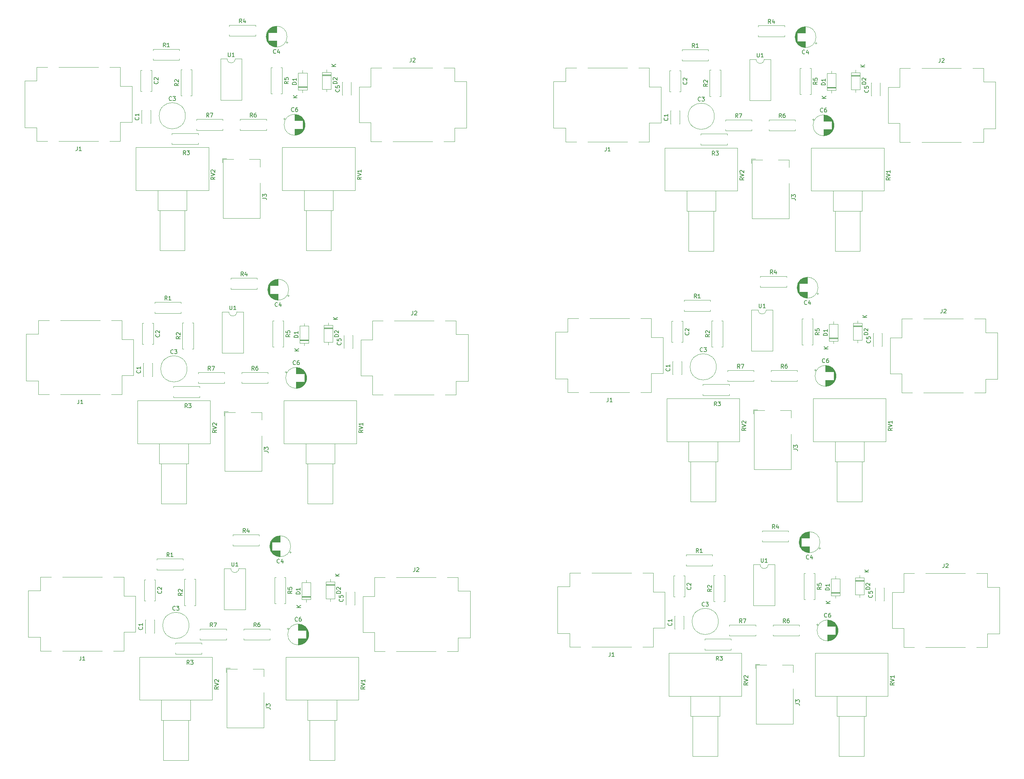
<source format=gbr>
%TF.GenerationSoftware,KiCad,Pcbnew,8.0.5-8.0.5-0~ubuntu24.04.1*%
%TF.CreationDate,2024-09-29T15:16:05-03:00*%
%TF.ProjectId,MXR Distortion,4d585220-4469-4737-946f-7274696f6e2e,rev?*%
%TF.SameCoordinates,Original*%
%TF.FileFunction,Legend,Top*%
%TF.FilePolarity,Positive*%
%FSLAX46Y46*%
G04 Gerber Fmt 4.6, Leading zero omitted, Abs format (unit mm)*
G04 Created by KiCad (PCBNEW 8.0.5-8.0.5-0~ubuntu24.04.1) date 2024-09-29 15:16:05*
%MOMM*%
%LPD*%
G01*
G04 APERTURE LIST*
%ADD10C,0.150000*%
%ADD11C,0.120000*%
G04 APERTURE END LIST*
D10*
X211023333Y-168584819D02*
X210690000Y-168108628D01*
X210451905Y-168584819D02*
X210451905Y-167584819D01*
X210451905Y-167584819D02*
X210832857Y-167584819D01*
X210832857Y-167584819D02*
X210928095Y-167632438D01*
X210928095Y-167632438D02*
X210975714Y-167680057D01*
X210975714Y-167680057D02*
X211023333Y-167775295D01*
X211023333Y-167775295D02*
X211023333Y-167918152D01*
X211023333Y-167918152D02*
X210975714Y-168013390D01*
X210975714Y-168013390D02*
X210928095Y-168061009D01*
X210928095Y-168061009D02*
X210832857Y-168108628D01*
X210832857Y-168108628D02*
X210451905Y-168108628D01*
X211880476Y-167584819D02*
X211690000Y-167584819D01*
X211690000Y-167584819D02*
X211594762Y-167632438D01*
X211594762Y-167632438D02*
X211547143Y-167680057D01*
X211547143Y-167680057D02*
X211451905Y-167822914D01*
X211451905Y-167822914D02*
X211404286Y-168013390D01*
X211404286Y-168013390D02*
X211404286Y-168394342D01*
X211404286Y-168394342D02*
X211451905Y-168489580D01*
X211451905Y-168489580D02*
X211499524Y-168537200D01*
X211499524Y-168537200D02*
X211594762Y-168584819D01*
X211594762Y-168584819D02*
X211785238Y-168584819D01*
X211785238Y-168584819D02*
X211880476Y-168537200D01*
X211880476Y-168537200D02*
X211928095Y-168489580D01*
X211928095Y-168489580D02*
X211975714Y-168394342D01*
X211975714Y-168394342D02*
X211975714Y-168156247D01*
X211975714Y-168156247D02*
X211928095Y-168061009D01*
X211928095Y-168061009D02*
X211880476Y-168013390D01*
X211880476Y-168013390D02*
X211785238Y-167965771D01*
X211785238Y-167965771D02*
X211594762Y-167965771D01*
X211594762Y-167965771D02*
X211499524Y-168013390D01*
X211499524Y-168013390D02*
X211451905Y-168061009D01*
X211451905Y-168061009D02*
X211404286Y-168156247D01*
X34816666Y-112954819D02*
X34816666Y-113669104D01*
X34816666Y-113669104D02*
X34769047Y-113811961D01*
X34769047Y-113811961D02*
X34673809Y-113907200D01*
X34673809Y-113907200D02*
X34530952Y-113954819D01*
X34530952Y-113954819D02*
X34435714Y-113954819D01*
X35816666Y-113954819D02*
X35245238Y-113954819D01*
X35530952Y-113954819D02*
X35530952Y-112954819D01*
X35530952Y-112954819D02*
X35435714Y-113097676D01*
X35435714Y-113097676D02*
X35340476Y-113192914D01*
X35340476Y-113192914D02*
X35245238Y-113240533D01*
X199643333Y-105084819D02*
X199310000Y-104608628D01*
X199071905Y-105084819D02*
X199071905Y-104084819D01*
X199071905Y-104084819D02*
X199452857Y-104084819D01*
X199452857Y-104084819D02*
X199548095Y-104132438D01*
X199548095Y-104132438D02*
X199595714Y-104180057D01*
X199595714Y-104180057D02*
X199643333Y-104275295D01*
X199643333Y-104275295D02*
X199643333Y-104418152D01*
X199643333Y-104418152D02*
X199595714Y-104513390D01*
X199595714Y-104513390D02*
X199548095Y-104561009D01*
X199548095Y-104561009D02*
X199452857Y-104608628D01*
X199452857Y-104608628D02*
X199071905Y-104608628D01*
X199976667Y-104084819D02*
X200643333Y-104084819D01*
X200643333Y-104084819D02*
X200214762Y-105084819D01*
X49707456Y-42541545D02*
X49755076Y-42589164D01*
X49755076Y-42589164D02*
X49802695Y-42732021D01*
X49802695Y-42732021D02*
X49802695Y-42827259D01*
X49802695Y-42827259D02*
X49755076Y-42970116D01*
X49755076Y-42970116D02*
X49659837Y-43065354D01*
X49659837Y-43065354D02*
X49564599Y-43112973D01*
X49564599Y-43112973D02*
X49374123Y-43160592D01*
X49374123Y-43160592D02*
X49231266Y-43160592D01*
X49231266Y-43160592D02*
X49040790Y-43112973D01*
X49040790Y-43112973D02*
X48945552Y-43065354D01*
X48945552Y-43065354D02*
X48850314Y-42970116D01*
X48850314Y-42970116D02*
X48802695Y-42827259D01*
X48802695Y-42827259D02*
X48802695Y-42732021D01*
X48802695Y-42732021D02*
X48850314Y-42589164D01*
X48850314Y-42589164D02*
X48897933Y-42541545D01*
X49802695Y-41589164D02*
X49802695Y-42160592D01*
X49802695Y-41874878D02*
X48802695Y-41874878D01*
X48802695Y-41874878D02*
X48945552Y-41970116D01*
X48945552Y-41970116D02*
X49040790Y-42065354D01*
X49040790Y-42065354D02*
X49088409Y-42160592D01*
X69154819Y-120545238D02*
X68678628Y-120878571D01*
X69154819Y-121116666D02*
X68154819Y-121116666D01*
X68154819Y-121116666D02*
X68154819Y-120735714D01*
X68154819Y-120735714D02*
X68202438Y-120640476D01*
X68202438Y-120640476D02*
X68250057Y-120592857D01*
X68250057Y-120592857D02*
X68345295Y-120545238D01*
X68345295Y-120545238D02*
X68488152Y-120545238D01*
X68488152Y-120545238D02*
X68583390Y-120592857D01*
X68583390Y-120592857D02*
X68631009Y-120640476D01*
X68631009Y-120640476D02*
X68678628Y-120735714D01*
X68678628Y-120735714D02*
X68678628Y-121116666D01*
X68154819Y-120259523D02*
X69154819Y-119926190D01*
X69154819Y-119926190D02*
X68154819Y-119592857D01*
X68250057Y-119307142D02*
X68202438Y-119259523D01*
X68202438Y-119259523D02*
X68154819Y-119164285D01*
X68154819Y-119164285D02*
X68154819Y-118926190D01*
X68154819Y-118926190D02*
X68202438Y-118830952D01*
X68202438Y-118830952D02*
X68250057Y-118783333D01*
X68250057Y-118783333D02*
X68345295Y-118735714D01*
X68345295Y-118735714D02*
X68440533Y-118735714D01*
X68440533Y-118735714D02*
X68583390Y-118783333D01*
X68583390Y-118783333D02*
X69154819Y-119354761D01*
X69154819Y-119354761D02*
X69154819Y-118735714D01*
X89454819Y-97428094D02*
X88454819Y-97428094D01*
X88454819Y-97428094D02*
X88454819Y-97189999D01*
X88454819Y-97189999D02*
X88502438Y-97047142D01*
X88502438Y-97047142D02*
X88597676Y-96951904D01*
X88597676Y-96951904D02*
X88692914Y-96904285D01*
X88692914Y-96904285D02*
X88883390Y-96856666D01*
X88883390Y-96856666D02*
X89026247Y-96856666D01*
X89026247Y-96856666D02*
X89216723Y-96904285D01*
X89216723Y-96904285D02*
X89311961Y-96951904D01*
X89311961Y-96951904D02*
X89407200Y-97047142D01*
X89407200Y-97047142D02*
X89454819Y-97189999D01*
X89454819Y-97189999D02*
X89454819Y-97428094D01*
X89454819Y-95904285D02*
X89454819Y-96475713D01*
X89454819Y-96189999D02*
X88454819Y-96189999D01*
X88454819Y-96189999D02*
X88597676Y-96285237D01*
X88597676Y-96285237D02*
X88692914Y-96380475D01*
X88692914Y-96380475D02*
X88740533Y-96475713D01*
X89654819Y-100761904D02*
X88654819Y-100761904D01*
X89654819Y-100190476D02*
X89083390Y-100619047D01*
X88654819Y-100190476D02*
X89226247Y-100761904D01*
X212504819Y-62783333D02*
X213219104Y-62783333D01*
X213219104Y-62783333D02*
X213361961Y-62830952D01*
X213361961Y-62830952D02*
X213457200Y-62926190D01*
X213457200Y-62926190D02*
X213504819Y-63069047D01*
X213504819Y-63069047D02*
X213504819Y-63164285D01*
X212504819Y-62402380D02*
X212504819Y-61783333D01*
X212504819Y-61783333D02*
X212885771Y-62116666D01*
X212885771Y-62116666D02*
X212885771Y-61973809D01*
X212885771Y-61973809D02*
X212933390Y-61878571D01*
X212933390Y-61878571D02*
X212981009Y-61830952D01*
X212981009Y-61830952D02*
X213076247Y-61783333D01*
X213076247Y-61783333D02*
X213314342Y-61783333D01*
X213314342Y-61783333D02*
X213409580Y-61830952D01*
X213409580Y-61830952D02*
X213457200Y-61878571D01*
X213457200Y-61878571D02*
X213504819Y-61973809D01*
X213504819Y-61973809D02*
X213504819Y-62259523D01*
X213504819Y-62259523D02*
X213457200Y-62354761D01*
X213457200Y-62354761D02*
X213409580Y-62402380D01*
X58833333Y-165359580D02*
X58785714Y-165407200D01*
X58785714Y-165407200D02*
X58642857Y-165454819D01*
X58642857Y-165454819D02*
X58547619Y-165454819D01*
X58547619Y-165454819D02*
X58404762Y-165407200D01*
X58404762Y-165407200D02*
X58309524Y-165311961D01*
X58309524Y-165311961D02*
X58261905Y-165216723D01*
X58261905Y-165216723D02*
X58214286Y-165026247D01*
X58214286Y-165026247D02*
X58214286Y-164883390D01*
X58214286Y-164883390D02*
X58261905Y-164692914D01*
X58261905Y-164692914D02*
X58309524Y-164597676D01*
X58309524Y-164597676D02*
X58404762Y-164502438D01*
X58404762Y-164502438D02*
X58547619Y-164454819D01*
X58547619Y-164454819D02*
X58642857Y-164454819D01*
X58642857Y-164454819D02*
X58785714Y-164502438D01*
X58785714Y-164502438D02*
X58833333Y-164550057D01*
X59166667Y-164454819D02*
X59785714Y-164454819D01*
X59785714Y-164454819D02*
X59452381Y-164835771D01*
X59452381Y-164835771D02*
X59595238Y-164835771D01*
X59595238Y-164835771D02*
X59690476Y-164883390D01*
X59690476Y-164883390D02*
X59738095Y-164931009D01*
X59738095Y-164931009D02*
X59785714Y-165026247D01*
X59785714Y-165026247D02*
X59785714Y-165264342D01*
X59785714Y-165264342D02*
X59738095Y-165359580D01*
X59738095Y-165359580D02*
X59690476Y-165407200D01*
X59690476Y-165407200D02*
X59595238Y-165454819D01*
X59595238Y-165454819D02*
X59309524Y-165454819D01*
X59309524Y-165454819D02*
X59214286Y-165407200D01*
X59214286Y-165407200D02*
X59166667Y-165359580D01*
X201654819Y-183545238D02*
X201178628Y-183878571D01*
X201654819Y-184116666D02*
X200654819Y-184116666D01*
X200654819Y-184116666D02*
X200654819Y-183735714D01*
X200654819Y-183735714D02*
X200702438Y-183640476D01*
X200702438Y-183640476D02*
X200750057Y-183592857D01*
X200750057Y-183592857D02*
X200845295Y-183545238D01*
X200845295Y-183545238D02*
X200988152Y-183545238D01*
X200988152Y-183545238D02*
X201083390Y-183592857D01*
X201083390Y-183592857D02*
X201131009Y-183640476D01*
X201131009Y-183640476D02*
X201178628Y-183735714D01*
X201178628Y-183735714D02*
X201178628Y-184116666D01*
X200654819Y-183259523D02*
X201654819Y-182926190D01*
X201654819Y-182926190D02*
X200654819Y-182592857D01*
X200750057Y-182307142D02*
X200702438Y-182259523D01*
X200702438Y-182259523D02*
X200654819Y-182164285D01*
X200654819Y-182164285D02*
X200654819Y-181926190D01*
X200654819Y-181926190D02*
X200702438Y-181830952D01*
X200702438Y-181830952D02*
X200750057Y-181783333D01*
X200750057Y-181783333D02*
X200845295Y-181735714D01*
X200845295Y-181735714D02*
X200940533Y-181735714D01*
X200940533Y-181735714D02*
X201083390Y-181783333D01*
X201083390Y-181783333D02*
X201654819Y-182354761D01*
X201654819Y-182354761D02*
X201654819Y-181735714D01*
X250081666Y-90339819D02*
X250081666Y-91054104D01*
X250081666Y-91054104D02*
X250034047Y-91196961D01*
X250034047Y-91196961D02*
X249938809Y-91292200D01*
X249938809Y-91292200D02*
X249795952Y-91339819D01*
X249795952Y-91339819D02*
X249700714Y-91339819D01*
X250510238Y-90435057D02*
X250557857Y-90387438D01*
X250557857Y-90387438D02*
X250653095Y-90339819D01*
X250653095Y-90339819D02*
X250891190Y-90339819D01*
X250891190Y-90339819D02*
X250986428Y-90387438D01*
X250986428Y-90387438D02*
X251034047Y-90435057D01*
X251034047Y-90435057D02*
X251081666Y-90530295D01*
X251081666Y-90530295D02*
X251081666Y-90625533D01*
X251081666Y-90625533D02*
X251034047Y-90768390D01*
X251034047Y-90768390D02*
X250462619Y-91339819D01*
X250462619Y-91339819D02*
X251081666Y-91339819D01*
X188333333Y-25084819D02*
X188000000Y-24608628D01*
X187761905Y-25084819D02*
X187761905Y-24084819D01*
X187761905Y-24084819D02*
X188142857Y-24084819D01*
X188142857Y-24084819D02*
X188238095Y-24132438D01*
X188238095Y-24132438D02*
X188285714Y-24180057D01*
X188285714Y-24180057D02*
X188333333Y-24275295D01*
X188333333Y-24275295D02*
X188333333Y-24418152D01*
X188333333Y-24418152D02*
X188285714Y-24513390D01*
X188285714Y-24513390D02*
X188238095Y-24561009D01*
X188238095Y-24561009D02*
X188142857Y-24608628D01*
X188142857Y-24608628D02*
X187761905Y-24608628D01*
X189285714Y-25084819D02*
X188714286Y-25084819D01*
X189000000Y-25084819D02*
X189000000Y-24084819D01*
X189000000Y-24084819D02*
X188904762Y-24227676D01*
X188904762Y-24227676D02*
X188809524Y-24322914D01*
X188809524Y-24322914D02*
X188714286Y-24370533D01*
X215833333Y-26609580D02*
X215785714Y-26657200D01*
X215785714Y-26657200D02*
X215642857Y-26704819D01*
X215642857Y-26704819D02*
X215547619Y-26704819D01*
X215547619Y-26704819D02*
X215404762Y-26657200D01*
X215404762Y-26657200D02*
X215309524Y-26561961D01*
X215309524Y-26561961D02*
X215261905Y-26466723D01*
X215261905Y-26466723D02*
X215214286Y-26276247D01*
X215214286Y-26276247D02*
X215214286Y-26133390D01*
X215214286Y-26133390D02*
X215261905Y-25942914D01*
X215261905Y-25942914D02*
X215309524Y-25847676D01*
X215309524Y-25847676D02*
X215404762Y-25752438D01*
X215404762Y-25752438D02*
X215547619Y-25704819D01*
X215547619Y-25704819D02*
X215642857Y-25704819D01*
X215642857Y-25704819D02*
X215785714Y-25752438D01*
X215785714Y-25752438D02*
X215833333Y-25800057D01*
X216690476Y-26038152D02*
X216690476Y-26704819D01*
X216452381Y-25657200D02*
X216214286Y-26371485D01*
X216214286Y-26371485D02*
X216833333Y-26371485D01*
X250581666Y-153839819D02*
X250581666Y-154554104D01*
X250581666Y-154554104D02*
X250534047Y-154696961D01*
X250534047Y-154696961D02*
X250438809Y-154792200D01*
X250438809Y-154792200D02*
X250295952Y-154839819D01*
X250295952Y-154839819D02*
X250200714Y-154839819D01*
X251010238Y-153935057D02*
X251057857Y-153887438D01*
X251057857Y-153887438D02*
X251153095Y-153839819D01*
X251153095Y-153839819D02*
X251391190Y-153839819D01*
X251391190Y-153839819D02*
X251486428Y-153887438D01*
X251486428Y-153887438D02*
X251534047Y-153935057D01*
X251534047Y-153935057D02*
X251581666Y-154030295D01*
X251581666Y-154030295D02*
X251581666Y-154125533D01*
X251581666Y-154125533D02*
X251534047Y-154268390D01*
X251534047Y-154268390D02*
X250962619Y-154839819D01*
X250962619Y-154839819D02*
X251581666Y-154839819D01*
X207833333Y-81584819D02*
X207500000Y-81108628D01*
X207261905Y-81584819D02*
X207261905Y-80584819D01*
X207261905Y-80584819D02*
X207642857Y-80584819D01*
X207642857Y-80584819D02*
X207738095Y-80632438D01*
X207738095Y-80632438D02*
X207785714Y-80680057D01*
X207785714Y-80680057D02*
X207833333Y-80775295D01*
X207833333Y-80775295D02*
X207833333Y-80918152D01*
X207833333Y-80918152D02*
X207785714Y-81013390D01*
X207785714Y-81013390D02*
X207738095Y-81061009D01*
X207738095Y-81061009D02*
X207642857Y-81108628D01*
X207642857Y-81108628D02*
X207261905Y-81108628D01*
X208690476Y-80918152D02*
X208690476Y-81584819D01*
X208452381Y-80537200D02*
X208214286Y-81251485D01*
X208214286Y-81251485D02*
X208833333Y-81251485D01*
X55359580Y-160666666D02*
X55407200Y-160714285D01*
X55407200Y-160714285D02*
X55454819Y-160857142D01*
X55454819Y-160857142D02*
X55454819Y-160952380D01*
X55454819Y-160952380D02*
X55407200Y-161095237D01*
X55407200Y-161095237D02*
X55311961Y-161190475D01*
X55311961Y-161190475D02*
X55216723Y-161238094D01*
X55216723Y-161238094D02*
X55026247Y-161285713D01*
X55026247Y-161285713D02*
X54883390Y-161285713D01*
X54883390Y-161285713D02*
X54692914Y-161238094D01*
X54692914Y-161238094D02*
X54597676Y-161190475D01*
X54597676Y-161190475D02*
X54502438Y-161095237D01*
X54502438Y-161095237D02*
X54454819Y-160952380D01*
X54454819Y-160952380D02*
X54454819Y-160857142D01*
X54454819Y-160857142D02*
X54502438Y-160714285D01*
X54502438Y-160714285D02*
X54550057Y-160666666D01*
X54550057Y-160285713D02*
X54502438Y-160238094D01*
X54502438Y-160238094D02*
X54454819Y-160142856D01*
X54454819Y-160142856D02*
X54454819Y-159904761D01*
X54454819Y-159904761D02*
X54502438Y-159809523D01*
X54502438Y-159809523D02*
X54550057Y-159761904D01*
X54550057Y-159761904D02*
X54645295Y-159714285D01*
X54645295Y-159714285D02*
X54740533Y-159714285D01*
X54740533Y-159714285D02*
X54883390Y-159761904D01*
X54883390Y-159761904D02*
X55454819Y-160333332D01*
X55454819Y-160333332D02*
X55454819Y-159714285D01*
X62333333Y-178954819D02*
X62000000Y-178478628D01*
X61761905Y-178954819D02*
X61761905Y-177954819D01*
X61761905Y-177954819D02*
X62142857Y-177954819D01*
X62142857Y-177954819D02*
X62238095Y-178002438D01*
X62238095Y-178002438D02*
X62285714Y-178050057D01*
X62285714Y-178050057D02*
X62333333Y-178145295D01*
X62333333Y-178145295D02*
X62333333Y-178288152D01*
X62333333Y-178288152D02*
X62285714Y-178383390D01*
X62285714Y-178383390D02*
X62238095Y-178431009D01*
X62238095Y-178431009D02*
X62142857Y-178478628D01*
X62142857Y-178478628D02*
X61761905Y-178478628D01*
X62666667Y-177954819D02*
X63285714Y-177954819D01*
X63285714Y-177954819D02*
X62952381Y-178335771D01*
X62952381Y-178335771D02*
X63095238Y-178335771D01*
X63095238Y-178335771D02*
X63190476Y-178383390D01*
X63190476Y-178383390D02*
X63238095Y-178431009D01*
X63238095Y-178431009D02*
X63285714Y-178526247D01*
X63285714Y-178526247D02*
X63285714Y-178764342D01*
X63285714Y-178764342D02*
X63238095Y-178859580D01*
X63238095Y-178859580D02*
X63190476Y-178907200D01*
X63190476Y-178907200D02*
X63095238Y-178954819D01*
X63095238Y-178954819D02*
X62809524Y-178954819D01*
X62809524Y-178954819D02*
X62714286Y-178907200D01*
X62714286Y-178907200D02*
X62666667Y-178859580D01*
X237154819Y-57545238D02*
X236678628Y-57878571D01*
X237154819Y-58116666D02*
X236154819Y-58116666D01*
X236154819Y-58116666D02*
X236154819Y-57735714D01*
X236154819Y-57735714D02*
X236202438Y-57640476D01*
X236202438Y-57640476D02*
X236250057Y-57592857D01*
X236250057Y-57592857D02*
X236345295Y-57545238D01*
X236345295Y-57545238D02*
X236488152Y-57545238D01*
X236488152Y-57545238D02*
X236583390Y-57592857D01*
X236583390Y-57592857D02*
X236631009Y-57640476D01*
X236631009Y-57640476D02*
X236678628Y-57735714D01*
X236678628Y-57735714D02*
X236678628Y-58116666D01*
X236154819Y-57259523D02*
X237154819Y-56926190D01*
X237154819Y-56926190D02*
X236154819Y-56592857D01*
X237154819Y-55735714D02*
X237154819Y-56307142D01*
X237154819Y-56021428D02*
X236154819Y-56021428D01*
X236154819Y-56021428D02*
X236297676Y-56116666D01*
X236297676Y-56116666D02*
X236392914Y-56211904D01*
X236392914Y-56211904D02*
X236440533Y-56307142D01*
X166316666Y-49954819D02*
X166316666Y-50669104D01*
X166316666Y-50669104D02*
X166269047Y-50811961D01*
X166269047Y-50811961D02*
X166173809Y-50907200D01*
X166173809Y-50907200D02*
X166030952Y-50954819D01*
X166030952Y-50954819D02*
X165935714Y-50954819D01*
X167316666Y-50954819D02*
X166745238Y-50954819D01*
X167030952Y-50954819D02*
X167030952Y-49954819D01*
X167030952Y-49954819D02*
X166935714Y-50097676D01*
X166935714Y-50097676D02*
X166840476Y-50192914D01*
X166840476Y-50192914D02*
X166745238Y-50240533D01*
X75431209Y-18959698D02*
X75097876Y-18483507D01*
X74859781Y-18959698D02*
X74859781Y-17959698D01*
X74859781Y-17959698D02*
X75240733Y-17959698D01*
X75240733Y-17959698D02*
X75335971Y-18007317D01*
X75335971Y-18007317D02*
X75383590Y-18054936D01*
X75383590Y-18054936D02*
X75431209Y-18150174D01*
X75431209Y-18150174D02*
X75431209Y-18293031D01*
X75431209Y-18293031D02*
X75383590Y-18388269D01*
X75383590Y-18388269D02*
X75335971Y-18435888D01*
X75335971Y-18435888D02*
X75240733Y-18483507D01*
X75240733Y-18483507D02*
X74859781Y-18483507D01*
X76288352Y-18293031D02*
X76288352Y-18959698D01*
X76050257Y-17912079D02*
X75812162Y-18626364D01*
X75812162Y-18626364D02*
X76431209Y-18626364D01*
X192084819Y-96666666D02*
X191608628Y-96999999D01*
X192084819Y-97238094D02*
X191084819Y-97238094D01*
X191084819Y-97238094D02*
X191084819Y-96857142D01*
X191084819Y-96857142D02*
X191132438Y-96761904D01*
X191132438Y-96761904D02*
X191180057Y-96714285D01*
X191180057Y-96714285D02*
X191275295Y-96666666D01*
X191275295Y-96666666D02*
X191418152Y-96666666D01*
X191418152Y-96666666D02*
X191513390Y-96714285D01*
X191513390Y-96714285D02*
X191561009Y-96761904D01*
X191561009Y-96761904D02*
X191608628Y-96857142D01*
X191608628Y-96857142D02*
X191608628Y-97238094D01*
X191180057Y-96285713D02*
X191132438Y-96238094D01*
X191132438Y-96238094D02*
X191084819Y-96142856D01*
X191084819Y-96142856D02*
X191084819Y-95904761D01*
X191084819Y-95904761D02*
X191132438Y-95809523D01*
X191132438Y-95809523D02*
X191180057Y-95761904D01*
X191180057Y-95761904D02*
X191275295Y-95714285D01*
X191275295Y-95714285D02*
X191370533Y-95714285D01*
X191370533Y-95714285D02*
X191513390Y-95761904D01*
X191513390Y-95761904D02*
X192084819Y-96333332D01*
X192084819Y-96333332D02*
X192084819Y-95714285D01*
X204428095Y-89004819D02*
X204428095Y-89814342D01*
X204428095Y-89814342D02*
X204475714Y-89909580D01*
X204475714Y-89909580D02*
X204523333Y-89957200D01*
X204523333Y-89957200D02*
X204618571Y-90004819D01*
X204618571Y-90004819D02*
X204809047Y-90004819D01*
X204809047Y-90004819D02*
X204904285Y-89957200D01*
X204904285Y-89957200D02*
X204951904Y-89909580D01*
X204951904Y-89909580D02*
X204999523Y-89814342D01*
X204999523Y-89814342D02*
X204999523Y-89004819D01*
X205999523Y-90004819D02*
X205428095Y-90004819D01*
X205713809Y-90004819D02*
X205713809Y-89004819D01*
X205713809Y-89004819D02*
X205618571Y-89147676D01*
X205618571Y-89147676D02*
X205523333Y-89242914D01*
X205523333Y-89242914D02*
X205428095Y-89290533D01*
X72428095Y-89504819D02*
X72428095Y-90314342D01*
X72428095Y-90314342D02*
X72475714Y-90409580D01*
X72475714Y-90409580D02*
X72523333Y-90457200D01*
X72523333Y-90457200D02*
X72618571Y-90504819D01*
X72618571Y-90504819D02*
X72809047Y-90504819D01*
X72809047Y-90504819D02*
X72904285Y-90457200D01*
X72904285Y-90457200D02*
X72951904Y-90409580D01*
X72951904Y-90409580D02*
X72999523Y-90314342D01*
X72999523Y-90314342D02*
X72999523Y-89504819D01*
X73999523Y-90504819D02*
X73428095Y-90504819D01*
X73713809Y-90504819D02*
X73713809Y-89504819D01*
X73713809Y-89504819D02*
X73618571Y-89647676D01*
X73618571Y-89647676D02*
X73523333Y-89742914D01*
X73523333Y-89742914D02*
X73428095Y-89790533D01*
X193333333Y-51954819D02*
X193000000Y-51478628D01*
X192761905Y-51954819D02*
X192761905Y-50954819D01*
X192761905Y-50954819D02*
X193142857Y-50954819D01*
X193142857Y-50954819D02*
X193238095Y-51002438D01*
X193238095Y-51002438D02*
X193285714Y-51050057D01*
X193285714Y-51050057D02*
X193333333Y-51145295D01*
X193333333Y-51145295D02*
X193333333Y-51288152D01*
X193333333Y-51288152D02*
X193285714Y-51383390D01*
X193285714Y-51383390D02*
X193238095Y-51431009D01*
X193238095Y-51431009D02*
X193142857Y-51478628D01*
X193142857Y-51478628D02*
X192761905Y-51478628D01*
X193666667Y-50954819D02*
X194285714Y-50954819D01*
X194285714Y-50954819D02*
X193952381Y-51335771D01*
X193952381Y-51335771D02*
X194095238Y-51335771D01*
X194095238Y-51335771D02*
X194190476Y-51383390D01*
X194190476Y-51383390D02*
X194238095Y-51431009D01*
X194238095Y-51431009D02*
X194285714Y-51526247D01*
X194285714Y-51526247D02*
X194285714Y-51764342D01*
X194285714Y-51764342D02*
X194238095Y-51859580D01*
X194238095Y-51859580D02*
X194190476Y-51907200D01*
X194190476Y-51907200D02*
X194095238Y-51954819D01*
X194095238Y-51954819D02*
X193809524Y-51954819D01*
X193809524Y-51954819D02*
X193714286Y-51907200D01*
X193714286Y-51907200D02*
X193666667Y-51859580D01*
X220333333Y-41109580D02*
X220285714Y-41157200D01*
X220285714Y-41157200D02*
X220142857Y-41204819D01*
X220142857Y-41204819D02*
X220047619Y-41204819D01*
X220047619Y-41204819D02*
X219904762Y-41157200D01*
X219904762Y-41157200D02*
X219809524Y-41061961D01*
X219809524Y-41061961D02*
X219761905Y-40966723D01*
X219761905Y-40966723D02*
X219714286Y-40776247D01*
X219714286Y-40776247D02*
X219714286Y-40633390D01*
X219714286Y-40633390D02*
X219761905Y-40442914D01*
X219761905Y-40442914D02*
X219809524Y-40347676D01*
X219809524Y-40347676D02*
X219904762Y-40252438D01*
X219904762Y-40252438D02*
X220047619Y-40204819D01*
X220047619Y-40204819D02*
X220142857Y-40204819D01*
X220142857Y-40204819D02*
X220285714Y-40252438D01*
X220285714Y-40252438D02*
X220333333Y-40300057D01*
X221190476Y-40204819D02*
X221000000Y-40204819D01*
X221000000Y-40204819D02*
X220904762Y-40252438D01*
X220904762Y-40252438D02*
X220857143Y-40300057D01*
X220857143Y-40300057D02*
X220761905Y-40442914D01*
X220761905Y-40442914D02*
X220714286Y-40633390D01*
X220714286Y-40633390D02*
X220714286Y-41014342D01*
X220714286Y-41014342D02*
X220761905Y-41109580D01*
X220761905Y-41109580D02*
X220809524Y-41157200D01*
X220809524Y-41157200D02*
X220904762Y-41204819D01*
X220904762Y-41204819D02*
X221095238Y-41204819D01*
X221095238Y-41204819D02*
X221190476Y-41157200D01*
X221190476Y-41157200D02*
X221238095Y-41109580D01*
X221238095Y-41109580D02*
X221285714Y-41014342D01*
X221285714Y-41014342D02*
X221285714Y-40776247D01*
X221285714Y-40776247D02*
X221238095Y-40681009D01*
X221238095Y-40681009D02*
X221190476Y-40633390D01*
X221190476Y-40633390D02*
X221095238Y-40585771D01*
X221095238Y-40585771D02*
X220904762Y-40585771D01*
X220904762Y-40585771D02*
X220809524Y-40633390D01*
X220809524Y-40633390D02*
X220761905Y-40681009D01*
X220761905Y-40681009D02*
X220714286Y-40776247D01*
X99707456Y-35541545D02*
X99755076Y-35589164D01*
X99755076Y-35589164D02*
X99802695Y-35732021D01*
X99802695Y-35732021D02*
X99802695Y-35827259D01*
X99802695Y-35827259D02*
X99755076Y-35970116D01*
X99755076Y-35970116D02*
X99659837Y-36065354D01*
X99659837Y-36065354D02*
X99564599Y-36112973D01*
X99564599Y-36112973D02*
X99374123Y-36160592D01*
X99374123Y-36160592D02*
X99231266Y-36160592D01*
X99231266Y-36160592D02*
X99040790Y-36112973D01*
X99040790Y-36112973D02*
X98945552Y-36065354D01*
X98945552Y-36065354D02*
X98850314Y-35970116D01*
X98850314Y-35970116D02*
X98802695Y-35827259D01*
X98802695Y-35827259D02*
X98802695Y-35732021D01*
X98802695Y-35732021D02*
X98850314Y-35589164D01*
X98850314Y-35589164D02*
X98897933Y-35541545D01*
X98802695Y-34636783D02*
X98802695Y-35112973D01*
X98802695Y-35112973D02*
X99278885Y-35160592D01*
X99278885Y-35160592D02*
X99231266Y-35112973D01*
X99231266Y-35112973D02*
X99183647Y-35017735D01*
X99183647Y-35017735D02*
X99183647Y-34779640D01*
X99183647Y-34779640D02*
X99231266Y-34684402D01*
X99231266Y-34684402D02*
X99278885Y-34636783D01*
X99278885Y-34636783D02*
X99374123Y-34589164D01*
X99374123Y-34589164D02*
X99612218Y-34589164D01*
X99612218Y-34589164D02*
X99707456Y-34636783D01*
X99707456Y-34636783D02*
X99755076Y-34684402D01*
X99755076Y-34684402D02*
X99802695Y-34779640D01*
X99802695Y-34779640D02*
X99802695Y-35017735D01*
X99802695Y-35017735D02*
X99755076Y-35112973D01*
X99755076Y-35112973D02*
X99707456Y-35160592D01*
X220954819Y-34428094D02*
X219954819Y-34428094D01*
X219954819Y-34428094D02*
X219954819Y-34189999D01*
X219954819Y-34189999D02*
X220002438Y-34047142D01*
X220002438Y-34047142D02*
X220097676Y-33951904D01*
X220097676Y-33951904D02*
X220192914Y-33904285D01*
X220192914Y-33904285D02*
X220383390Y-33856666D01*
X220383390Y-33856666D02*
X220526247Y-33856666D01*
X220526247Y-33856666D02*
X220716723Y-33904285D01*
X220716723Y-33904285D02*
X220811961Y-33951904D01*
X220811961Y-33951904D02*
X220907200Y-34047142D01*
X220907200Y-34047142D02*
X220954819Y-34189999D01*
X220954819Y-34189999D02*
X220954819Y-34428094D01*
X220954819Y-32904285D02*
X220954819Y-33475713D01*
X220954819Y-33189999D02*
X219954819Y-33189999D01*
X219954819Y-33189999D02*
X220097676Y-33285237D01*
X220097676Y-33285237D02*
X220192914Y-33380475D01*
X220192914Y-33380475D02*
X220240533Y-33475713D01*
X221154819Y-37761904D02*
X220154819Y-37761904D01*
X221154819Y-37190476D02*
X220583390Y-37619047D01*
X220154819Y-37190476D02*
X220726247Y-37761904D01*
X193833333Y-114454819D02*
X193500000Y-113978628D01*
X193261905Y-114454819D02*
X193261905Y-113454819D01*
X193261905Y-113454819D02*
X193642857Y-113454819D01*
X193642857Y-113454819D02*
X193738095Y-113502438D01*
X193738095Y-113502438D02*
X193785714Y-113550057D01*
X193785714Y-113550057D02*
X193833333Y-113645295D01*
X193833333Y-113645295D02*
X193833333Y-113788152D01*
X193833333Y-113788152D02*
X193785714Y-113883390D01*
X193785714Y-113883390D02*
X193738095Y-113931009D01*
X193738095Y-113931009D02*
X193642857Y-113978628D01*
X193642857Y-113978628D02*
X193261905Y-113978628D01*
X194166667Y-113454819D02*
X194785714Y-113454819D01*
X194785714Y-113454819D02*
X194452381Y-113835771D01*
X194452381Y-113835771D02*
X194595238Y-113835771D01*
X194595238Y-113835771D02*
X194690476Y-113883390D01*
X194690476Y-113883390D02*
X194738095Y-113931009D01*
X194738095Y-113931009D02*
X194785714Y-114026247D01*
X194785714Y-114026247D02*
X194785714Y-114264342D01*
X194785714Y-114264342D02*
X194738095Y-114359580D01*
X194738095Y-114359580D02*
X194690476Y-114407200D01*
X194690476Y-114407200D02*
X194595238Y-114454819D01*
X194595238Y-114454819D02*
X194309524Y-114454819D01*
X194309524Y-114454819D02*
X194214286Y-114407200D01*
X194214286Y-114407200D02*
X194166667Y-114359580D01*
X50109580Y-105666666D02*
X50157200Y-105714285D01*
X50157200Y-105714285D02*
X50204819Y-105857142D01*
X50204819Y-105857142D02*
X50204819Y-105952380D01*
X50204819Y-105952380D02*
X50157200Y-106095237D01*
X50157200Y-106095237D02*
X50061961Y-106190475D01*
X50061961Y-106190475D02*
X49966723Y-106238094D01*
X49966723Y-106238094D02*
X49776247Y-106285713D01*
X49776247Y-106285713D02*
X49633390Y-106285713D01*
X49633390Y-106285713D02*
X49442914Y-106238094D01*
X49442914Y-106238094D02*
X49347676Y-106190475D01*
X49347676Y-106190475D02*
X49252438Y-106095237D01*
X49252438Y-106095237D02*
X49204819Y-105952380D01*
X49204819Y-105952380D02*
X49204819Y-105857142D01*
X49204819Y-105857142D02*
X49252438Y-105714285D01*
X49252438Y-105714285D02*
X49300057Y-105666666D01*
X50204819Y-104714285D02*
X50204819Y-105285713D01*
X50204819Y-104999999D02*
X49204819Y-104999999D01*
X49204819Y-104999999D02*
X49347676Y-105095237D01*
X49347676Y-105095237D02*
X49442914Y-105190475D01*
X49442914Y-105190475D02*
X49490533Y-105285713D01*
X79023333Y-169584819D02*
X78690000Y-169108628D01*
X78451905Y-169584819D02*
X78451905Y-168584819D01*
X78451905Y-168584819D02*
X78832857Y-168584819D01*
X78832857Y-168584819D02*
X78928095Y-168632438D01*
X78928095Y-168632438D02*
X78975714Y-168680057D01*
X78975714Y-168680057D02*
X79023333Y-168775295D01*
X79023333Y-168775295D02*
X79023333Y-168918152D01*
X79023333Y-168918152D02*
X78975714Y-169013390D01*
X78975714Y-169013390D02*
X78928095Y-169061009D01*
X78928095Y-169061009D02*
X78832857Y-169108628D01*
X78832857Y-169108628D02*
X78451905Y-169108628D01*
X79880476Y-168584819D02*
X79690000Y-168584819D01*
X79690000Y-168584819D02*
X79594762Y-168632438D01*
X79594762Y-168632438D02*
X79547143Y-168680057D01*
X79547143Y-168680057D02*
X79451905Y-168822914D01*
X79451905Y-168822914D02*
X79404286Y-169013390D01*
X79404286Y-169013390D02*
X79404286Y-169394342D01*
X79404286Y-169394342D02*
X79451905Y-169489580D01*
X79451905Y-169489580D02*
X79499524Y-169537200D01*
X79499524Y-169537200D02*
X79594762Y-169584819D01*
X79594762Y-169584819D02*
X79785238Y-169584819D01*
X79785238Y-169584819D02*
X79880476Y-169537200D01*
X79880476Y-169537200D02*
X79928095Y-169489580D01*
X79928095Y-169489580D02*
X79975714Y-169394342D01*
X79975714Y-169394342D02*
X79975714Y-169156247D01*
X79975714Y-169156247D02*
X79928095Y-169061009D01*
X79928095Y-169061009D02*
X79880476Y-169013390D01*
X79880476Y-169013390D02*
X79785238Y-168965771D01*
X79785238Y-168965771D02*
X79594762Y-168965771D01*
X79594762Y-168965771D02*
X79499524Y-169013390D01*
X79499524Y-169013390D02*
X79451905Y-169061009D01*
X79451905Y-169061009D02*
X79404286Y-169156247D01*
X181609580Y-42666666D02*
X181657200Y-42714285D01*
X181657200Y-42714285D02*
X181704819Y-42857142D01*
X181704819Y-42857142D02*
X181704819Y-42952380D01*
X181704819Y-42952380D02*
X181657200Y-43095237D01*
X181657200Y-43095237D02*
X181561961Y-43190475D01*
X181561961Y-43190475D02*
X181466723Y-43238094D01*
X181466723Y-43238094D02*
X181276247Y-43285713D01*
X181276247Y-43285713D02*
X181133390Y-43285713D01*
X181133390Y-43285713D02*
X180942914Y-43238094D01*
X180942914Y-43238094D02*
X180847676Y-43190475D01*
X180847676Y-43190475D02*
X180752438Y-43095237D01*
X180752438Y-43095237D02*
X180704819Y-42952380D01*
X180704819Y-42952380D02*
X180704819Y-42857142D01*
X180704819Y-42857142D02*
X180752438Y-42714285D01*
X180752438Y-42714285D02*
X180800057Y-42666666D01*
X181704819Y-41714285D02*
X181704819Y-42285713D01*
X181704819Y-41999999D02*
X180704819Y-41999999D01*
X180704819Y-41999999D02*
X180847676Y-42095237D01*
X180847676Y-42095237D02*
X180942914Y-42190475D01*
X180942914Y-42190475D02*
X180990533Y-42285713D01*
X187359580Y-159666666D02*
X187407200Y-159714285D01*
X187407200Y-159714285D02*
X187454819Y-159857142D01*
X187454819Y-159857142D02*
X187454819Y-159952380D01*
X187454819Y-159952380D02*
X187407200Y-160095237D01*
X187407200Y-160095237D02*
X187311961Y-160190475D01*
X187311961Y-160190475D02*
X187216723Y-160238094D01*
X187216723Y-160238094D02*
X187026247Y-160285713D01*
X187026247Y-160285713D02*
X186883390Y-160285713D01*
X186883390Y-160285713D02*
X186692914Y-160238094D01*
X186692914Y-160238094D02*
X186597676Y-160190475D01*
X186597676Y-160190475D02*
X186502438Y-160095237D01*
X186502438Y-160095237D02*
X186454819Y-159952380D01*
X186454819Y-159952380D02*
X186454819Y-159857142D01*
X186454819Y-159857142D02*
X186502438Y-159714285D01*
X186502438Y-159714285D02*
X186550057Y-159666666D01*
X186550057Y-159285713D02*
X186502438Y-159238094D01*
X186502438Y-159238094D02*
X186454819Y-159142856D01*
X186454819Y-159142856D02*
X186454819Y-158904761D01*
X186454819Y-158904761D02*
X186502438Y-158809523D01*
X186502438Y-158809523D02*
X186550057Y-158761904D01*
X186550057Y-158761904D02*
X186645295Y-158714285D01*
X186645295Y-158714285D02*
X186740533Y-158714285D01*
X186740533Y-158714285D02*
X186883390Y-158761904D01*
X186883390Y-158761904D02*
X187454819Y-159333332D01*
X187454819Y-159333332D02*
X187454819Y-158714285D01*
X166816666Y-112454819D02*
X166816666Y-113169104D01*
X166816666Y-113169104D02*
X166769047Y-113311961D01*
X166769047Y-113311961D02*
X166673809Y-113407200D01*
X166673809Y-113407200D02*
X166530952Y-113454819D01*
X166530952Y-113454819D02*
X166435714Y-113454819D01*
X167816666Y-113454819D02*
X167245238Y-113454819D01*
X167530952Y-113454819D02*
X167530952Y-112454819D01*
X167530952Y-112454819D02*
X167435714Y-112597676D01*
X167435714Y-112597676D02*
X167340476Y-112692914D01*
X167340476Y-112692914D02*
X167245238Y-112740533D01*
X87954819Y-160666666D02*
X87478628Y-160999999D01*
X87954819Y-161238094D02*
X86954819Y-161238094D01*
X86954819Y-161238094D02*
X86954819Y-160857142D01*
X86954819Y-160857142D02*
X87002438Y-160761904D01*
X87002438Y-160761904D02*
X87050057Y-160714285D01*
X87050057Y-160714285D02*
X87145295Y-160666666D01*
X87145295Y-160666666D02*
X87288152Y-160666666D01*
X87288152Y-160666666D02*
X87383390Y-160714285D01*
X87383390Y-160714285D02*
X87431009Y-160761904D01*
X87431009Y-160761904D02*
X87478628Y-160857142D01*
X87478628Y-160857142D02*
X87478628Y-161238094D01*
X86954819Y-159761904D02*
X86954819Y-160238094D01*
X86954819Y-160238094D02*
X87431009Y-160285713D01*
X87431009Y-160285713D02*
X87383390Y-160238094D01*
X87383390Y-160238094D02*
X87335771Y-160142856D01*
X87335771Y-160142856D02*
X87335771Y-159904761D01*
X87335771Y-159904761D02*
X87383390Y-159809523D01*
X87383390Y-159809523D02*
X87431009Y-159761904D01*
X87431009Y-159761904D02*
X87526247Y-159714285D01*
X87526247Y-159714285D02*
X87764342Y-159714285D01*
X87764342Y-159714285D02*
X87859580Y-159761904D01*
X87859580Y-159761904D02*
X87907200Y-159809523D01*
X87907200Y-159809523D02*
X87954819Y-159904761D01*
X87954819Y-159904761D02*
X87954819Y-160142856D01*
X87954819Y-160142856D02*
X87907200Y-160238094D01*
X87907200Y-160238094D02*
X87859580Y-160285713D01*
X105252695Y-57420117D02*
X104776504Y-57753450D01*
X105252695Y-57991545D02*
X104252695Y-57991545D01*
X104252695Y-57991545D02*
X104252695Y-57610593D01*
X104252695Y-57610593D02*
X104300314Y-57515355D01*
X104300314Y-57515355D02*
X104347933Y-57467736D01*
X104347933Y-57467736D02*
X104443171Y-57420117D01*
X104443171Y-57420117D02*
X104586028Y-57420117D01*
X104586028Y-57420117D02*
X104681266Y-57467736D01*
X104681266Y-57467736D02*
X104728885Y-57515355D01*
X104728885Y-57515355D02*
X104776504Y-57610593D01*
X104776504Y-57610593D02*
X104776504Y-57991545D01*
X104252695Y-57134402D02*
X105252695Y-56801069D01*
X105252695Y-56801069D02*
X104252695Y-56467736D01*
X105252695Y-55610593D02*
X105252695Y-56182021D01*
X105252695Y-55896307D02*
X104252695Y-55896307D01*
X104252695Y-55896307D02*
X104395552Y-55991545D01*
X104395552Y-55991545D02*
X104490790Y-56086783D01*
X104490790Y-56086783D02*
X104538409Y-56182021D01*
X182609580Y-168666666D02*
X182657200Y-168714285D01*
X182657200Y-168714285D02*
X182704819Y-168857142D01*
X182704819Y-168857142D02*
X182704819Y-168952380D01*
X182704819Y-168952380D02*
X182657200Y-169095237D01*
X182657200Y-169095237D02*
X182561961Y-169190475D01*
X182561961Y-169190475D02*
X182466723Y-169238094D01*
X182466723Y-169238094D02*
X182276247Y-169285713D01*
X182276247Y-169285713D02*
X182133390Y-169285713D01*
X182133390Y-169285713D02*
X181942914Y-169238094D01*
X181942914Y-169238094D02*
X181847676Y-169190475D01*
X181847676Y-169190475D02*
X181752438Y-169095237D01*
X181752438Y-169095237D02*
X181704819Y-168952380D01*
X181704819Y-168952380D02*
X181704819Y-168857142D01*
X181704819Y-168857142D02*
X181752438Y-168714285D01*
X181752438Y-168714285D02*
X181800057Y-168666666D01*
X182704819Y-167714285D02*
X182704819Y-168285713D01*
X182704819Y-167999999D02*
X181704819Y-167999999D01*
X181704819Y-167999999D02*
X181847676Y-168095237D01*
X181847676Y-168095237D02*
X181942914Y-168190475D01*
X181942914Y-168190475D02*
X181990533Y-168285713D01*
X186359580Y-33666666D02*
X186407200Y-33714285D01*
X186407200Y-33714285D02*
X186454819Y-33857142D01*
X186454819Y-33857142D02*
X186454819Y-33952380D01*
X186454819Y-33952380D02*
X186407200Y-34095237D01*
X186407200Y-34095237D02*
X186311961Y-34190475D01*
X186311961Y-34190475D02*
X186216723Y-34238094D01*
X186216723Y-34238094D02*
X186026247Y-34285713D01*
X186026247Y-34285713D02*
X185883390Y-34285713D01*
X185883390Y-34285713D02*
X185692914Y-34238094D01*
X185692914Y-34238094D02*
X185597676Y-34190475D01*
X185597676Y-34190475D02*
X185502438Y-34095237D01*
X185502438Y-34095237D02*
X185454819Y-33952380D01*
X185454819Y-33952380D02*
X185454819Y-33857142D01*
X185454819Y-33857142D02*
X185502438Y-33714285D01*
X185502438Y-33714285D02*
X185550057Y-33666666D01*
X185550057Y-33285713D02*
X185502438Y-33238094D01*
X185502438Y-33238094D02*
X185454819Y-33142856D01*
X185454819Y-33142856D02*
X185454819Y-32904761D01*
X185454819Y-32904761D02*
X185502438Y-32809523D01*
X185502438Y-32809523D02*
X185550057Y-32761904D01*
X185550057Y-32761904D02*
X185645295Y-32714285D01*
X185645295Y-32714285D02*
X185740533Y-32714285D01*
X185740533Y-32714285D02*
X185883390Y-32761904D01*
X185883390Y-32761904D02*
X186454819Y-33333332D01*
X186454819Y-33333332D02*
X186454819Y-32714285D01*
X57333333Y-152084819D02*
X57000000Y-151608628D01*
X56761905Y-152084819D02*
X56761905Y-151084819D01*
X56761905Y-151084819D02*
X57142857Y-151084819D01*
X57142857Y-151084819D02*
X57238095Y-151132438D01*
X57238095Y-151132438D02*
X57285714Y-151180057D01*
X57285714Y-151180057D02*
X57333333Y-151275295D01*
X57333333Y-151275295D02*
X57333333Y-151418152D01*
X57333333Y-151418152D02*
X57285714Y-151513390D01*
X57285714Y-151513390D02*
X57238095Y-151561009D01*
X57238095Y-151561009D02*
X57142857Y-151608628D01*
X57142857Y-151608628D02*
X56761905Y-151608628D01*
X58285714Y-152084819D02*
X57714286Y-152084819D01*
X58000000Y-152084819D02*
X58000000Y-151084819D01*
X58000000Y-151084819D02*
X57904762Y-151227676D01*
X57904762Y-151227676D02*
X57809524Y-151322914D01*
X57809524Y-151322914D02*
X57714286Y-151370533D01*
X100074819Y-161238094D02*
X99074819Y-161238094D01*
X99074819Y-161238094D02*
X99074819Y-160999999D01*
X99074819Y-160999999D02*
X99122438Y-160857142D01*
X99122438Y-160857142D02*
X99217676Y-160761904D01*
X99217676Y-160761904D02*
X99312914Y-160714285D01*
X99312914Y-160714285D02*
X99503390Y-160666666D01*
X99503390Y-160666666D02*
X99646247Y-160666666D01*
X99646247Y-160666666D02*
X99836723Y-160714285D01*
X99836723Y-160714285D02*
X99931961Y-160761904D01*
X99931961Y-160761904D02*
X100027200Y-160857142D01*
X100027200Y-160857142D02*
X100074819Y-160999999D01*
X100074819Y-160999999D02*
X100074819Y-161238094D01*
X99170057Y-160285713D02*
X99122438Y-160238094D01*
X99122438Y-160238094D02*
X99074819Y-160142856D01*
X99074819Y-160142856D02*
X99074819Y-159904761D01*
X99074819Y-159904761D02*
X99122438Y-159809523D01*
X99122438Y-159809523D02*
X99170057Y-159761904D01*
X99170057Y-159761904D02*
X99265295Y-159714285D01*
X99265295Y-159714285D02*
X99360533Y-159714285D01*
X99360533Y-159714285D02*
X99503390Y-159761904D01*
X99503390Y-159761904D02*
X100074819Y-160333332D01*
X100074819Y-160333332D02*
X100074819Y-159714285D01*
X99754819Y-156951904D02*
X98754819Y-156951904D01*
X99754819Y-156380476D02*
X99183390Y-156809047D01*
X98754819Y-156380476D02*
X99326247Y-156951904D01*
X204928095Y-152504819D02*
X204928095Y-153314342D01*
X204928095Y-153314342D02*
X204975714Y-153409580D01*
X204975714Y-153409580D02*
X205023333Y-153457200D01*
X205023333Y-153457200D02*
X205118571Y-153504819D01*
X205118571Y-153504819D02*
X205309047Y-153504819D01*
X205309047Y-153504819D02*
X205404285Y-153457200D01*
X205404285Y-153457200D02*
X205451904Y-153409580D01*
X205451904Y-153409580D02*
X205499523Y-153314342D01*
X205499523Y-153314342D02*
X205499523Y-152504819D01*
X206499523Y-153504819D02*
X205928095Y-153504819D01*
X206213809Y-153504819D02*
X206213809Y-152504819D01*
X206213809Y-152504819D02*
X206118571Y-152647676D01*
X206118571Y-152647676D02*
X206023333Y-152742914D01*
X206023333Y-152742914D02*
X205928095Y-152790533D01*
X81504819Y-189783333D02*
X82219104Y-189783333D01*
X82219104Y-189783333D02*
X82361961Y-189830952D01*
X82361961Y-189830952D02*
X82457200Y-189926190D01*
X82457200Y-189926190D02*
X82504819Y-190069047D01*
X82504819Y-190069047D02*
X82504819Y-190164285D01*
X81504819Y-189402380D02*
X81504819Y-188783333D01*
X81504819Y-188783333D02*
X81885771Y-189116666D01*
X81885771Y-189116666D02*
X81885771Y-188973809D01*
X81885771Y-188973809D02*
X81933390Y-188878571D01*
X81933390Y-188878571D02*
X81981009Y-188830952D01*
X81981009Y-188830952D02*
X82076247Y-188783333D01*
X82076247Y-188783333D02*
X82314342Y-188783333D01*
X82314342Y-188783333D02*
X82409580Y-188830952D01*
X82409580Y-188830952D02*
X82457200Y-188878571D01*
X82457200Y-188878571D02*
X82504819Y-188973809D01*
X82504819Y-188973809D02*
X82504819Y-189259523D01*
X82504819Y-189259523D02*
X82457200Y-189354761D01*
X82457200Y-189354761D02*
X82409580Y-189402380D01*
X61833333Y-114954819D02*
X61500000Y-114478628D01*
X61261905Y-114954819D02*
X61261905Y-113954819D01*
X61261905Y-113954819D02*
X61642857Y-113954819D01*
X61642857Y-113954819D02*
X61738095Y-114002438D01*
X61738095Y-114002438D02*
X61785714Y-114050057D01*
X61785714Y-114050057D02*
X61833333Y-114145295D01*
X61833333Y-114145295D02*
X61833333Y-114288152D01*
X61833333Y-114288152D02*
X61785714Y-114383390D01*
X61785714Y-114383390D02*
X61738095Y-114431009D01*
X61738095Y-114431009D02*
X61642857Y-114478628D01*
X61642857Y-114478628D02*
X61261905Y-114478628D01*
X62166667Y-113954819D02*
X62785714Y-113954819D01*
X62785714Y-113954819D02*
X62452381Y-114335771D01*
X62452381Y-114335771D02*
X62595238Y-114335771D01*
X62595238Y-114335771D02*
X62690476Y-114383390D01*
X62690476Y-114383390D02*
X62738095Y-114431009D01*
X62738095Y-114431009D02*
X62785714Y-114526247D01*
X62785714Y-114526247D02*
X62785714Y-114764342D01*
X62785714Y-114764342D02*
X62738095Y-114859580D01*
X62738095Y-114859580D02*
X62690476Y-114907200D01*
X62690476Y-114907200D02*
X62595238Y-114954819D01*
X62595238Y-114954819D02*
X62309524Y-114954819D01*
X62309524Y-114954819D02*
X62214286Y-114907200D01*
X62214286Y-114907200D02*
X62166667Y-114859580D01*
X84333333Y-89609580D02*
X84285714Y-89657200D01*
X84285714Y-89657200D02*
X84142857Y-89704819D01*
X84142857Y-89704819D02*
X84047619Y-89704819D01*
X84047619Y-89704819D02*
X83904762Y-89657200D01*
X83904762Y-89657200D02*
X83809524Y-89561961D01*
X83809524Y-89561961D02*
X83761905Y-89466723D01*
X83761905Y-89466723D02*
X83714286Y-89276247D01*
X83714286Y-89276247D02*
X83714286Y-89133390D01*
X83714286Y-89133390D02*
X83761905Y-88942914D01*
X83761905Y-88942914D02*
X83809524Y-88847676D01*
X83809524Y-88847676D02*
X83904762Y-88752438D01*
X83904762Y-88752438D02*
X84047619Y-88704819D01*
X84047619Y-88704819D02*
X84142857Y-88704819D01*
X84142857Y-88704819D02*
X84285714Y-88752438D01*
X84285714Y-88752438D02*
X84333333Y-88800057D01*
X85190476Y-89038152D02*
X85190476Y-89704819D01*
X84952381Y-88657200D02*
X84714286Y-89371485D01*
X84714286Y-89371485D02*
X85333333Y-89371485D01*
X231074819Y-34238094D02*
X230074819Y-34238094D01*
X230074819Y-34238094D02*
X230074819Y-33999999D01*
X230074819Y-33999999D02*
X230122438Y-33857142D01*
X230122438Y-33857142D02*
X230217676Y-33761904D01*
X230217676Y-33761904D02*
X230312914Y-33714285D01*
X230312914Y-33714285D02*
X230503390Y-33666666D01*
X230503390Y-33666666D02*
X230646247Y-33666666D01*
X230646247Y-33666666D02*
X230836723Y-33714285D01*
X230836723Y-33714285D02*
X230931961Y-33761904D01*
X230931961Y-33761904D02*
X231027200Y-33857142D01*
X231027200Y-33857142D02*
X231074819Y-33999999D01*
X231074819Y-33999999D02*
X231074819Y-34238094D01*
X230170057Y-33285713D02*
X230122438Y-33238094D01*
X230122438Y-33238094D02*
X230074819Y-33142856D01*
X230074819Y-33142856D02*
X230074819Y-32904761D01*
X230074819Y-32904761D02*
X230122438Y-32809523D01*
X230122438Y-32809523D02*
X230170057Y-32761904D01*
X230170057Y-32761904D02*
X230265295Y-32714285D01*
X230265295Y-32714285D02*
X230360533Y-32714285D01*
X230360533Y-32714285D02*
X230503390Y-32761904D01*
X230503390Y-32761904D02*
X231074819Y-33333332D01*
X231074819Y-33333332D02*
X231074819Y-32714285D01*
X230754819Y-29951904D02*
X229754819Y-29951904D01*
X230754819Y-29380476D02*
X230183390Y-29809047D01*
X229754819Y-29380476D02*
X230326247Y-29951904D01*
X232074819Y-160238094D02*
X231074819Y-160238094D01*
X231074819Y-160238094D02*
X231074819Y-159999999D01*
X231074819Y-159999999D02*
X231122438Y-159857142D01*
X231122438Y-159857142D02*
X231217676Y-159761904D01*
X231217676Y-159761904D02*
X231312914Y-159714285D01*
X231312914Y-159714285D02*
X231503390Y-159666666D01*
X231503390Y-159666666D02*
X231646247Y-159666666D01*
X231646247Y-159666666D02*
X231836723Y-159714285D01*
X231836723Y-159714285D02*
X231931961Y-159761904D01*
X231931961Y-159761904D02*
X232027200Y-159857142D01*
X232027200Y-159857142D02*
X232074819Y-159999999D01*
X232074819Y-159999999D02*
X232074819Y-160238094D01*
X231170057Y-159285713D02*
X231122438Y-159238094D01*
X231122438Y-159238094D02*
X231074819Y-159142856D01*
X231074819Y-159142856D02*
X231074819Y-158904761D01*
X231074819Y-158904761D02*
X231122438Y-158809523D01*
X231122438Y-158809523D02*
X231170057Y-158761904D01*
X231170057Y-158761904D02*
X231265295Y-158714285D01*
X231265295Y-158714285D02*
X231360533Y-158714285D01*
X231360533Y-158714285D02*
X231503390Y-158761904D01*
X231503390Y-158761904D02*
X232074819Y-159333332D01*
X232074819Y-159333332D02*
X232074819Y-158714285D01*
X231754819Y-155951904D02*
X230754819Y-155951904D01*
X231754819Y-155380476D02*
X231183390Y-155809047D01*
X230754819Y-155380476D02*
X231326247Y-155951904D01*
X232609580Y-161666666D02*
X232657200Y-161714285D01*
X232657200Y-161714285D02*
X232704819Y-161857142D01*
X232704819Y-161857142D02*
X232704819Y-161952380D01*
X232704819Y-161952380D02*
X232657200Y-162095237D01*
X232657200Y-162095237D02*
X232561961Y-162190475D01*
X232561961Y-162190475D02*
X232466723Y-162238094D01*
X232466723Y-162238094D02*
X232276247Y-162285713D01*
X232276247Y-162285713D02*
X232133390Y-162285713D01*
X232133390Y-162285713D02*
X231942914Y-162238094D01*
X231942914Y-162238094D02*
X231847676Y-162190475D01*
X231847676Y-162190475D02*
X231752438Y-162095237D01*
X231752438Y-162095237D02*
X231704819Y-161952380D01*
X231704819Y-161952380D02*
X231704819Y-161857142D01*
X231704819Y-161857142D02*
X231752438Y-161714285D01*
X231752438Y-161714285D02*
X231800057Y-161666666D01*
X231704819Y-160761904D02*
X231704819Y-161238094D01*
X231704819Y-161238094D02*
X232181009Y-161285713D01*
X232181009Y-161285713D02*
X232133390Y-161238094D01*
X232133390Y-161238094D02*
X232085771Y-161142856D01*
X232085771Y-161142856D02*
X232085771Y-160904761D01*
X232085771Y-160904761D02*
X232133390Y-160809523D01*
X232133390Y-160809523D02*
X232181009Y-160761904D01*
X232181009Y-160761904D02*
X232276247Y-160714285D01*
X232276247Y-160714285D02*
X232514342Y-160714285D01*
X232514342Y-160714285D02*
X232609580Y-160761904D01*
X232609580Y-160761904D02*
X232657200Y-160809523D01*
X232657200Y-160809523D02*
X232704819Y-160904761D01*
X232704819Y-160904761D02*
X232704819Y-161142856D01*
X232704819Y-161142856D02*
X232657200Y-161238094D01*
X232657200Y-161238094D02*
X232609580Y-161285713D01*
X194333333Y-177954819D02*
X194000000Y-177478628D01*
X193761905Y-177954819D02*
X193761905Y-176954819D01*
X193761905Y-176954819D02*
X194142857Y-176954819D01*
X194142857Y-176954819D02*
X194238095Y-177002438D01*
X194238095Y-177002438D02*
X194285714Y-177050057D01*
X194285714Y-177050057D02*
X194333333Y-177145295D01*
X194333333Y-177145295D02*
X194333333Y-177288152D01*
X194333333Y-177288152D02*
X194285714Y-177383390D01*
X194285714Y-177383390D02*
X194238095Y-177431009D01*
X194238095Y-177431009D02*
X194142857Y-177478628D01*
X194142857Y-177478628D02*
X193761905Y-177478628D01*
X194666667Y-176954819D02*
X195285714Y-176954819D01*
X195285714Y-176954819D02*
X194952381Y-177335771D01*
X194952381Y-177335771D02*
X195095238Y-177335771D01*
X195095238Y-177335771D02*
X195190476Y-177383390D01*
X195190476Y-177383390D02*
X195238095Y-177431009D01*
X195238095Y-177431009D02*
X195285714Y-177526247D01*
X195285714Y-177526247D02*
X195285714Y-177764342D01*
X195285714Y-177764342D02*
X195238095Y-177859580D01*
X195238095Y-177859580D02*
X195190476Y-177907200D01*
X195190476Y-177907200D02*
X195095238Y-177954819D01*
X195095238Y-177954819D02*
X194809524Y-177954819D01*
X194809524Y-177954819D02*
X194714286Y-177907200D01*
X194714286Y-177907200D02*
X194666667Y-177859580D01*
X237654819Y-120045238D02*
X237178628Y-120378571D01*
X237654819Y-120616666D02*
X236654819Y-120616666D01*
X236654819Y-120616666D02*
X236654819Y-120235714D01*
X236654819Y-120235714D02*
X236702438Y-120140476D01*
X236702438Y-120140476D02*
X236750057Y-120092857D01*
X236750057Y-120092857D02*
X236845295Y-120045238D01*
X236845295Y-120045238D02*
X236988152Y-120045238D01*
X236988152Y-120045238D02*
X237083390Y-120092857D01*
X237083390Y-120092857D02*
X237131009Y-120140476D01*
X237131009Y-120140476D02*
X237178628Y-120235714D01*
X237178628Y-120235714D02*
X237178628Y-120616666D01*
X236654819Y-119759523D02*
X237654819Y-119426190D01*
X237654819Y-119426190D02*
X236654819Y-119092857D01*
X237654819Y-118235714D02*
X237654819Y-118807142D01*
X237654819Y-118521428D02*
X236654819Y-118521428D01*
X236654819Y-118521428D02*
X236797676Y-118616666D01*
X236797676Y-118616666D02*
X236892914Y-118711904D01*
X236892914Y-118711904D02*
X236940533Y-118807142D01*
X69654819Y-184545238D02*
X69178628Y-184878571D01*
X69654819Y-185116666D02*
X68654819Y-185116666D01*
X68654819Y-185116666D02*
X68654819Y-184735714D01*
X68654819Y-184735714D02*
X68702438Y-184640476D01*
X68702438Y-184640476D02*
X68750057Y-184592857D01*
X68750057Y-184592857D02*
X68845295Y-184545238D01*
X68845295Y-184545238D02*
X68988152Y-184545238D01*
X68988152Y-184545238D02*
X69083390Y-184592857D01*
X69083390Y-184592857D02*
X69131009Y-184640476D01*
X69131009Y-184640476D02*
X69178628Y-184735714D01*
X69178628Y-184735714D02*
X69178628Y-185116666D01*
X68654819Y-184259523D02*
X69654819Y-183926190D01*
X69654819Y-183926190D02*
X68654819Y-183592857D01*
X68750057Y-183307142D02*
X68702438Y-183259523D01*
X68702438Y-183259523D02*
X68654819Y-183164285D01*
X68654819Y-183164285D02*
X68654819Y-182926190D01*
X68654819Y-182926190D02*
X68702438Y-182830952D01*
X68702438Y-182830952D02*
X68750057Y-182783333D01*
X68750057Y-182783333D02*
X68845295Y-182735714D01*
X68845295Y-182735714D02*
X68940533Y-182735714D01*
X68940533Y-182735714D02*
X69083390Y-182783333D01*
X69083390Y-182783333D02*
X69654819Y-183354761D01*
X69654819Y-183354761D02*
X69654819Y-182735714D01*
X50609580Y-169666666D02*
X50657200Y-169714285D01*
X50657200Y-169714285D02*
X50704819Y-169857142D01*
X50704819Y-169857142D02*
X50704819Y-169952380D01*
X50704819Y-169952380D02*
X50657200Y-170095237D01*
X50657200Y-170095237D02*
X50561961Y-170190475D01*
X50561961Y-170190475D02*
X50466723Y-170238094D01*
X50466723Y-170238094D02*
X50276247Y-170285713D01*
X50276247Y-170285713D02*
X50133390Y-170285713D01*
X50133390Y-170285713D02*
X49942914Y-170238094D01*
X49942914Y-170238094D02*
X49847676Y-170190475D01*
X49847676Y-170190475D02*
X49752438Y-170095237D01*
X49752438Y-170095237D02*
X49704819Y-169952380D01*
X49704819Y-169952380D02*
X49704819Y-169857142D01*
X49704819Y-169857142D02*
X49752438Y-169714285D01*
X49752438Y-169714285D02*
X49800057Y-169666666D01*
X50704819Y-168714285D02*
X50704819Y-169285713D01*
X50704819Y-168999999D02*
X49704819Y-168999999D01*
X49704819Y-168999999D02*
X49847676Y-169095237D01*
X49847676Y-169095237D02*
X49942914Y-169190475D01*
X49942914Y-169190475D02*
X49990533Y-169285713D01*
X89052695Y-34302973D02*
X88052695Y-34302973D01*
X88052695Y-34302973D02*
X88052695Y-34064878D01*
X88052695Y-34064878D02*
X88100314Y-33922021D01*
X88100314Y-33922021D02*
X88195552Y-33826783D01*
X88195552Y-33826783D02*
X88290790Y-33779164D01*
X88290790Y-33779164D02*
X88481266Y-33731545D01*
X88481266Y-33731545D02*
X88624123Y-33731545D01*
X88624123Y-33731545D02*
X88814599Y-33779164D01*
X88814599Y-33779164D02*
X88909837Y-33826783D01*
X88909837Y-33826783D02*
X89005076Y-33922021D01*
X89005076Y-33922021D02*
X89052695Y-34064878D01*
X89052695Y-34064878D02*
X89052695Y-34302973D01*
X89052695Y-32779164D02*
X89052695Y-33350592D01*
X89052695Y-33064878D02*
X88052695Y-33064878D01*
X88052695Y-33064878D02*
X88195552Y-33160116D01*
X88195552Y-33160116D02*
X88290790Y-33255354D01*
X88290790Y-33255354D02*
X88338409Y-33350592D01*
X89252695Y-37636783D02*
X88252695Y-37636783D01*
X89252695Y-37065355D02*
X88681266Y-37493926D01*
X88252695Y-37065355D02*
X88824123Y-37636783D01*
X117679542Y-27714698D02*
X117679542Y-28428983D01*
X117679542Y-28428983D02*
X117631923Y-28571840D01*
X117631923Y-28571840D02*
X117536685Y-28667079D01*
X117536685Y-28667079D02*
X117393828Y-28714698D01*
X117393828Y-28714698D02*
X117298590Y-28714698D01*
X118108114Y-27809936D02*
X118155733Y-27762317D01*
X118155733Y-27762317D02*
X118250971Y-27714698D01*
X118250971Y-27714698D02*
X118489066Y-27714698D01*
X118489066Y-27714698D02*
X118584304Y-27762317D01*
X118584304Y-27762317D02*
X118631923Y-27809936D01*
X118631923Y-27809936D02*
X118679542Y-27905174D01*
X118679542Y-27905174D02*
X118679542Y-28000412D01*
X118679542Y-28000412D02*
X118631923Y-28143269D01*
X118631923Y-28143269D02*
X118060495Y-28714698D01*
X118060495Y-28714698D02*
X118679542Y-28714698D01*
X83931209Y-26484459D02*
X83883590Y-26532079D01*
X83883590Y-26532079D02*
X83740733Y-26579698D01*
X83740733Y-26579698D02*
X83645495Y-26579698D01*
X83645495Y-26579698D02*
X83502638Y-26532079D01*
X83502638Y-26532079D02*
X83407400Y-26436840D01*
X83407400Y-26436840D02*
X83359781Y-26341602D01*
X83359781Y-26341602D02*
X83312162Y-26151126D01*
X83312162Y-26151126D02*
X83312162Y-26008269D01*
X83312162Y-26008269D02*
X83359781Y-25817793D01*
X83359781Y-25817793D02*
X83407400Y-25722555D01*
X83407400Y-25722555D02*
X83502638Y-25627317D01*
X83502638Y-25627317D02*
X83645495Y-25579698D01*
X83645495Y-25579698D02*
X83740733Y-25579698D01*
X83740733Y-25579698D02*
X83883590Y-25627317D01*
X83883590Y-25627317D02*
X83931209Y-25674936D01*
X84788352Y-25913031D02*
X84788352Y-26579698D01*
X84550257Y-25532079D02*
X84312162Y-26246364D01*
X84312162Y-26246364D02*
X84931209Y-26246364D01*
X99574819Y-97238094D02*
X98574819Y-97238094D01*
X98574819Y-97238094D02*
X98574819Y-96999999D01*
X98574819Y-96999999D02*
X98622438Y-96857142D01*
X98622438Y-96857142D02*
X98717676Y-96761904D01*
X98717676Y-96761904D02*
X98812914Y-96714285D01*
X98812914Y-96714285D02*
X99003390Y-96666666D01*
X99003390Y-96666666D02*
X99146247Y-96666666D01*
X99146247Y-96666666D02*
X99336723Y-96714285D01*
X99336723Y-96714285D02*
X99431961Y-96761904D01*
X99431961Y-96761904D02*
X99527200Y-96857142D01*
X99527200Y-96857142D02*
X99574819Y-96999999D01*
X99574819Y-96999999D02*
X99574819Y-97238094D01*
X98670057Y-96285713D02*
X98622438Y-96238094D01*
X98622438Y-96238094D02*
X98574819Y-96142856D01*
X98574819Y-96142856D02*
X98574819Y-95904761D01*
X98574819Y-95904761D02*
X98622438Y-95809523D01*
X98622438Y-95809523D02*
X98670057Y-95761904D01*
X98670057Y-95761904D02*
X98765295Y-95714285D01*
X98765295Y-95714285D02*
X98860533Y-95714285D01*
X98860533Y-95714285D02*
X99003390Y-95761904D01*
X99003390Y-95761904D02*
X99574819Y-96333332D01*
X99574819Y-96333332D02*
X99574819Y-95714285D01*
X99254819Y-92951904D02*
X98254819Y-92951904D01*
X99254819Y-92380476D02*
X98683390Y-92809047D01*
X98254819Y-92380476D02*
X98826247Y-92951904D01*
X68143333Y-169584819D02*
X67810000Y-169108628D01*
X67571905Y-169584819D02*
X67571905Y-168584819D01*
X67571905Y-168584819D02*
X67952857Y-168584819D01*
X67952857Y-168584819D02*
X68048095Y-168632438D01*
X68048095Y-168632438D02*
X68095714Y-168680057D01*
X68095714Y-168680057D02*
X68143333Y-168775295D01*
X68143333Y-168775295D02*
X68143333Y-168918152D01*
X68143333Y-168918152D02*
X68095714Y-169013390D01*
X68095714Y-169013390D02*
X68048095Y-169061009D01*
X68048095Y-169061009D02*
X67952857Y-169108628D01*
X67952857Y-169108628D02*
X67571905Y-169108628D01*
X68476667Y-168584819D02*
X69143333Y-168584819D01*
X69143333Y-168584819D02*
X68714762Y-169584819D01*
X88833333Y-104109580D02*
X88785714Y-104157200D01*
X88785714Y-104157200D02*
X88642857Y-104204819D01*
X88642857Y-104204819D02*
X88547619Y-104204819D01*
X88547619Y-104204819D02*
X88404762Y-104157200D01*
X88404762Y-104157200D02*
X88309524Y-104061961D01*
X88309524Y-104061961D02*
X88261905Y-103966723D01*
X88261905Y-103966723D02*
X88214286Y-103776247D01*
X88214286Y-103776247D02*
X88214286Y-103633390D01*
X88214286Y-103633390D02*
X88261905Y-103442914D01*
X88261905Y-103442914D02*
X88309524Y-103347676D01*
X88309524Y-103347676D02*
X88404762Y-103252438D01*
X88404762Y-103252438D02*
X88547619Y-103204819D01*
X88547619Y-103204819D02*
X88642857Y-103204819D01*
X88642857Y-103204819D02*
X88785714Y-103252438D01*
X88785714Y-103252438D02*
X88833333Y-103300057D01*
X89690476Y-103204819D02*
X89500000Y-103204819D01*
X89500000Y-103204819D02*
X89404762Y-103252438D01*
X89404762Y-103252438D02*
X89357143Y-103300057D01*
X89357143Y-103300057D02*
X89261905Y-103442914D01*
X89261905Y-103442914D02*
X89214286Y-103633390D01*
X89214286Y-103633390D02*
X89214286Y-104014342D01*
X89214286Y-104014342D02*
X89261905Y-104109580D01*
X89261905Y-104109580D02*
X89309524Y-104157200D01*
X89309524Y-104157200D02*
X89404762Y-104204819D01*
X89404762Y-104204819D02*
X89595238Y-104204819D01*
X89595238Y-104204819D02*
X89690476Y-104157200D01*
X89690476Y-104157200D02*
X89738095Y-104109580D01*
X89738095Y-104109580D02*
X89785714Y-104014342D01*
X89785714Y-104014342D02*
X89785714Y-103776247D01*
X89785714Y-103776247D02*
X89738095Y-103681009D01*
X89738095Y-103681009D02*
X89690476Y-103633390D01*
X89690476Y-103633390D02*
X89595238Y-103585771D01*
X89595238Y-103585771D02*
X89404762Y-103585771D01*
X89404762Y-103585771D02*
X89309524Y-103633390D01*
X89309524Y-103633390D02*
X89261905Y-103681009D01*
X89261905Y-103681009D02*
X89214286Y-103776247D01*
X76333333Y-146084819D02*
X76000000Y-145608628D01*
X75761905Y-146084819D02*
X75761905Y-145084819D01*
X75761905Y-145084819D02*
X76142857Y-145084819D01*
X76142857Y-145084819D02*
X76238095Y-145132438D01*
X76238095Y-145132438D02*
X76285714Y-145180057D01*
X76285714Y-145180057D02*
X76333333Y-145275295D01*
X76333333Y-145275295D02*
X76333333Y-145418152D01*
X76333333Y-145418152D02*
X76285714Y-145513390D01*
X76285714Y-145513390D02*
X76238095Y-145561009D01*
X76238095Y-145561009D02*
X76142857Y-145608628D01*
X76142857Y-145608628D02*
X75761905Y-145608628D01*
X77190476Y-145418152D02*
X77190476Y-146084819D01*
X76952381Y-145037200D02*
X76714286Y-145751485D01*
X76714286Y-145751485D02*
X77333333Y-145751485D01*
X188833333Y-87584819D02*
X188500000Y-87108628D01*
X188261905Y-87584819D02*
X188261905Y-86584819D01*
X188261905Y-86584819D02*
X188642857Y-86584819D01*
X188642857Y-86584819D02*
X188738095Y-86632438D01*
X188738095Y-86632438D02*
X188785714Y-86680057D01*
X188785714Y-86680057D02*
X188833333Y-86775295D01*
X188833333Y-86775295D02*
X188833333Y-86918152D01*
X188833333Y-86918152D02*
X188785714Y-87013390D01*
X188785714Y-87013390D02*
X188738095Y-87061009D01*
X188738095Y-87061009D02*
X188642857Y-87108628D01*
X188642857Y-87108628D02*
X188261905Y-87108628D01*
X189785714Y-87584819D02*
X189214286Y-87584819D01*
X189500000Y-87584819D02*
X189500000Y-86584819D01*
X189500000Y-86584819D02*
X189404762Y-86727676D01*
X189404762Y-86727676D02*
X189309524Y-86822914D01*
X189309524Y-86822914D02*
X189214286Y-86870533D01*
X78523333Y-105584819D02*
X78190000Y-105108628D01*
X77951905Y-105584819D02*
X77951905Y-104584819D01*
X77951905Y-104584819D02*
X78332857Y-104584819D01*
X78332857Y-104584819D02*
X78428095Y-104632438D01*
X78428095Y-104632438D02*
X78475714Y-104680057D01*
X78475714Y-104680057D02*
X78523333Y-104775295D01*
X78523333Y-104775295D02*
X78523333Y-104918152D01*
X78523333Y-104918152D02*
X78475714Y-105013390D01*
X78475714Y-105013390D02*
X78428095Y-105061009D01*
X78428095Y-105061009D02*
X78332857Y-105108628D01*
X78332857Y-105108628D02*
X77951905Y-105108628D01*
X79380476Y-104584819D02*
X79190000Y-104584819D01*
X79190000Y-104584819D02*
X79094762Y-104632438D01*
X79094762Y-104632438D02*
X79047143Y-104680057D01*
X79047143Y-104680057D02*
X78951905Y-104822914D01*
X78951905Y-104822914D02*
X78904286Y-105013390D01*
X78904286Y-105013390D02*
X78904286Y-105394342D01*
X78904286Y-105394342D02*
X78951905Y-105489580D01*
X78951905Y-105489580D02*
X78999524Y-105537200D01*
X78999524Y-105537200D02*
X79094762Y-105584819D01*
X79094762Y-105584819D02*
X79285238Y-105584819D01*
X79285238Y-105584819D02*
X79380476Y-105537200D01*
X79380476Y-105537200D02*
X79428095Y-105489580D01*
X79428095Y-105489580D02*
X79475714Y-105394342D01*
X79475714Y-105394342D02*
X79475714Y-105156247D01*
X79475714Y-105156247D02*
X79428095Y-105061009D01*
X79428095Y-105061009D02*
X79380476Y-105013390D01*
X79380476Y-105013390D02*
X79285238Y-104965771D01*
X79285238Y-104965771D02*
X79094762Y-104965771D01*
X79094762Y-104965771D02*
X78999524Y-105013390D01*
X78999524Y-105013390D02*
X78951905Y-105061009D01*
X78951905Y-105061009D02*
X78904286Y-105156247D01*
X167316666Y-175954819D02*
X167316666Y-176669104D01*
X167316666Y-176669104D02*
X167269047Y-176811961D01*
X167269047Y-176811961D02*
X167173809Y-176907200D01*
X167173809Y-176907200D02*
X167030952Y-176954819D01*
X167030952Y-176954819D02*
X166935714Y-176954819D01*
X168316666Y-176954819D02*
X167745238Y-176954819D01*
X168030952Y-176954819D02*
X168030952Y-175954819D01*
X168030952Y-175954819D02*
X167935714Y-176097676D01*
X167935714Y-176097676D02*
X167840476Y-176192914D01*
X167840476Y-176192914D02*
X167745238Y-176240533D01*
X203928095Y-26504819D02*
X203928095Y-27314342D01*
X203928095Y-27314342D02*
X203975714Y-27409580D01*
X203975714Y-27409580D02*
X204023333Y-27457200D01*
X204023333Y-27457200D02*
X204118571Y-27504819D01*
X204118571Y-27504819D02*
X204309047Y-27504819D01*
X204309047Y-27504819D02*
X204404285Y-27457200D01*
X204404285Y-27457200D02*
X204451904Y-27409580D01*
X204451904Y-27409580D02*
X204499523Y-27314342D01*
X204499523Y-27314342D02*
X204499523Y-26504819D01*
X205499523Y-27504819D02*
X204928095Y-27504819D01*
X205213809Y-27504819D02*
X205213809Y-26504819D01*
X205213809Y-26504819D02*
X205118571Y-26647676D01*
X205118571Y-26647676D02*
X205023333Y-26742914D01*
X205023333Y-26742914D02*
X204928095Y-26790533D01*
X216833333Y-152609580D02*
X216785714Y-152657200D01*
X216785714Y-152657200D02*
X216642857Y-152704819D01*
X216642857Y-152704819D02*
X216547619Y-152704819D01*
X216547619Y-152704819D02*
X216404762Y-152657200D01*
X216404762Y-152657200D02*
X216309524Y-152561961D01*
X216309524Y-152561961D02*
X216261905Y-152466723D01*
X216261905Y-152466723D02*
X216214286Y-152276247D01*
X216214286Y-152276247D02*
X216214286Y-152133390D01*
X216214286Y-152133390D02*
X216261905Y-151942914D01*
X216261905Y-151942914D02*
X216309524Y-151847676D01*
X216309524Y-151847676D02*
X216404762Y-151752438D01*
X216404762Y-151752438D02*
X216547619Y-151704819D01*
X216547619Y-151704819D02*
X216642857Y-151704819D01*
X216642857Y-151704819D02*
X216785714Y-151752438D01*
X216785714Y-151752438D02*
X216833333Y-151800057D01*
X217690476Y-152038152D02*
X217690476Y-152704819D01*
X217452381Y-151657200D02*
X217214286Y-152371485D01*
X217214286Y-152371485D02*
X217833333Y-152371485D01*
X57931209Y-38234459D02*
X57883590Y-38282079D01*
X57883590Y-38282079D02*
X57740733Y-38329698D01*
X57740733Y-38329698D02*
X57645495Y-38329698D01*
X57645495Y-38329698D02*
X57502638Y-38282079D01*
X57502638Y-38282079D02*
X57407400Y-38186840D01*
X57407400Y-38186840D02*
X57359781Y-38091602D01*
X57359781Y-38091602D02*
X57312162Y-37901126D01*
X57312162Y-37901126D02*
X57312162Y-37758269D01*
X57312162Y-37758269D02*
X57359781Y-37567793D01*
X57359781Y-37567793D02*
X57407400Y-37472555D01*
X57407400Y-37472555D02*
X57502638Y-37377317D01*
X57502638Y-37377317D02*
X57645495Y-37329698D01*
X57645495Y-37329698D02*
X57740733Y-37329698D01*
X57740733Y-37329698D02*
X57883590Y-37377317D01*
X57883590Y-37377317D02*
X57931209Y-37424936D01*
X58264543Y-37329698D02*
X58883590Y-37329698D01*
X58883590Y-37329698D02*
X58550257Y-37710650D01*
X58550257Y-37710650D02*
X58693114Y-37710650D01*
X58693114Y-37710650D02*
X58788352Y-37758269D01*
X58788352Y-37758269D02*
X58835971Y-37805888D01*
X58835971Y-37805888D02*
X58883590Y-37901126D01*
X58883590Y-37901126D02*
X58883590Y-38139221D01*
X58883590Y-38139221D02*
X58835971Y-38234459D01*
X58835971Y-38234459D02*
X58788352Y-38282079D01*
X58788352Y-38282079D02*
X58693114Y-38329698D01*
X58693114Y-38329698D02*
X58407400Y-38329698D01*
X58407400Y-38329698D02*
X58312162Y-38282079D01*
X58312162Y-38282079D02*
X58264543Y-38234459D01*
X54457456Y-33541545D02*
X54505076Y-33589164D01*
X54505076Y-33589164D02*
X54552695Y-33732021D01*
X54552695Y-33732021D02*
X54552695Y-33827259D01*
X54552695Y-33827259D02*
X54505076Y-33970116D01*
X54505076Y-33970116D02*
X54409837Y-34065354D01*
X54409837Y-34065354D02*
X54314599Y-34112973D01*
X54314599Y-34112973D02*
X54124123Y-34160592D01*
X54124123Y-34160592D02*
X53981266Y-34160592D01*
X53981266Y-34160592D02*
X53790790Y-34112973D01*
X53790790Y-34112973D02*
X53695552Y-34065354D01*
X53695552Y-34065354D02*
X53600314Y-33970116D01*
X53600314Y-33970116D02*
X53552695Y-33827259D01*
X53552695Y-33827259D02*
X53552695Y-33732021D01*
X53552695Y-33732021D02*
X53600314Y-33589164D01*
X53600314Y-33589164D02*
X53647933Y-33541545D01*
X53647933Y-33160592D02*
X53600314Y-33112973D01*
X53600314Y-33112973D02*
X53552695Y-33017735D01*
X53552695Y-33017735D02*
X53552695Y-32779640D01*
X53552695Y-32779640D02*
X53600314Y-32684402D01*
X53600314Y-32684402D02*
X53647933Y-32636783D01*
X53647933Y-32636783D02*
X53743171Y-32589164D01*
X53743171Y-32589164D02*
X53838409Y-32589164D01*
X53838409Y-32589164D02*
X53981266Y-32636783D01*
X53981266Y-32636783D02*
X54552695Y-33208211D01*
X54552695Y-33208211D02*
X54552695Y-32589164D01*
X56833333Y-88084819D02*
X56500000Y-87608628D01*
X56261905Y-88084819D02*
X56261905Y-87084819D01*
X56261905Y-87084819D02*
X56642857Y-87084819D01*
X56642857Y-87084819D02*
X56738095Y-87132438D01*
X56738095Y-87132438D02*
X56785714Y-87180057D01*
X56785714Y-87180057D02*
X56833333Y-87275295D01*
X56833333Y-87275295D02*
X56833333Y-87418152D01*
X56833333Y-87418152D02*
X56785714Y-87513390D01*
X56785714Y-87513390D02*
X56738095Y-87561009D01*
X56738095Y-87561009D02*
X56642857Y-87608628D01*
X56642857Y-87608628D02*
X56261905Y-87608628D01*
X57785714Y-88084819D02*
X57214286Y-88084819D01*
X57500000Y-88084819D02*
X57500000Y-87084819D01*
X57500000Y-87084819D02*
X57404762Y-87227676D01*
X57404762Y-87227676D02*
X57309524Y-87322914D01*
X57309524Y-87322914D02*
X57214286Y-87370533D01*
X219454819Y-96166666D02*
X218978628Y-96499999D01*
X219454819Y-96738094D02*
X218454819Y-96738094D01*
X218454819Y-96738094D02*
X218454819Y-96357142D01*
X218454819Y-96357142D02*
X218502438Y-96261904D01*
X218502438Y-96261904D02*
X218550057Y-96214285D01*
X218550057Y-96214285D02*
X218645295Y-96166666D01*
X218645295Y-96166666D02*
X218788152Y-96166666D01*
X218788152Y-96166666D02*
X218883390Y-96214285D01*
X218883390Y-96214285D02*
X218931009Y-96261904D01*
X218931009Y-96261904D02*
X218978628Y-96357142D01*
X218978628Y-96357142D02*
X218978628Y-96738094D01*
X218454819Y-95261904D02*
X218454819Y-95738094D01*
X218454819Y-95738094D02*
X218931009Y-95785713D01*
X218931009Y-95785713D02*
X218883390Y-95738094D01*
X218883390Y-95738094D02*
X218835771Y-95642856D01*
X218835771Y-95642856D02*
X218835771Y-95404761D01*
X218835771Y-95404761D02*
X218883390Y-95309523D01*
X218883390Y-95309523D02*
X218931009Y-95261904D01*
X218931009Y-95261904D02*
X219026247Y-95214285D01*
X219026247Y-95214285D02*
X219264342Y-95214285D01*
X219264342Y-95214285D02*
X219359580Y-95261904D01*
X219359580Y-95261904D02*
X219407200Y-95309523D01*
X219407200Y-95309523D02*
X219454819Y-95404761D01*
X219454819Y-95404761D02*
X219454819Y-95642856D01*
X219454819Y-95642856D02*
X219407200Y-95738094D01*
X219407200Y-95738094D02*
X219359580Y-95785713D01*
X207333333Y-19084819D02*
X207000000Y-18608628D01*
X206761905Y-19084819D02*
X206761905Y-18084819D01*
X206761905Y-18084819D02*
X207142857Y-18084819D01*
X207142857Y-18084819D02*
X207238095Y-18132438D01*
X207238095Y-18132438D02*
X207285714Y-18180057D01*
X207285714Y-18180057D02*
X207333333Y-18275295D01*
X207333333Y-18275295D02*
X207333333Y-18418152D01*
X207333333Y-18418152D02*
X207285714Y-18513390D01*
X207285714Y-18513390D02*
X207238095Y-18561009D01*
X207238095Y-18561009D02*
X207142857Y-18608628D01*
X207142857Y-18608628D02*
X206761905Y-18608628D01*
X208190476Y-18418152D02*
X208190476Y-19084819D01*
X207952381Y-18037200D02*
X207714286Y-18751485D01*
X207714286Y-18751485D02*
X208333333Y-18751485D01*
X100109580Y-98666666D02*
X100157200Y-98714285D01*
X100157200Y-98714285D02*
X100204819Y-98857142D01*
X100204819Y-98857142D02*
X100204819Y-98952380D01*
X100204819Y-98952380D02*
X100157200Y-99095237D01*
X100157200Y-99095237D02*
X100061961Y-99190475D01*
X100061961Y-99190475D02*
X99966723Y-99238094D01*
X99966723Y-99238094D02*
X99776247Y-99285713D01*
X99776247Y-99285713D02*
X99633390Y-99285713D01*
X99633390Y-99285713D02*
X99442914Y-99238094D01*
X99442914Y-99238094D02*
X99347676Y-99190475D01*
X99347676Y-99190475D02*
X99252438Y-99095237D01*
X99252438Y-99095237D02*
X99204819Y-98952380D01*
X99204819Y-98952380D02*
X99204819Y-98857142D01*
X99204819Y-98857142D02*
X99252438Y-98714285D01*
X99252438Y-98714285D02*
X99300057Y-98666666D01*
X99204819Y-97761904D02*
X99204819Y-98238094D01*
X99204819Y-98238094D02*
X99681009Y-98285713D01*
X99681009Y-98285713D02*
X99633390Y-98238094D01*
X99633390Y-98238094D02*
X99585771Y-98142856D01*
X99585771Y-98142856D02*
X99585771Y-97904761D01*
X99585771Y-97904761D02*
X99633390Y-97809523D01*
X99633390Y-97809523D02*
X99681009Y-97761904D01*
X99681009Y-97761904D02*
X99776247Y-97714285D01*
X99776247Y-97714285D02*
X100014342Y-97714285D01*
X100014342Y-97714285D02*
X100109580Y-97761904D01*
X100109580Y-97761904D02*
X100157200Y-97809523D01*
X100157200Y-97809523D02*
X100204819Y-97904761D01*
X100204819Y-97904761D02*
X100204819Y-98142856D01*
X100204819Y-98142856D02*
X100157200Y-98238094D01*
X100157200Y-98238094D02*
X100109580Y-98285713D01*
X99172695Y-34112973D02*
X98172695Y-34112973D01*
X98172695Y-34112973D02*
X98172695Y-33874878D01*
X98172695Y-33874878D02*
X98220314Y-33732021D01*
X98220314Y-33732021D02*
X98315552Y-33636783D01*
X98315552Y-33636783D02*
X98410790Y-33589164D01*
X98410790Y-33589164D02*
X98601266Y-33541545D01*
X98601266Y-33541545D02*
X98744123Y-33541545D01*
X98744123Y-33541545D02*
X98934599Y-33589164D01*
X98934599Y-33589164D02*
X99029837Y-33636783D01*
X99029837Y-33636783D02*
X99125076Y-33732021D01*
X99125076Y-33732021D02*
X99172695Y-33874878D01*
X99172695Y-33874878D02*
X99172695Y-34112973D01*
X98267933Y-33160592D02*
X98220314Y-33112973D01*
X98220314Y-33112973D02*
X98172695Y-33017735D01*
X98172695Y-33017735D02*
X98172695Y-32779640D01*
X98172695Y-32779640D02*
X98220314Y-32684402D01*
X98220314Y-32684402D02*
X98267933Y-32636783D01*
X98267933Y-32636783D02*
X98363171Y-32589164D01*
X98363171Y-32589164D02*
X98458409Y-32589164D01*
X98458409Y-32589164D02*
X98601266Y-32636783D01*
X98601266Y-32636783D02*
X99172695Y-33208211D01*
X99172695Y-33208211D02*
X99172695Y-32589164D01*
X98852695Y-29826783D02*
X97852695Y-29826783D01*
X98852695Y-29255355D02*
X98281266Y-29683926D01*
X97852695Y-29255355D02*
X98424123Y-29826783D01*
X189333333Y-151084819D02*
X189000000Y-150608628D01*
X188761905Y-151084819D02*
X188761905Y-150084819D01*
X188761905Y-150084819D02*
X189142857Y-150084819D01*
X189142857Y-150084819D02*
X189238095Y-150132438D01*
X189238095Y-150132438D02*
X189285714Y-150180057D01*
X189285714Y-150180057D02*
X189333333Y-150275295D01*
X189333333Y-150275295D02*
X189333333Y-150418152D01*
X189333333Y-150418152D02*
X189285714Y-150513390D01*
X189285714Y-150513390D02*
X189238095Y-150561009D01*
X189238095Y-150561009D02*
X189142857Y-150608628D01*
X189142857Y-150608628D02*
X188761905Y-150608628D01*
X190285714Y-151084819D02*
X189714286Y-151084819D01*
X190000000Y-151084819D02*
X190000000Y-150084819D01*
X190000000Y-150084819D02*
X189904762Y-150227676D01*
X189904762Y-150227676D02*
X189809524Y-150322914D01*
X189809524Y-150322914D02*
X189714286Y-150370533D01*
X118581666Y-154839819D02*
X118581666Y-155554104D01*
X118581666Y-155554104D02*
X118534047Y-155696961D01*
X118534047Y-155696961D02*
X118438809Y-155792200D01*
X118438809Y-155792200D02*
X118295952Y-155839819D01*
X118295952Y-155839819D02*
X118200714Y-155839819D01*
X119010238Y-154935057D02*
X119057857Y-154887438D01*
X119057857Y-154887438D02*
X119153095Y-154839819D01*
X119153095Y-154839819D02*
X119391190Y-154839819D01*
X119391190Y-154839819D02*
X119486428Y-154887438D01*
X119486428Y-154887438D02*
X119534047Y-154935057D01*
X119534047Y-154935057D02*
X119581666Y-155030295D01*
X119581666Y-155030295D02*
X119581666Y-155125533D01*
X119581666Y-155125533D02*
X119534047Y-155268390D01*
X119534047Y-155268390D02*
X118962619Y-155839819D01*
X118962619Y-155839819D02*
X119581666Y-155839819D01*
X220833333Y-103609580D02*
X220785714Y-103657200D01*
X220785714Y-103657200D02*
X220642857Y-103704819D01*
X220642857Y-103704819D02*
X220547619Y-103704819D01*
X220547619Y-103704819D02*
X220404762Y-103657200D01*
X220404762Y-103657200D02*
X220309524Y-103561961D01*
X220309524Y-103561961D02*
X220261905Y-103466723D01*
X220261905Y-103466723D02*
X220214286Y-103276247D01*
X220214286Y-103276247D02*
X220214286Y-103133390D01*
X220214286Y-103133390D02*
X220261905Y-102942914D01*
X220261905Y-102942914D02*
X220309524Y-102847676D01*
X220309524Y-102847676D02*
X220404762Y-102752438D01*
X220404762Y-102752438D02*
X220547619Y-102704819D01*
X220547619Y-102704819D02*
X220642857Y-102704819D01*
X220642857Y-102704819D02*
X220785714Y-102752438D01*
X220785714Y-102752438D02*
X220833333Y-102800057D01*
X221690476Y-102704819D02*
X221500000Y-102704819D01*
X221500000Y-102704819D02*
X221404762Y-102752438D01*
X221404762Y-102752438D02*
X221357143Y-102800057D01*
X221357143Y-102800057D02*
X221261905Y-102942914D01*
X221261905Y-102942914D02*
X221214286Y-103133390D01*
X221214286Y-103133390D02*
X221214286Y-103514342D01*
X221214286Y-103514342D02*
X221261905Y-103609580D01*
X221261905Y-103609580D02*
X221309524Y-103657200D01*
X221309524Y-103657200D02*
X221404762Y-103704819D01*
X221404762Y-103704819D02*
X221595238Y-103704819D01*
X221595238Y-103704819D02*
X221690476Y-103657200D01*
X221690476Y-103657200D02*
X221738095Y-103609580D01*
X221738095Y-103609580D02*
X221785714Y-103514342D01*
X221785714Y-103514342D02*
X221785714Y-103276247D01*
X221785714Y-103276247D02*
X221738095Y-103181009D01*
X221738095Y-103181009D02*
X221690476Y-103133390D01*
X221690476Y-103133390D02*
X221595238Y-103085771D01*
X221595238Y-103085771D02*
X221404762Y-103085771D01*
X221404762Y-103085771D02*
X221309524Y-103133390D01*
X221309524Y-103133390D02*
X221261905Y-103181009D01*
X221261905Y-103181009D02*
X221214286Y-103276247D01*
X87052695Y-33541545D02*
X86576504Y-33874878D01*
X87052695Y-34112973D02*
X86052695Y-34112973D01*
X86052695Y-34112973D02*
X86052695Y-33732021D01*
X86052695Y-33732021D02*
X86100314Y-33636783D01*
X86100314Y-33636783D02*
X86147933Y-33589164D01*
X86147933Y-33589164D02*
X86243171Y-33541545D01*
X86243171Y-33541545D02*
X86386028Y-33541545D01*
X86386028Y-33541545D02*
X86481266Y-33589164D01*
X86481266Y-33589164D02*
X86528885Y-33636783D01*
X86528885Y-33636783D02*
X86576504Y-33732021D01*
X86576504Y-33732021D02*
X86576504Y-34112973D01*
X86052695Y-32636783D02*
X86052695Y-33112973D01*
X86052695Y-33112973D02*
X86528885Y-33160592D01*
X86528885Y-33160592D02*
X86481266Y-33112973D01*
X86481266Y-33112973D02*
X86433647Y-33017735D01*
X86433647Y-33017735D02*
X86433647Y-32779640D01*
X86433647Y-32779640D02*
X86481266Y-32684402D01*
X86481266Y-32684402D02*
X86528885Y-32636783D01*
X86528885Y-32636783D02*
X86624123Y-32589164D01*
X86624123Y-32589164D02*
X86862218Y-32589164D01*
X86862218Y-32589164D02*
X86957456Y-32636783D01*
X86957456Y-32636783D02*
X87005076Y-32684402D01*
X87005076Y-32684402D02*
X87052695Y-32779640D01*
X87052695Y-32779640D02*
X87052695Y-33017735D01*
X87052695Y-33017735D02*
X87005076Y-33112973D01*
X87005076Y-33112973D02*
X86957456Y-33160592D01*
X232109580Y-98166666D02*
X232157200Y-98214285D01*
X232157200Y-98214285D02*
X232204819Y-98357142D01*
X232204819Y-98357142D02*
X232204819Y-98452380D01*
X232204819Y-98452380D02*
X232157200Y-98595237D01*
X232157200Y-98595237D02*
X232061961Y-98690475D01*
X232061961Y-98690475D02*
X231966723Y-98738094D01*
X231966723Y-98738094D02*
X231776247Y-98785713D01*
X231776247Y-98785713D02*
X231633390Y-98785713D01*
X231633390Y-98785713D02*
X231442914Y-98738094D01*
X231442914Y-98738094D02*
X231347676Y-98690475D01*
X231347676Y-98690475D02*
X231252438Y-98595237D01*
X231252438Y-98595237D02*
X231204819Y-98452380D01*
X231204819Y-98452380D02*
X231204819Y-98357142D01*
X231204819Y-98357142D02*
X231252438Y-98214285D01*
X231252438Y-98214285D02*
X231300057Y-98166666D01*
X231204819Y-97261904D02*
X231204819Y-97738094D01*
X231204819Y-97738094D02*
X231681009Y-97785713D01*
X231681009Y-97785713D02*
X231633390Y-97738094D01*
X231633390Y-97738094D02*
X231585771Y-97642856D01*
X231585771Y-97642856D02*
X231585771Y-97404761D01*
X231585771Y-97404761D02*
X231633390Y-97309523D01*
X231633390Y-97309523D02*
X231681009Y-97261904D01*
X231681009Y-97261904D02*
X231776247Y-97214285D01*
X231776247Y-97214285D02*
X232014342Y-97214285D01*
X232014342Y-97214285D02*
X232109580Y-97261904D01*
X232109580Y-97261904D02*
X232157200Y-97309523D01*
X232157200Y-97309523D02*
X232204819Y-97404761D01*
X232204819Y-97404761D02*
X232204819Y-97642856D01*
X232204819Y-97642856D02*
X232157200Y-97738094D01*
X232157200Y-97738094D02*
X232109580Y-97785713D01*
X118081666Y-90839819D02*
X118081666Y-91554104D01*
X118081666Y-91554104D02*
X118034047Y-91696961D01*
X118034047Y-91696961D02*
X117938809Y-91792200D01*
X117938809Y-91792200D02*
X117795952Y-91839819D01*
X117795952Y-91839819D02*
X117700714Y-91839819D01*
X118510238Y-90935057D02*
X118557857Y-90887438D01*
X118557857Y-90887438D02*
X118653095Y-90839819D01*
X118653095Y-90839819D02*
X118891190Y-90839819D01*
X118891190Y-90839819D02*
X118986428Y-90887438D01*
X118986428Y-90887438D02*
X119034047Y-90935057D01*
X119034047Y-90935057D02*
X119081666Y-91030295D01*
X119081666Y-91030295D02*
X119081666Y-91125533D01*
X119081666Y-91125533D02*
X119034047Y-91268390D01*
X119034047Y-91268390D02*
X118462619Y-91839819D01*
X118462619Y-91839819D02*
X119081666Y-91839819D01*
X190833333Y-164359580D02*
X190785714Y-164407200D01*
X190785714Y-164407200D02*
X190642857Y-164454819D01*
X190642857Y-164454819D02*
X190547619Y-164454819D01*
X190547619Y-164454819D02*
X190404762Y-164407200D01*
X190404762Y-164407200D02*
X190309524Y-164311961D01*
X190309524Y-164311961D02*
X190261905Y-164216723D01*
X190261905Y-164216723D02*
X190214286Y-164026247D01*
X190214286Y-164026247D02*
X190214286Y-163883390D01*
X190214286Y-163883390D02*
X190261905Y-163692914D01*
X190261905Y-163692914D02*
X190309524Y-163597676D01*
X190309524Y-163597676D02*
X190404762Y-163502438D01*
X190404762Y-163502438D02*
X190547619Y-163454819D01*
X190547619Y-163454819D02*
X190642857Y-163454819D01*
X190642857Y-163454819D02*
X190785714Y-163502438D01*
X190785714Y-163502438D02*
X190833333Y-163550057D01*
X191166667Y-163454819D02*
X191785714Y-163454819D01*
X191785714Y-163454819D02*
X191452381Y-163835771D01*
X191452381Y-163835771D02*
X191595238Y-163835771D01*
X191595238Y-163835771D02*
X191690476Y-163883390D01*
X191690476Y-163883390D02*
X191738095Y-163931009D01*
X191738095Y-163931009D02*
X191785714Y-164026247D01*
X191785714Y-164026247D02*
X191785714Y-164264342D01*
X191785714Y-164264342D02*
X191738095Y-164359580D01*
X191738095Y-164359580D02*
X191690476Y-164407200D01*
X191690476Y-164407200D02*
X191595238Y-164454819D01*
X191595238Y-164454819D02*
X191309524Y-164454819D01*
X191309524Y-164454819D02*
X191214286Y-164407200D01*
X191214286Y-164407200D02*
X191166667Y-164359580D01*
X60584819Y-161166666D02*
X60108628Y-161499999D01*
X60584819Y-161738094D02*
X59584819Y-161738094D01*
X59584819Y-161738094D02*
X59584819Y-161357142D01*
X59584819Y-161357142D02*
X59632438Y-161261904D01*
X59632438Y-161261904D02*
X59680057Y-161214285D01*
X59680057Y-161214285D02*
X59775295Y-161166666D01*
X59775295Y-161166666D02*
X59918152Y-161166666D01*
X59918152Y-161166666D02*
X60013390Y-161214285D01*
X60013390Y-161214285D02*
X60061009Y-161261904D01*
X60061009Y-161261904D02*
X60108628Y-161357142D01*
X60108628Y-161357142D02*
X60108628Y-161738094D01*
X59680057Y-160785713D02*
X59632438Y-160738094D01*
X59632438Y-160738094D02*
X59584819Y-160642856D01*
X59584819Y-160642856D02*
X59584819Y-160404761D01*
X59584819Y-160404761D02*
X59632438Y-160309523D01*
X59632438Y-160309523D02*
X59680057Y-160261904D01*
X59680057Y-160261904D02*
X59775295Y-160214285D01*
X59775295Y-160214285D02*
X59870533Y-160214285D01*
X59870533Y-160214285D02*
X60013390Y-160261904D01*
X60013390Y-160261904D02*
X60584819Y-160833332D01*
X60584819Y-160833332D02*
X60584819Y-160214285D01*
X89954819Y-161428094D02*
X88954819Y-161428094D01*
X88954819Y-161428094D02*
X88954819Y-161189999D01*
X88954819Y-161189999D02*
X89002438Y-161047142D01*
X89002438Y-161047142D02*
X89097676Y-160951904D01*
X89097676Y-160951904D02*
X89192914Y-160904285D01*
X89192914Y-160904285D02*
X89383390Y-160856666D01*
X89383390Y-160856666D02*
X89526247Y-160856666D01*
X89526247Y-160856666D02*
X89716723Y-160904285D01*
X89716723Y-160904285D02*
X89811961Y-160951904D01*
X89811961Y-160951904D02*
X89907200Y-161047142D01*
X89907200Y-161047142D02*
X89954819Y-161189999D01*
X89954819Y-161189999D02*
X89954819Y-161428094D01*
X89954819Y-159904285D02*
X89954819Y-160475713D01*
X89954819Y-160189999D02*
X88954819Y-160189999D01*
X88954819Y-160189999D02*
X89097676Y-160285237D01*
X89097676Y-160285237D02*
X89192914Y-160380475D01*
X89192914Y-160380475D02*
X89240533Y-160475713D01*
X90154819Y-164761904D02*
X89154819Y-164761904D01*
X90154819Y-164190476D02*
X89583390Y-164619047D01*
X89154819Y-164190476D02*
X89726247Y-164761904D01*
X221333333Y-167109580D02*
X221285714Y-167157200D01*
X221285714Y-167157200D02*
X221142857Y-167204819D01*
X221142857Y-167204819D02*
X221047619Y-167204819D01*
X221047619Y-167204819D02*
X220904762Y-167157200D01*
X220904762Y-167157200D02*
X220809524Y-167061961D01*
X220809524Y-167061961D02*
X220761905Y-166966723D01*
X220761905Y-166966723D02*
X220714286Y-166776247D01*
X220714286Y-166776247D02*
X220714286Y-166633390D01*
X220714286Y-166633390D02*
X220761905Y-166442914D01*
X220761905Y-166442914D02*
X220809524Y-166347676D01*
X220809524Y-166347676D02*
X220904762Y-166252438D01*
X220904762Y-166252438D02*
X221047619Y-166204819D01*
X221047619Y-166204819D02*
X221142857Y-166204819D01*
X221142857Y-166204819D02*
X221285714Y-166252438D01*
X221285714Y-166252438D02*
X221333333Y-166300057D01*
X222190476Y-166204819D02*
X222000000Y-166204819D01*
X222000000Y-166204819D02*
X221904762Y-166252438D01*
X221904762Y-166252438D02*
X221857143Y-166300057D01*
X221857143Y-166300057D02*
X221761905Y-166442914D01*
X221761905Y-166442914D02*
X221714286Y-166633390D01*
X221714286Y-166633390D02*
X221714286Y-167014342D01*
X221714286Y-167014342D02*
X221761905Y-167109580D01*
X221761905Y-167109580D02*
X221809524Y-167157200D01*
X221809524Y-167157200D02*
X221904762Y-167204819D01*
X221904762Y-167204819D02*
X222095238Y-167204819D01*
X222095238Y-167204819D02*
X222190476Y-167157200D01*
X222190476Y-167157200D02*
X222238095Y-167109580D01*
X222238095Y-167109580D02*
X222285714Y-167014342D01*
X222285714Y-167014342D02*
X222285714Y-166776247D01*
X222285714Y-166776247D02*
X222238095Y-166681009D01*
X222238095Y-166681009D02*
X222190476Y-166633390D01*
X222190476Y-166633390D02*
X222095238Y-166585771D01*
X222095238Y-166585771D02*
X221904762Y-166585771D01*
X221904762Y-166585771D02*
X221809524Y-166633390D01*
X221809524Y-166633390D02*
X221761905Y-166681009D01*
X221761905Y-166681009D02*
X221714286Y-166776247D01*
X192584819Y-160166666D02*
X192108628Y-160499999D01*
X192584819Y-160738094D02*
X191584819Y-160738094D01*
X191584819Y-160738094D02*
X191584819Y-160357142D01*
X191584819Y-160357142D02*
X191632438Y-160261904D01*
X191632438Y-160261904D02*
X191680057Y-160214285D01*
X191680057Y-160214285D02*
X191775295Y-160166666D01*
X191775295Y-160166666D02*
X191918152Y-160166666D01*
X191918152Y-160166666D02*
X192013390Y-160214285D01*
X192013390Y-160214285D02*
X192061009Y-160261904D01*
X192061009Y-160261904D02*
X192108628Y-160357142D01*
X192108628Y-160357142D02*
X192108628Y-160738094D01*
X191680057Y-159785713D02*
X191632438Y-159738094D01*
X191632438Y-159738094D02*
X191584819Y-159642856D01*
X191584819Y-159642856D02*
X191584819Y-159404761D01*
X191584819Y-159404761D02*
X191632438Y-159309523D01*
X191632438Y-159309523D02*
X191680057Y-159261904D01*
X191680057Y-159261904D02*
X191775295Y-159214285D01*
X191775295Y-159214285D02*
X191870533Y-159214285D01*
X191870533Y-159214285D02*
X192013390Y-159261904D01*
X192013390Y-159261904D02*
X192584819Y-159833332D01*
X192584819Y-159833332D02*
X192584819Y-159214285D01*
X221954819Y-160428094D02*
X220954819Y-160428094D01*
X220954819Y-160428094D02*
X220954819Y-160189999D01*
X220954819Y-160189999D02*
X221002438Y-160047142D01*
X221002438Y-160047142D02*
X221097676Y-159951904D01*
X221097676Y-159951904D02*
X221192914Y-159904285D01*
X221192914Y-159904285D02*
X221383390Y-159856666D01*
X221383390Y-159856666D02*
X221526247Y-159856666D01*
X221526247Y-159856666D02*
X221716723Y-159904285D01*
X221716723Y-159904285D02*
X221811961Y-159951904D01*
X221811961Y-159951904D02*
X221907200Y-160047142D01*
X221907200Y-160047142D02*
X221954819Y-160189999D01*
X221954819Y-160189999D02*
X221954819Y-160428094D01*
X221954819Y-158904285D02*
X221954819Y-159475713D01*
X221954819Y-159189999D02*
X220954819Y-159189999D01*
X220954819Y-159189999D02*
X221097676Y-159285237D01*
X221097676Y-159285237D02*
X221192914Y-159380475D01*
X221192914Y-159380475D02*
X221240533Y-159475713D01*
X222154819Y-163761904D02*
X221154819Y-163761904D01*
X222154819Y-163190476D02*
X221583390Y-163619047D01*
X221154819Y-163190476D02*
X221726247Y-163761904D01*
X199143333Y-42584819D02*
X198810000Y-42108628D01*
X198571905Y-42584819D02*
X198571905Y-41584819D01*
X198571905Y-41584819D02*
X198952857Y-41584819D01*
X198952857Y-41584819D02*
X199048095Y-41632438D01*
X199048095Y-41632438D02*
X199095714Y-41680057D01*
X199095714Y-41680057D02*
X199143333Y-41775295D01*
X199143333Y-41775295D02*
X199143333Y-41918152D01*
X199143333Y-41918152D02*
X199095714Y-42013390D01*
X199095714Y-42013390D02*
X199048095Y-42061009D01*
X199048095Y-42061009D02*
X198952857Y-42108628D01*
X198952857Y-42108628D02*
X198571905Y-42108628D01*
X199476667Y-41584819D02*
X200143333Y-41584819D01*
X200143333Y-41584819D02*
X199714762Y-42584819D01*
X189833333Y-38359580D02*
X189785714Y-38407200D01*
X189785714Y-38407200D02*
X189642857Y-38454819D01*
X189642857Y-38454819D02*
X189547619Y-38454819D01*
X189547619Y-38454819D02*
X189404762Y-38407200D01*
X189404762Y-38407200D02*
X189309524Y-38311961D01*
X189309524Y-38311961D02*
X189261905Y-38216723D01*
X189261905Y-38216723D02*
X189214286Y-38026247D01*
X189214286Y-38026247D02*
X189214286Y-37883390D01*
X189214286Y-37883390D02*
X189261905Y-37692914D01*
X189261905Y-37692914D02*
X189309524Y-37597676D01*
X189309524Y-37597676D02*
X189404762Y-37502438D01*
X189404762Y-37502438D02*
X189547619Y-37454819D01*
X189547619Y-37454819D02*
X189642857Y-37454819D01*
X189642857Y-37454819D02*
X189785714Y-37502438D01*
X189785714Y-37502438D02*
X189833333Y-37550057D01*
X190166667Y-37454819D02*
X190785714Y-37454819D01*
X190785714Y-37454819D02*
X190452381Y-37835771D01*
X190452381Y-37835771D02*
X190595238Y-37835771D01*
X190595238Y-37835771D02*
X190690476Y-37883390D01*
X190690476Y-37883390D02*
X190738095Y-37931009D01*
X190738095Y-37931009D02*
X190785714Y-38026247D01*
X190785714Y-38026247D02*
X190785714Y-38264342D01*
X190785714Y-38264342D02*
X190738095Y-38359580D01*
X190738095Y-38359580D02*
X190690476Y-38407200D01*
X190690476Y-38407200D02*
X190595238Y-38454819D01*
X190595238Y-38454819D02*
X190309524Y-38454819D01*
X190309524Y-38454819D02*
X190214286Y-38407200D01*
X190214286Y-38407200D02*
X190166667Y-38359580D01*
X190333333Y-100859580D02*
X190285714Y-100907200D01*
X190285714Y-100907200D02*
X190142857Y-100954819D01*
X190142857Y-100954819D02*
X190047619Y-100954819D01*
X190047619Y-100954819D02*
X189904762Y-100907200D01*
X189904762Y-100907200D02*
X189809524Y-100811961D01*
X189809524Y-100811961D02*
X189761905Y-100716723D01*
X189761905Y-100716723D02*
X189714286Y-100526247D01*
X189714286Y-100526247D02*
X189714286Y-100383390D01*
X189714286Y-100383390D02*
X189761905Y-100192914D01*
X189761905Y-100192914D02*
X189809524Y-100097676D01*
X189809524Y-100097676D02*
X189904762Y-100002438D01*
X189904762Y-100002438D02*
X190047619Y-99954819D01*
X190047619Y-99954819D02*
X190142857Y-99954819D01*
X190142857Y-99954819D02*
X190285714Y-100002438D01*
X190285714Y-100002438D02*
X190333333Y-100050057D01*
X190666667Y-99954819D02*
X191285714Y-99954819D01*
X191285714Y-99954819D02*
X190952381Y-100335771D01*
X190952381Y-100335771D02*
X191095238Y-100335771D01*
X191095238Y-100335771D02*
X191190476Y-100383390D01*
X191190476Y-100383390D02*
X191238095Y-100431009D01*
X191238095Y-100431009D02*
X191285714Y-100526247D01*
X191285714Y-100526247D02*
X191285714Y-100764342D01*
X191285714Y-100764342D02*
X191238095Y-100859580D01*
X191238095Y-100859580D02*
X191190476Y-100907200D01*
X191190476Y-100907200D02*
X191095238Y-100954819D01*
X191095238Y-100954819D02*
X190809524Y-100954819D01*
X190809524Y-100954819D02*
X190714286Y-100907200D01*
X190714286Y-100907200D02*
X190666667Y-100859580D01*
X238154819Y-183545238D02*
X237678628Y-183878571D01*
X238154819Y-184116666D02*
X237154819Y-184116666D01*
X237154819Y-184116666D02*
X237154819Y-183735714D01*
X237154819Y-183735714D02*
X237202438Y-183640476D01*
X237202438Y-183640476D02*
X237250057Y-183592857D01*
X237250057Y-183592857D02*
X237345295Y-183545238D01*
X237345295Y-183545238D02*
X237488152Y-183545238D01*
X237488152Y-183545238D02*
X237583390Y-183592857D01*
X237583390Y-183592857D02*
X237631009Y-183640476D01*
X237631009Y-183640476D02*
X237678628Y-183735714D01*
X237678628Y-183735714D02*
X237678628Y-184116666D01*
X237154819Y-183259523D02*
X238154819Y-182926190D01*
X238154819Y-182926190D02*
X237154819Y-182592857D01*
X238154819Y-181735714D02*
X238154819Y-182307142D01*
X238154819Y-182021428D02*
X237154819Y-182021428D01*
X237154819Y-182021428D02*
X237297676Y-182116666D01*
X237297676Y-182116666D02*
X237392914Y-182211904D01*
X237392914Y-182211904D02*
X237440533Y-182307142D01*
X56431209Y-24959698D02*
X56097876Y-24483507D01*
X55859781Y-24959698D02*
X55859781Y-23959698D01*
X55859781Y-23959698D02*
X56240733Y-23959698D01*
X56240733Y-23959698D02*
X56335971Y-24007317D01*
X56335971Y-24007317D02*
X56383590Y-24054936D01*
X56383590Y-24054936D02*
X56431209Y-24150174D01*
X56431209Y-24150174D02*
X56431209Y-24293031D01*
X56431209Y-24293031D02*
X56383590Y-24388269D01*
X56383590Y-24388269D02*
X56335971Y-24435888D01*
X56335971Y-24435888D02*
X56240733Y-24483507D01*
X56240733Y-24483507D02*
X55859781Y-24483507D01*
X57383590Y-24959698D02*
X56812162Y-24959698D01*
X57097876Y-24959698D02*
X57097876Y-23959698D01*
X57097876Y-23959698D02*
X57002638Y-24102555D01*
X57002638Y-24102555D02*
X56907400Y-24197793D01*
X56907400Y-24197793D02*
X56812162Y-24245412D01*
X200143333Y-168584819D02*
X199810000Y-168108628D01*
X199571905Y-168584819D02*
X199571905Y-167584819D01*
X199571905Y-167584819D02*
X199952857Y-167584819D01*
X199952857Y-167584819D02*
X200048095Y-167632438D01*
X200048095Y-167632438D02*
X200095714Y-167680057D01*
X200095714Y-167680057D02*
X200143333Y-167775295D01*
X200143333Y-167775295D02*
X200143333Y-167918152D01*
X200143333Y-167918152D02*
X200095714Y-168013390D01*
X200095714Y-168013390D02*
X200048095Y-168061009D01*
X200048095Y-168061009D02*
X199952857Y-168108628D01*
X199952857Y-168108628D02*
X199571905Y-168108628D01*
X200476667Y-167584819D02*
X201143333Y-167584819D01*
X201143333Y-167584819D02*
X200714762Y-168584819D01*
X182109580Y-105166666D02*
X182157200Y-105214285D01*
X182157200Y-105214285D02*
X182204819Y-105357142D01*
X182204819Y-105357142D02*
X182204819Y-105452380D01*
X182204819Y-105452380D02*
X182157200Y-105595237D01*
X182157200Y-105595237D02*
X182061961Y-105690475D01*
X182061961Y-105690475D02*
X181966723Y-105738094D01*
X181966723Y-105738094D02*
X181776247Y-105785713D01*
X181776247Y-105785713D02*
X181633390Y-105785713D01*
X181633390Y-105785713D02*
X181442914Y-105738094D01*
X181442914Y-105738094D02*
X181347676Y-105690475D01*
X181347676Y-105690475D02*
X181252438Y-105595237D01*
X181252438Y-105595237D02*
X181204819Y-105452380D01*
X181204819Y-105452380D02*
X181204819Y-105357142D01*
X181204819Y-105357142D02*
X181252438Y-105214285D01*
X181252438Y-105214285D02*
X181300057Y-105166666D01*
X182204819Y-104214285D02*
X182204819Y-104785713D01*
X182204819Y-104499999D02*
X181204819Y-104499999D01*
X181204819Y-104499999D02*
X181347676Y-104595237D01*
X181347676Y-104595237D02*
X181442914Y-104690475D01*
X181442914Y-104690475D02*
X181490533Y-104785713D01*
X75833333Y-82084819D02*
X75500000Y-81608628D01*
X75261905Y-82084819D02*
X75261905Y-81084819D01*
X75261905Y-81084819D02*
X75642857Y-81084819D01*
X75642857Y-81084819D02*
X75738095Y-81132438D01*
X75738095Y-81132438D02*
X75785714Y-81180057D01*
X75785714Y-81180057D02*
X75833333Y-81275295D01*
X75833333Y-81275295D02*
X75833333Y-81418152D01*
X75833333Y-81418152D02*
X75785714Y-81513390D01*
X75785714Y-81513390D02*
X75738095Y-81561009D01*
X75738095Y-81561009D02*
X75642857Y-81608628D01*
X75642857Y-81608628D02*
X75261905Y-81608628D01*
X76690476Y-81418152D02*
X76690476Y-82084819D01*
X76452381Y-81037200D02*
X76214286Y-81751485D01*
X76214286Y-81751485D02*
X76833333Y-81751485D01*
X216333333Y-89109580D02*
X216285714Y-89157200D01*
X216285714Y-89157200D02*
X216142857Y-89204819D01*
X216142857Y-89204819D02*
X216047619Y-89204819D01*
X216047619Y-89204819D02*
X215904762Y-89157200D01*
X215904762Y-89157200D02*
X215809524Y-89061961D01*
X215809524Y-89061961D02*
X215761905Y-88966723D01*
X215761905Y-88966723D02*
X215714286Y-88776247D01*
X215714286Y-88776247D02*
X215714286Y-88633390D01*
X215714286Y-88633390D02*
X215761905Y-88442914D01*
X215761905Y-88442914D02*
X215809524Y-88347676D01*
X215809524Y-88347676D02*
X215904762Y-88252438D01*
X215904762Y-88252438D02*
X216047619Y-88204819D01*
X216047619Y-88204819D02*
X216142857Y-88204819D01*
X216142857Y-88204819D02*
X216285714Y-88252438D01*
X216285714Y-88252438D02*
X216333333Y-88300057D01*
X217190476Y-88538152D02*
X217190476Y-89204819D01*
X216952381Y-88157200D02*
X216714286Y-88871485D01*
X216714286Y-88871485D02*
X217333333Y-88871485D01*
X72928095Y-153504819D02*
X72928095Y-154314342D01*
X72928095Y-154314342D02*
X72975714Y-154409580D01*
X72975714Y-154409580D02*
X73023333Y-154457200D01*
X73023333Y-154457200D02*
X73118571Y-154504819D01*
X73118571Y-154504819D02*
X73309047Y-154504819D01*
X73309047Y-154504819D02*
X73404285Y-154457200D01*
X73404285Y-154457200D02*
X73451904Y-154409580D01*
X73451904Y-154409580D02*
X73499523Y-154314342D01*
X73499523Y-154314342D02*
X73499523Y-153504819D01*
X74499523Y-154504819D02*
X73928095Y-154504819D01*
X74213809Y-154504819D02*
X74213809Y-153504819D01*
X74213809Y-153504819D02*
X74118571Y-153647676D01*
X74118571Y-153647676D02*
X74023333Y-153742914D01*
X74023333Y-153742914D02*
X73928095Y-153790533D01*
X84833333Y-153609580D02*
X84785714Y-153657200D01*
X84785714Y-153657200D02*
X84642857Y-153704819D01*
X84642857Y-153704819D02*
X84547619Y-153704819D01*
X84547619Y-153704819D02*
X84404762Y-153657200D01*
X84404762Y-153657200D02*
X84309524Y-153561961D01*
X84309524Y-153561961D02*
X84261905Y-153466723D01*
X84261905Y-153466723D02*
X84214286Y-153276247D01*
X84214286Y-153276247D02*
X84214286Y-153133390D01*
X84214286Y-153133390D02*
X84261905Y-152942914D01*
X84261905Y-152942914D02*
X84309524Y-152847676D01*
X84309524Y-152847676D02*
X84404762Y-152752438D01*
X84404762Y-152752438D02*
X84547619Y-152704819D01*
X84547619Y-152704819D02*
X84642857Y-152704819D01*
X84642857Y-152704819D02*
X84785714Y-152752438D01*
X84785714Y-152752438D02*
X84833333Y-152800057D01*
X85690476Y-153038152D02*
X85690476Y-153704819D01*
X85452381Y-152657200D02*
X85214286Y-153371485D01*
X85214286Y-153371485D02*
X85833333Y-153371485D01*
X249581666Y-27839819D02*
X249581666Y-28554104D01*
X249581666Y-28554104D02*
X249534047Y-28696961D01*
X249534047Y-28696961D02*
X249438809Y-28792200D01*
X249438809Y-28792200D02*
X249295952Y-28839819D01*
X249295952Y-28839819D02*
X249200714Y-28839819D01*
X250010238Y-27935057D02*
X250057857Y-27887438D01*
X250057857Y-27887438D02*
X250153095Y-27839819D01*
X250153095Y-27839819D02*
X250391190Y-27839819D01*
X250391190Y-27839819D02*
X250486428Y-27887438D01*
X250486428Y-27887438D02*
X250534047Y-27935057D01*
X250534047Y-27935057D02*
X250581666Y-28030295D01*
X250581666Y-28030295D02*
X250581666Y-28125533D01*
X250581666Y-28125533D02*
X250534047Y-28268390D01*
X250534047Y-28268390D02*
X249962619Y-28839819D01*
X249962619Y-28839819D02*
X250581666Y-28839819D01*
X61431209Y-51829698D02*
X61097876Y-51353507D01*
X60859781Y-51829698D02*
X60859781Y-50829698D01*
X60859781Y-50829698D02*
X61240733Y-50829698D01*
X61240733Y-50829698D02*
X61335971Y-50877317D01*
X61335971Y-50877317D02*
X61383590Y-50924936D01*
X61383590Y-50924936D02*
X61431209Y-51020174D01*
X61431209Y-51020174D02*
X61431209Y-51163031D01*
X61431209Y-51163031D02*
X61383590Y-51258269D01*
X61383590Y-51258269D02*
X61335971Y-51305888D01*
X61335971Y-51305888D02*
X61240733Y-51353507D01*
X61240733Y-51353507D02*
X60859781Y-51353507D01*
X61764543Y-50829698D02*
X62383590Y-50829698D01*
X62383590Y-50829698D02*
X62050257Y-51210650D01*
X62050257Y-51210650D02*
X62193114Y-51210650D01*
X62193114Y-51210650D02*
X62288352Y-51258269D01*
X62288352Y-51258269D02*
X62335971Y-51305888D01*
X62335971Y-51305888D02*
X62383590Y-51401126D01*
X62383590Y-51401126D02*
X62383590Y-51639221D01*
X62383590Y-51639221D02*
X62335971Y-51734459D01*
X62335971Y-51734459D02*
X62288352Y-51782079D01*
X62288352Y-51782079D02*
X62193114Y-51829698D01*
X62193114Y-51829698D02*
X61907400Y-51829698D01*
X61907400Y-51829698D02*
X61812162Y-51782079D01*
X61812162Y-51782079D02*
X61764543Y-51734459D01*
X58333333Y-101359580D02*
X58285714Y-101407200D01*
X58285714Y-101407200D02*
X58142857Y-101454819D01*
X58142857Y-101454819D02*
X58047619Y-101454819D01*
X58047619Y-101454819D02*
X57904762Y-101407200D01*
X57904762Y-101407200D02*
X57809524Y-101311961D01*
X57809524Y-101311961D02*
X57761905Y-101216723D01*
X57761905Y-101216723D02*
X57714286Y-101026247D01*
X57714286Y-101026247D02*
X57714286Y-100883390D01*
X57714286Y-100883390D02*
X57761905Y-100692914D01*
X57761905Y-100692914D02*
X57809524Y-100597676D01*
X57809524Y-100597676D02*
X57904762Y-100502438D01*
X57904762Y-100502438D02*
X58047619Y-100454819D01*
X58047619Y-100454819D02*
X58142857Y-100454819D01*
X58142857Y-100454819D02*
X58285714Y-100502438D01*
X58285714Y-100502438D02*
X58333333Y-100550057D01*
X58666667Y-100454819D02*
X59285714Y-100454819D01*
X59285714Y-100454819D02*
X58952381Y-100835771D01*
X58952381Y-100835771D02*
X59095238Y-100835771D01*
X59095238Y-100835771D02*
X59190476Y-100883390D01*
X59190476Y-100883390D02*
X59238095Y-100931009D01*
X59238095Y-100931009D02*
X59285714Y-101026247D01*
X59285714Y-101026247D02*
X59285714Y-101264342D01*
X59285714Y-101264342D02*
X59238095Y-101359580D01*
X59238095Y-101359580D02*
X59190476Y-101407200D01*
X59190476Y-101407200D02*
X59095238Y-101454819D01*
X59095238Y-101454819D02*
X58809524Y-101454819D01*
X58809524Y-101454819D02*
X58714286Y-101407200D01*
X58714286Y-101407200D02*
X58666667Y-101359580D01*
X210523333Y-105084819D02*
X210190000Y-104608628D01*
X209951905Y-105084819D02*
X209951905Y-104084819D01*
X209951905Y-104084819D02*
X210332857Y-104084819D01*
X210332857Y-104084819D02*
X210428095Y-104132438D01*
X210428095Y-104132438D02*
X210475714Y-104180057D01*
X210475714Y-104180057D02*
X210523333Y-104275295D01*
X210523333Y-104275295D02*
X210523333Y-104418152D01*
X210523333Y-104418152D02*
X210475714Y-104513390D01*
X210475714Y-104513390D02*
X210428095Y-104561009D01*
X210428095Y-104561009D02*
X210332857Y-104608628D01*
X210332857Y-104608628D02*
X209951905Y-104608628D01*
X211380476Y-104084819D02*
X211190000Y-104084819D01*
X211190000Y-104084819D02*
X211094762Y-104132438D01*
X211094762Y-104132438D02*
X211047143Y-104180057D01*
X211047143Y-104180057D02*
X210951905Y-104322914D01*
X210951905Y-104322914D02*
X210904286Y-104513390D01*
X210904286Y-104513390D02*
X210904286Y-104894342D01*
X210904286Y-104894342D02*
X210951905Y-104989580D01*
X210951905Y-104989580D02*
X210999524Y-105037200D01*
X210999524Y-105037200D02*
X211094762Y-105084819D01*
X211094762Y-105084819D02*
X211285238Y-105084819D01*
X211285238Y-105084819D02*
X211380476Y-105037200D01*
X211380476Y-105037200D02*
X211428095Y-104989580D01*
X211428095Y-104989580D02*
X211475714Y-104894342D01*
X211475714Y-104894342D02*
X211475714Y-104656247D01*
X211475714Y-104656247D02*
X211428095Y-104561009D01*
X211428095Y-104561009D02*
X211380476Y-104513390D01*
X211380476Y-104513390D02*
X211285238Y-104465771D01*
X211285238Y-104465771D02*
X211094762Y-104465771D01*
X211094762Y-104465771D02*
X210999524Y-104513390D01*
X210999524Y-104513390D02*
X210951905Y-104561009D01*
X210951905Y-104561009D02*
X210904286Y-104656247D01*
X89333333Y-168109580D02*
X89285714Y-168157200D01*
X89285714Y-168157200D02*
X89142857Y-168204819D01*
X89142857Y-168204819D02*
X89047619Y-168204819D01*
X89047619Y-168204819D02*
X88904762Y-168157200D01*
X88904762Y-168157200D02*
X88809524Y-168061961D01*
X88809524Y-168061961D02*
X88761905Y-167966723D01*
X88761905Y-167966723D02*
X88714286Y-167776247D01*
X88714286Y-167776247D02*
X88714286Y-167633390D01*
X88714286Y-167633390D02*
X88761905Y-167442914D01*
X88761905Y-167442914D02*
X88809524Y-167347676D01*
X88809524Y-167347676D02*
X88904762Y-167252438D01*
X88904762Y-167252438D02*
X89047619Y-167204819D01*
X89047619Y-167204819D02*
X89142857Y-167204819D01*
X89142857Y-167204819D02*
X89285714Y-167252438D01*
X89285714Y-167252438D02*
X89333333Y-167300057D01*
X90190476Y-167204819D02*
X90000000Y-167204819D01*
X90000000Y-167204819D02*
X89904762Y-167252438D01*
X89904762Y-167252438D02*
X89857143Y-167300057D01*
X89857143Y-167300057D02*
X89761905Y-167442914D01*
X89761905Y-167442914D02*
X89714286Y-167633390D01*
X89714286Y-167633390D02*
X89714286Y-168014342D01*
X89714286Y-168014342D02*
X89761905Y-168109580D01*
X89761905Y-168109580D02*
X89809524Y-168157200D01*
X89809524Y-168157200D02*
X89904762Y-168204819D01*
X89904762Y-168204819D02*
X90095238Y-168204819D01*
X90095238Y-168204819D02*
X90190476Y-168157200D01*
X90190476Y-168157200D02*
X90238095Y-168109580D01*
X90238095Y-168109580D02*
X90285714Y-168014342D01*
X90285714Y-168014342D02*
X90285714Y-167776247D01*
X90285714Y-167776247D02*
X90238095Y-167681009D01*
X90238095Y-167681009D02*
X90190476Y-167633390D01*
X90190476Y-167633390D02*
X90095238Y-167585771D01*
X90095238Y-167585771D02*
X89904762Y-167585771D01*
X89904762Y-167585771D02*
X89809524Y-167633390D01*
X89809524Y-167633390D02*
X89761905Y-167681009D01*
X89761905Y-167681009D02*
X89714286Y-167776247D01*
X78121209Y-42459698D02*
X77787876Y-41983507D01*
X77549781Y-42459698D02*
X77549781Y-41459698D01*
X77549781Y-41459698D02*
X77930733Y-41459698D01*
X77930733Y-41459698D02*
X78025971Y-41507317D01*
X78025971Y-41507317D02*
X78073590Y-41554936D01*
X78073590Y-41554936D02*
X78121209Y-41650174D01*
X78121209Y-41650174D02*
X78121209Y-41793031D01*
X78121209Y-41793031D02*
X78073590Y-41888269D01*
X78073590Y-41888269D02*
X78025971Y-41935888D01*
X78025971Y-41935888D02*
X77930733Y-41983507D01*
X77930733Y-41983507D02*
X77549781Y-41983507D01*
X78978352Y-41459698D02*
X78787876Y-41459698D01*
X78787876Y-41459698D02*
X78692638Y-41507317D01*
X78692638Y-41507317D02*
X78645019Y-41554936D01*
X78645019Y-41554936D02*
X78549781Y-41697793D01*
X78549781Y-41697793D02*
X78502162Y-41888269D01*
X78502162Y-41888269D02*
X78502162Y-42269221D01*
X78502162Y-42269221D02*
X78549781Y-42364459D01*
X78549781Y-42364459D02*
X78597400Y-42412079D01*
X78597400Y-42412079D02*
X78692638Y-42459698D01*
X78692638Y-42459698D02*
X78883114Y-42459698D01*
X78883114Y-42459698D02*
X78978352Y-42412079D01*
X78978352Y-42412079D02*
X79025971Y-42364459D01*
X79025971Y-42364459D02*
X79073590Y-42269221D01*
X79073590Y-42269221D02*
X79073590Y-42031126D01*
X79073590Y-42031126D02*
X79025971Y-41935888D01*
X79025971Y-41935888D02*
X78978352Y-41888269D01*
X78978352Y-41888269D02*
X78883114Y-41840650D01*
X78883114Y-41840650D02*
X78692638Y-41840650D01*
X78692638Y-41840650D02*
X78597400Y-41888269D01*
X78597400Y-41888269D02*
X78549781Y-41935888D01*
X78549781Y-41935888D02*
X78502162Y-42031126D01*
X60084819Y-97166666D02*
X59608628Y-97499999D01*
X60084819Y-97738094D02*
X59084819Y-97738094D01*
X59084819Y-97738094D02*
X59084819Y-97357142D01*
X59084819Y-97357142D02*
X59132438Y-97261904D01*
X59132438Y-97261904D02*
X59180057Y-97214285D01*
X59180057Y-97214285D02*
X59275295Y-97166666D01*
X59275295Y-97166666D02*
X59418152Y-97166666D01*
X59418152Y-97166666D02*
X59513390Y-97214285D01*
X59513390Y-97214285D02*
X59561009Y-97261904D01*
X59561009Y-97261904D02*
X59608628Y-97357142D01*
X59608628Y-97357142D02*
X59608628Y-97738094D01*
X59180057Y-96785713D02*
X59132438Y-96738094D01*
X59132438Y-96738094D02*
X59084819Y-96642856D01*
X59084819Y-96642856D02*
X59084819Y-96404761D01*
X59084819Y-96404761D02*
X59132438Y-96309523D01*
X59132438Y-96309523D02*
X59180057Y-96261904D01*
X59180057Y-96261904D02*
X59275295Y-96214285D01*
X59275295Y-96214285D02*
X59370533Y-96214285D01*
X59370533Y-96214285D02*
X59513390Y-96261904D01*
X59513390Y-96261904D02*
X60084819Y-96833332D01*
X60084819Y-96833332D02*
X60084819Y-96214285D01*
X68752695Y-57420117D02*
X68276504Y-57753450D01*
X68752695Y-57991545D02*
X67752695Y-57991545D01*
X67752695Y-57991545D02*
X67752695Y-57610593D01*
X67752695Y-57610593D02*
X67800314Y-57515355D01*
X67800314Y-57515355D02*
X67847933Y-57467736D01*
X67847933Y-57467736D02*
X67943171Y-57420117D01*
X67943171Y-57420117D02*
X68086028Y-57420117D01*
X68086028Y-57420117D02*
X68181266Y-57467736D01*
X68181266Y-57467736D02*
X68228885Y-57515355D01*
X68228885Y-57515355D02*
X68276504Y-57610593D01*
X68276504Y-57610593D02*
X68276504Y-57991545D01*
X67752695Y-57134402D02*
X68752695Y-56801069D01*
X68752695Y-56801069D02*
X67752695Y-56467736D01*
X67847933Y-56182021D02*
X67800314Y-56134402D01*
X67800314Y-56134402D02*
X67752695Y-56039164D01*
X67752695Y-56039164D02*
X67752695Y-55801069D01*
X67752695Y-55801069D02*
X67800314Y-55705831D01*
X67800314Y-55705831D02*
X67847933Y-55658212D01*
X67847933Y-55658212D02*
X67943171Y-55610593D01*
X67943171Y-55610593D02*
X68038409Y-55610593D01*
X68038409Y-55610593D02*
X68181266Y-55658212D01*
X68181266Y-55658212D02*
X68752695Y-56229640D01*
X68752695Y-56229640D02*
X68752695Y-55610593D01*
X208333333Y-145084819D02*
X208000000Y-144608628D01*
X207761905Y-145084819D02*
X207761905Y-144084819D01*
X207761905Y-144084819D02*
X208142857Y-144084819D01*
X208142857Y-144084819D02*
X208238095Y-144132438D01*
X208238095Y-144132438D02*
X208285714Y-144180057D01*
X208285714Y-144180057D02*
X208333333Y-144275295D01*
X208333333Y-144275295D02*
X208333333Y-144418152D01*
X208333333Y-144418152D02*
X208285714Y-144513390D01*
X208285714Y-144513390D02*
X208238095Y-144561009D01*
X208238095Y-144561009D02*
X208142857Y-144608628D01*
X208142857Y-144608628D02*
X207761905Y-144608628D01*
X209190476Y-144418152D02*
X209190476Y-145084819D01*
X208952381Y-144037200D02*
X208714286Y-144751485D01*
X208714286Y-144751485D02*
X209333333Y-144751485D01*
X80602695Y-62658212D02*
X81316980Y-62658212D01*
X81316980Y-62658212D02*
X81459837Y-62705831D01*
X81459837Y-62705831D02*
X81555076Y-62801069D01*
X81555076Y-62801069D02*
X81602695Y-62943926D01*
X81602695Y-62943926D02*
X81602695Y-63039164D01*
X80602695Y-62277259D02*
X80602695Y-61658212D01*
X80602695Y-61658212D02*
X80983647Y-61991545D01*
X80983647Y-61991545D02*
X80983647Y-61848688D01*
X80983647Y-61848688D02*
X81031266Y-61753450D01*
X81031266Y-61753450D02*
X81078885Y-61705831D01*
X81078885Y-61705831D02*
X81174123Y-61658212D01*
X81174123Y-61658212D02*
X81412218Y-61658212D01*
X81412218Y-61658212D02*
X81507456Y-61705831D01*
X81507456Y-61705831D02*
X81555076Y-61753450D01*
X81555076Y-61753450D02*
X81602695Y-61848688D01*
X81602695Y-61848688D02*
X81602695Y-62134402D01*
X81602695Y-62134402D02*
X81555076Y-62229640D01*
X81555076Y-62229640D02*
X81507456Y-62277259D01*
X87454819Y-96666666D02*
X86978628Y-96999999D01*
X87454819Y-97238094D02*
X86454819Y-97238094D01*
X86454819Y-97238094D02*
X86454819Y-96857142D01*
X86454819Y-96857142D02*
X86502438Y-96761904D01*
X86502438Y-96761904D02*
X86550057Y-96714285D01*
X86550057Y-96714285D02*
X86645295Y-96666666D01*
X86645295Y-96666666D02*
X86788152Y-96666666D01*
X86788152Y-96666666D02*
X86883390Y-96714285D01*
X86883390Y-96714285D02*
X86931009Y-96761904D01*
X86931009Y-96761904D02*
X86978628Y-96857142D01*
X86978628Y-96857142D02*
X86978628Y-97238094D01*
X86454819Y-95761904D02*
X86454819Y-96238094D01*
X86454819Y-96238094D02*
X86931009Y-96285713D01*
X86931009Y-96285713D02*
X86883390Y-96238094D01*
X86883390Y-96238094D02*
X86835771Y-96142856D01*
X86835771Y-96142856D02*
X86835771Y-95904761D01*
X86835771Y-95904761D02*
X86883390Y-95809523D01*
X86883390Y-95809523D02*
X86931009Y-95761904D01*
X86931009Y-95761904D02*
X87026247Y-95714285D01*
X87026247Y-95714285D02*
X87264342Y-95714285D01*
X87264342Y-95714285D02*
X87359580Y-95761904D01*
X87359580Y-95761904D02*
X87407200Y-95809523D01*
X87407200Y-95809523D02*
X87454819Y-95904761D01*
X87454819Y-95904761D02*
X87454819Y-96142856D01*
X87454819Y-96142856D02*
X87407200Y-96238094D01*
X87407200Y-96238094D02*
X87359580Y-96285713D01*
X231609580Y-35666666D02*
X231657200Y-35714285D01*
X231657200Y-35714285D02*
X231704819Y-35857142D01*
X231704819Y-35857142D02*
X231704819Y-35952380D01*
X231704819Y-35952380D02*
X231657200Y-36095237D01*
X231657200Y-36095237D02*
X231561961Y-36190475D01*
X231561961Y-36190475D02*
X231466723Y-36238094D01*
X231466723Y-36238094D02*
X231276247Y-36285713D01*
X231276247Y-36285713D02*
X231133390Y-36285713D01*
X231133390Y-36285713D02*
X230942914Y-36238094D01*
X230942914Y-36238094D02*
X230847676Y-36190475D01*
X230847676Y-36190475D02*
X230752438Y-36095237D01*
X230752438Y-36095237D02*
X230704819Y-35952380D01*
X230704819Y-35952380D02*
X230704819Y-35857142D01*
X230704819Y-35857142D02*
X230752438Y-35714285D01*
X230752438Y-35714285D02*
X230800057Y-35666666D01*
X230704819Y-34761904D02*
X230704819Y-35238094D01*
X230704819Y-35238094D02*
X231181009Y-35285713D01*
X231181009Y-35285713D02*
X231133390Y-35238094D01*
X231133390Y-35238094D02*
X231085771Y-35142856D01*
X231085771Y-35142856D02*
X231085771Y-34904761D01*
X231085771Y-34904761D02*
X231133390Y-34809523D01*
X231133390Y-34809523D02*
X231181009Y-34761904D01*
X231181009Y-34761904D02*
X231276247Y-34714285D01*
X231276247Y-34714285D02*
X231514342Y-34714285D01*
X231514342Y-34714285D02*
X231609580Y-34761904D01*
X231609580Y-34761904D02*
X231657200Y-34809523D01*
X231657200Y-34809523D02*
X231704819Y-34904761D01*
X231704819Y-34904761D02*
X231704819Y-35142856D01*
X231704819Y-35142856D02*
X231657200Y-35238094D01*
X231657200Y-35238094D02*
X231609580Y-35285713D01*
X218954819Y-33666666D02*
X218478628Y-33999999D01*
X218954819Y-34238094D02*
X217954819Y-34238094D01*
X217954819Y-34238094D02*
X217954819Y-33857142D01*
X217954819Y-33857142D02*
X218002438Y-33761904D01*
X218002438Y-33761904D02*
X218050057Y-33714285D01*
X218050057Y-33714285D02*
X218145295Y-33666666D01*
X218145295Y-33666666D02*
X218288152Y-33666666D01*
X218288152Y-33666666D02*
X218383390Y-33714285D01*
X218383390Y-33714285D02*
X218431009Y-33761904D01*
X218431009Y-33761904D02*
X218478628Y-33857142D01*
X218478628Y-33857142D02*
X218478628Y-34238094D01*
X217954819Y-32761904D02*
X217954819Y-33238094D01*
X217954819Y-33238094D02*
X218431009Y-33285713D01*
X218431009Y-33285713D02*
X218383390Y-33238094D01*
X218383390Y-33238094D02*
X218335771Y-33142856D01*
X218335771Y-33142856D02*
X218335771Y-32904761D01*
X218335771Y-32904761D02*
X218383390Y-32809523D01*
X218383390Y-32809523D02*
X218431009Y-32761904D01*
X218431009Y-32761904D02*
X218526247Y-32714285D01*
X218526247Y-32714285D02*
X218764342Y-32714285D01*
X218764342Y-32714285D02*
X218859580Y-32761904D01*
X218859580Y-32761904D02*
X218907200Y-32809523D01*
X218907200Y-32809523D02*
X218954819Y-32904761D01*
X218954819Y-32904761D02*
X218954819Y-33142856D01*
X218954819Y-33142856D02*
X218907200Y-33238094D01*
X218907200Y-33238094D02*
X218859580Y-33285713D01*
X105654819Y-120545238D02*
X105178628Y-120878571D01*
X105654819Y-121116666D02*
X104654819Y-121116666D01*
X104654819Y-121116666D02*
X104654819Y-120735714D01*
X104654819Y-120735714D02*
X104702438Y-120640476D01*
X104702438Y-120640476D02*
X104750057Y-120592857D01*
X104750057Y-120592857D02*
X104845295Y-120545238D01*
X104845295Y-120545238D02*
X104988152Y-120545238D01*
X104988152Y-120545238D02*
X105083390Y-120592857D01*
X105083390Y-120592857D02*
X105131009Y-120640476D01*
X105131009Y-120640476D02*
X105178628Y-120735714D01*
X105178628Y-120735714D02*
X105178628Y-121116666D01*
X104654819Y-120259523D02*
X105654819Y-119926190D01*
X105654819Y-119926190D02*
X104654819Y-119592857D01*
X105654819Y-118735714D02*
X105654819Y-119307142D01*
X105654819Y-119021428D02*
X104654819Y-119021428D01*
X104654819Y-119021428D02*
X104797676Y-119116666D01*
X104797676Y-119116666D02*
X104892914Y-119211904D01*
X104892914Y-119211904D02*
X104940533Y-119307142D01*
X59682695Y-34041545D02*
X59206504Y-34374878D01*
X59682695Y-34612973D02*
X58682695Y-34612973D01*
X58682695Y-34612973D02*
X58682695Y-34232021D01*
X58682695Y-34232021D02*
X58730314Y-34136783D01*
X58730314Y-34136783D02*
X58777933Y-34089164D01*
X58777933Y-34089164D02*
X58873171Y-34041545D01*
X58873171Y-34041545D02*
X59016028Y-34041545D01*
X59016028Y-34041545D02*
X59111266Y-34089164D01*
X59111266Y-34089164D02*
X59158885Y-34136783D01*
X59158885Y-34136783D02*
X59206504Y-34232021D01*
X59206504Y-34232021D02*
X59206504Y-34612973D01*
X58777933Y-33660592D02*
X58730314Y-33612973D01*
X58730314Y-33612973D02*
X58682695Y-33517735D01*
X58682695Y-33517735D02*
X58682695Y-33279640D01*
X58682695Y-33279640D02*
X58730314Y-33184402D01*
X58730314Y-33184402D02*
X58777933Y-33136783D01*
X58777933Y-33136783D02*
X58873171Y-33089164D01*
X58873171Y-33089164D02*
X58968409Y-33089164D01*
X58968409Y-33089164D02*
X59111266Y-33136783D01*
X59111266Y-33136783D02*
X59682695Y-33708211D01*
X59682695Y-33708211D02*
X59682695Y-33089164D01*
X201154819Y-120045238D02*
X200678628Y-120378571D01*
X201154819Y-120616666D02*
X200154819Y-120616666D01*
X200154819Y-120616666D02*
X200154819Y-120235714D01*
X200154819Y-120235714D02*
X200202438Y-120140476D01*
X200202438Y-120140476D02*
X200250057Y-120092857D01*
X200250057Y-120092857D02*
X200345295Y-120045238D01*
X200345295Y-120045238D02*
X200488152Y-120045238D01*
X200488152Y-120045238D02*
X200583390Y-120092857D01*
X200583390Y-120092857D02*
X200631009Y-120140476D01*
X200631009Y-120140476D02*
X200678628Y-120235714D01*
X200678628Y-120235714D02*
X200678628Y-120616666D01*
X200154819Y-119759523D02*
X201154819Y-119426190D01*
X201154819Y-119426190D02*
X200154819Y-119092857D01*
X200250057Y-118807142D02*
X200202438Y-118759523D01*
X200202438Y-118759523D02*
X200154819Y-118664285D01*
X200154819Y-118664285D02*
X200154819Y-118426190D01*
X200154819Y-118426190D02*
X200202438Y-118330952D01*
X200202438Y-118330952D02*
X200250057Y-118283333D01*
X200250057Y-118283333D02*
X200345295Y-118235714D01*
X200345295Y-118235714D02*
X200440533Y-118235714D01*
X200440533Y-118235714D02*
X200583390Y-118283333D01*
X200583390Y-118283333D02*
X201154819Y-118854761D01*
X201154819Y-118854761D02*
X201154819Y-118235714D01*
X219954819Y-159666666D02*
X219478628Y-159999999D01*
X219954819Y-160238094D02*
X218954819Y-160238094D01*
X218954819Y-160238094D02*
X218954819Y-159857142D01*
X218954819Y-159857142D02*
X219002438Y-159761904D01*
X219002438Y-159761904D02*
X219050057Y-159714285D01*
X219050057Y-159714285D02*
X219145295Y-159666666D01*
X219145295Y-159666666D02*
X219288152Y-159666666D01*
X219288152Y-159666666D02*
X219383390Y-159714285D01*
X219383390Y-159714285D02*
X219431009Y-159761904D01*
X219431009Y-159761904D02*
X219478628Y-159857142D01*
X219478628Y-159857142D02*
X219478628Y-160238094D01*
X218954819Y-158761904D02*
X218954819Y-159238094D01*
X218954819Y-159238094D02*
X219431009Y-159285713D01*
X219431009Y-159285713D02*
X219383390Y-159238094D01*
X219383390Y-159238094D02*
X219335771Y-159142856D01*
X219335771Y-159142856D02*
X219335771Y-158904761D01*
X219335771Y-158904761D02*
X219383390Y-158809523D01*
X219383390Y-158809523D02*
X219431009Y-158761904D01*
X219431009Y-158761904D02*
X219526247Y-158714285D01*
X219526247Y-158714285D02*
X219764342Y-158714285D01*
X219764342Y-158714285D02*
X219859580Y-158761904D01*
X219859580Y-158761904D02*
X219907200Y-158809523D01*
X219907200Y-158809523D02*
X219954819Y-158904761D01*
X219954819Y-158904761D02*
X219954819Y-159142856D01*
X219954819Y-159142856D02*
X219907200Y-159238094D01*
X219907200Y-159238094D02*
X219859580Y-159285713D01*
X213504819Y-188783333D02*
X214219104Y-188783333D01*
X214219104Y-188783333D02*
X214361961Y-188830952D01*
X214361961Y-188830952D02*
X214457200Y-188926190D01*
X214457200Y-188926190D02*
X214504819Y-189069047D01*
X214504819Y-189069047D02*
X214504819Y-189164285D01*
X213504819Y-188402380D02*
X213504819Y-187783333D01*
X213504819Y-187783333D02*
X213885771Y-188116666D01*
X213885771Y-188116666D02*
X213885771Y-187973809D01*
X213885771Y-187973809D02*
X213933390Y-187878571D01*
X213933390Y-187878571D02*
X213981009Y-187830952D01*
X213981009Y-187830952D02*
X214076247Y-187783333D01*
X214076247Y-187783333D02*
X214314342Y-187783333D01*
X214314342Y-187783333D02*
X214409580Y-187830952D01*
X214409580Y-187830952D02*
X214457200Y-187878571D01*
X214457200Y-187878571D02*
X214504819Y-187973809D01*
X214504819Y-187973809D02*
X214504819Y-188259523D01*
X214504819Y-188259523D02*
X214457200Y-188354761D01*
X214457200Y-188354761D02*
X214409580Y-188402380D01*
X221454819Y-96928094D02*
X220454819Y-96928094D01*
X220454819Y-96928094D02*
X220454819Y-96689999D01*
X220454819Y-96689999D02*
X220502438Y-96547142D01*
X220502438Y-96547142D02*
X220597676Y-96451904D01*
X220597676Y-96451904D02*
X220692914Y-96404285D01*
X220692914Y-96404285D02*
X220883390Y-96356666D01*
X220883390Y-96356666D02*
X221026247Y-96356666D01*
X221026247Y-96356666D02*
X221216723Y-96404285D01*
X221216723Y-96404285D02*
X221311961Y-96451904D01*
X221311961Y-96451904D02*
X221407200Y-96547142D01*
X221407200Y-96547142D02*
X221454819Y-96689999D01*
X221454819Y-96689999D02*
X221454819Y-96928094D01*
X221454819Y-95404285D02*
X221454819Y-95975713D01*
X221454819Y-95689999D02*
X220454819Y-95689999D01*
X220454819Y-95689999D02*
X220597676Y-95785237D01*
X220597676Y-95785237D02*
X220692914Y-95880475D01*
X220692914Y-95880475D02*
X220740533Y-95975713D01*
X221654819Y-100261904D02*
X220654819Y-100261904D01*
X221654819Y-99690476D02*
X221083390Y-100119047D01*
X220654819Y-99690476D02*
X221226247Y-100261904D01*
X88431209Y-40984459D02*
X88383590Y-41032079D01*
X88383590Y-41032079D02*
X88240733Y-41079698D01*
X88240733Y-41079698D02*
X88145495Y-41079698D01*
X88145495Y-41079698D02*
X88002638Y-41032079D01*
X88002638Y-41032079D02*
X87907400Y-40936840D01*
X87907400Y-40936840D02*
X87859781Y-40841602D01*
X87859781Y-40841602D02*
X87812162Y-40651126D01*
X87812162Y-40651126D02*
X87812162Y-40508269D01*
X87812162Y-40508269D02*
X87859781Y-40317793D01*
X87859781Y-40317793D02*
X87907400Y-40222555D01*
X87907400Y-40222555D02*
X88002638Y-40127317D01*
X88002638Y-40127317D02*
X88145495Y-40079698D01*
X88145495Y-40079698D02*
X88240733Y-40079698D01*
X88240733Y-40079698D02*
X88383590Y-40127317D01*
X88383590Y-40127317D02*
X88431209Y-40174936D01*
X89288352Y-40079698D02*
X89097876Y-40079698D01*
X89097876Y-40079698D02*
X89002638Y-40127317D01*
X89002638Y-40127317D02*
X88955019Y-40174936D01*
X88955019Y-40174936D02*
X88859781Y-40317793D01*
X88859781Y-40317793D02*
X88812162Y-40508269D01*
X88812162Y-40508269D02*
X88812162Y-40889221D01*
X88812162Y-40889221D02*
X88859781Y-40984459D01*
X88859781Y-40984459D02*
X88907400Y-41032079D01*
X88907400Y-41032079D02*
X89002638Y-41079698D01*
X89002638Y-41079698D02*
X89193114Y-41079698D01*
X89193114Y-41079698D02*
X89288352Y-41032079D01*
X89288352Y-41032079D02*
X89335971Y-40984459D01*
X89335971Y-40984459D02*
X89383590Y-40889221D01*
X89383590Y-40889221D02*
X89383590Y-40651126D01*
X89383590Y-40651126D02*
X89335971Y-40555888D01*
X89335971Y-40555888D02*
X89288352Y-40508269D01*
X89288352Y-40508269D02*
X89193114Y-40460650D01*
X89193114Y-40460650D02*
X89002638Y-40460650D01*
X89002638Y-40460650D02*
X88907400Y-40508269D01*
X88907400Y-40508269D02*
X88859781Y-40555888D01*
X88859781Y-40555888D02*
X88812162Y-40651126D01*
X106154819Y-184545238D02*
X105678628Y-184878571D01*
X106154819Y-185116666D02*
X105154819Y-185116666D01*
X105154819Y-185116666D02*
X105154819Y-184735714D01*
X105154819Y-184735714D02*
X105202438Y-184640476D01*
X105202438Y-184640476D02*
X105250057Y-184592857D01*
X105250057Y-184592857D02*
X105345295Y-184545238D01*
X105345295Y-184545238D02*
X105488152Y-184545238D01*
X105488152Y-184545238D02*
X105583390Y-184592857D01*
X105583390Y-184592857D02*
X105631009Y-184640476D01*
X105631009Y-184640476D02*
X105678628Y-184735714D01*
X105678628Y-184735714D02*
X105678628Y-185116666D01*
X105154819Y-184259523D02*
X106154819Y-183926190D01*
X106154819Y-183926190D02*
X105154819Y-183592857D01*
X106154819Y-182735714D02*
X106154819Y-183307142D01*
X106154819Y-183021428D02*
X105154819Y-183021428D01*
X105154819Y-183021428D02*
X105297676Y-183116666D01*
X105297676Y-183116666D02*
X105392914Y-183211904D01*
X105392914Y-183211904D02*
X105440533Y-183307142D01*
X34414542Y-49829698D02*
X34414542Y-50543983D01*
X34414542Y-50543983D02*
X34366923Y-50686840D01*
X34366923Y-50686840D02*
X34271685Y-50782079D01*
X34271685Y-50782079D02*
X34128828Y-50829698D01*
X34128828Y-50829698D02*
X34033590Y-50829698D01*
X35414542Y-50829698D02*
X34843114Y-50829698D01*
X35128828Y-50829698D02*
X35128828Y-49829698D01*
X35128828Y-49829698D02*
X35033590Y-49972555D01*
X35033590Y-49972555D02*
X34938352Y-50067793D01*
X34938352Y-50067793D02*
X34843114Y-50115412D01*
X72025971Y-26379698D02*
X72025971Y-27189221D01*
X72025971Y-27189221D02*
X72073590Y-27284459D01*
X72073590Y-27284459D02*
X72121209Y-27332079D01*
X72121209Y-27332079D02*
X72216447Y-27379698D01*
X72216447Y-27379698D02*
X72406923Y-27379698D01*
X72406923Y-27379698D02*
X72502161Y-27332079D01*
X72502161Y-27332079D02*
X72549780Y-27284459D01*
X72549780Y-27284459D02*
X72597399Y-27189221D01*
X72597399Y-27189221D02*
X72597399Y-26379698D01*
X73597399Y-27379698D02*
X73025971Y-27379698D01*
X73311685Y-27379698D02*
X73311685Y-26379698D01*
X73311685Y-26379698D02*
X73216447Y-26522555D01*
X73216447Y-26522555D02*
X73121209Y-26617793D01*
X73121209Y-26617793D02*
X73025971Y-26665412D01*
X81004819Y-125783333D02*
X81719104Y-125783333D01*
X81719104Y-125783333D02*
X81861961Y-125830952D01*
X81861961Y-125830952D02*
X81957200Y-125926190D01*
X81957200Y-125926190D02*
X82004819Y-126069047D01*
X82004819Y-126069047D02*
X82004819Y-126164285D01*
X81004819Y-125402380D02*
X81004819Y-124783333D01*
X81004819Y-124783333D02*
X81385771Y-125116666D01*
X81385771Y-125116666D02*
X81385771Y-124973809D01*
X81385771Y-124973809D02*
X81433390Y-124878571D01*
X81433390Y-124878571D02*
X81481009Y-124830952D01*
X81481009Y-124830952D02*
X81576247Y-124783333D01*
X81576247Y-124783333D02*
X81814342Y-124783333D01*
X81814342Y-124783333D02*
X81909580Y-124830952D01*
X81909580Y-124830952D02*
X81957200Y-124878571D01*
X81957200Y-124878571D02*
X82004819Y-124973809D01*
X82004819Y-124973809D02*
X82004819Y-125259523D01*
X82004819Y-125259523D02*
X81957200Y-125354761D01*
X81957200Y-125354761D02*
X81909580Y-125402380D01*
X67643333Y-105584819D02*
X67310000Y-105108628D01*
X67071905Y-105584819D02*
X67071905Y-104584819D01*
X67071905Y-104584819D02*
X67452857Y-104584819D01*
X67452857Y-104584819D02*
X67548095Y-104632438D01*
X67548095Y-104632438D02*
X67595714Y-104680057D01*
X67595714Y-104680057D02*
X67643333Y-104775295D01*
X67643333Y-104775295D02*
X67643333Y-104918152D01*
X67643333Y-104918152D02*
X67595714Y-105013390D01*
X67595714Y-105013390D02*
X67548095Y-105061009D01*
X67548095Y-105061009D02*
X67452857Y-105108628D01*
X67452857Y-105108628D02*
X67071905Y-105108628D01*
X67976667Y-104584819D02*
X68643333Y-104584819D01*
X68643333Y-104584819D02*
X68214762Y-105584819D01*
X210023333Y-42584819D02*
X209690000Y-42108628D01*
X209451905Y-42584819D02*
X209451905Y-41584819D01*
X209451905Y-41584819D02*
X209832857Y-41584819D01*
X209832857Y-41584819D02*
X209928095Y-41632438D01*
X209928095Y-41632438D02*
X209975714Y-41680057D01*
X209975714Y-41680057D02*
X210023333Y-41775295D01*
X210023333Y-41775295D02*
X210023333Y-41918152D01*
X210023333Y-41918152D02*
X209975714Y-42013390D01*
X209975714Y-42013390D02*
X209928095Y-42061009D01*
X209928095Y-42061009D02*
X209832857Y-42108628D01*
X209832857Y-42108628D02*
X209451905Y-42108628D01*
X210880476Y-41584819D02*
X210690000Y-41584819D01*
X210690000Y-41584819D02*
X210594762Y-41632438D01*
X210594762Y-41632438D02*
X210547143Y-41680057D01*
X210547143Y-41680057D02*
X210451905Y-41822914D01*
X210451905Y-41822914D02*
X210404286Y-42013390D01*
X210404286Y-42013390D02*
X210404286Y-42394342D01*
X210404286Y-42394342D02*
X210451905Y-42489580D01*
X210451905Y-42489580D02*
X210499524Y-42537200D01*
X210499524Y-42537200D02*
X210594762Y-42584819D01*
X210594762Y-42584819D02*
X210785238Y-42584819D01*
X210785238Y-42584819D02*
X210880476Y-42537200D01*
X210880476Y-42537200D02*
X210928095Y-42489580D01*
X210928095Y-42489580D02*
X210975714Y-42394342D01*
X210975714Y-42394342D02*
X210975714Y-42156247D01*
X210975714Y-42156247D02*
X210928095Y-42061009D01*
X210928095Y-42061009D02*
X210880476Y-42013390D01*
X210880476Y-42013390D02*
X210785238Y-41965771D01*
X210785238Y-41965771D02*
X210594762Y-41965771D01*
X210594762Y-41965771D02*
X210499524Y-42013390D01*
X210499524Y-42013390D02*
X210451905Y-42061009D01*
X210451905Y-42061009D02*
X210404286Y-42156247D01*
X186859580Y-96166666D02*
X186907200Y-96214285D01*
X186907200Y-96214285D02*
X186954819Y-96357142D01*
X186954819Y-96357142D02*
X186954819Y-96452380D01*
X186954819Y-96452380D02*
X186907200Y-96595237D01*
X186907200Y-96595237D02*
X186811961Y-96690475D01*
X186811961Y-96690475D02*
X186716723Y-96738094D01*
X186716723Y-96738094D02*
X186526247Y-96785713D01*
X186526247Y-96785713D02*
X186383390Y-96785713D01*
X186383390Y-96785713D02*
X186192914Y-96738094D01*
X186192914Y-96738094D02*
X186097676Y-96690475D01*
X186097676Y-96690475D02*
X186002438Y-96595237D01*
X186002438Y-96595237D02*
X185954819Y-96452380D01*
X185954819Y-96452380D02*
X185954819Y-96357142D01*
X185954819Y-96357142D02*
X186002438Y-96214285D01*
X186002438Y-96214285D02*
X186050057Y-96166666D01*
X186050057Y-95785713D02*
X186002438Y-95738094D01*
X186002438Y-95738094D02*
X185954819Y-95642856D01*
X185954819Y-95642856D02*
X185954819Y-95404761D01*
X185954819Y-95404761D02*
X186002438Y-95309523D01*
X186002438Y-95309523D02*
X186050057Y-95261904D01*
X186050057Y-95261904D02*
X186145295Y-95214285D01*
X186145295Y-95214285D02*
X186240533Y-95214285D01*
X186240533Y-95214285D02*
X186383390Y-95261904D01*
X186383390Y-95261904D02*
X186954819Y-95833332D01*
X186954819Y-95833332D02*
X186954819Y-95214285D01*
X191584819Y-34166666D02*
X191108628Y-34499999D01*
X191584819Y-34738094D02*
X190584819Y-34738094D01*
X190584819Y-34738094D02*
X190584819Y-34357142D01*
X190584819Y-34357142D02*
X190632438Y-34261904D01*
X190632438Y-34261904D02*
X190680057Y-34214285D01*
X190680057Y-34214285D02*
X190775295Y-34166666D01*
X190775295Y-34166666D02*
X190918152Y-34166666D01*
X190918152Y-34166666D02*
X191013390Y-34214285D01*
X191013390Y-34214285D02*
X191061009Y-34261904D01*
X191061009Y-34261904D02*
X191108628Y-34357142D01*
X191108628Y-34357142D02*
X191108628Y-34738094D01*
X190680057Y-33785713D02*
X190632438Y-33738094D01*
X190632438Y-33738094D02*
X190584819Y-33642856D01*
X190584819Y-33642856D02*
X190584819Y-33404761D01*
X190584819Y-33404761D02*
X190632438Y-33309523D01*
X190632438Y-33309523D02*
X190680057Y-33261904D01*
X190680057Y-33261904D02*
X190775295Y-33214285D01*
X190775295Y-33214285D02*
X190870533Y-33214285D01*
X190870533Y-33214285D02*
X191013390Y-33261904D01*
X191013390Y-33261904D02*
X191584819Y-33833332D01*
X191584819Y-33833332D02*
X191584819Y-33214285D01*
X67241209Y-42459698D02*
X66907876Y-41983507D01*
X66669781Y-42459698D02*
X66669781Y-41459698D01*
X66669781Y-41459698D02*
X67050733Y-41459698D01*
X67050733Y-41459698D02*
X67145971Y-41507317D01*
X67145971Y-41507317D02*
X67193590Y-41554936D01*
X67193590Y-41554936D02*
X67241209Y-41650174D01*
X67241209Y-41650174D02*
X67241209Y-41793031D01*
X67241209Y-41793031D02*
X67193590Y-41888269D01*
X67193590Y-41888269D02*
X67145971Y-41935888D01*
X67145971Y-41935888D02*
X67050733Y-41983507D01*
X67050733Y-41983507D02*
X66669781Y-41983507D01*
X67574543Y-41459698D02*
X68241209Y-41459698D01*
X68241209Y-41459698D02*
X67812638Y-42459698D01*
X213004819Y-125283333D02*
X213719104Y-125283333D01*
X213719104Y-125283333D02*
X213861961Y-125330952D01*
X213861961Y-125330952D02*
X213957200Y-125426190D01*
X213957200Y-125426190D02*
X214004819Y-125569047D01*
X214004819Y-125569047D02*
X214004819Y-125664285D01*
X213004819Y-124902380D02*
X213004819Y-124283333D01*
X213004819Y-124283333D02*
X213385771Y-124616666D01*
X213385771Y-124616666D02*
X213385771Y-124473809D01*
X213385771Y-124473809D02*
X213433390Y-124378571D01*
X213433390Y-124378571D02*
X213481009Y-124330952D01*
X213481009Y-124330952D02*
X213576247Y-124283333D01*
X213576247Y-124283333D02*
X213814342Y-124283333D01*
X213814342Y-124283333D02*
X213909580Y-124330952D01*
X213909580Y-124330952D02*
X213957200Y-124378571D01*
X213957200Y-124378571D02*
X214004819Y-124473809D01*
X214004819Y-124473809D02*
X214004819Y-124759523D01*
X214004819Y-124759523D02*
X213957200Y-124854761D01*
X213957200Y-124854761D02*
X213909580Y-124902380D01*
X54859580Y-96666666D02*
X54907200Y-96714285D01*
X54907200Y-96714285D02*
X54954819Y-96857142D01*
X54954819Y-96857142D02*
X54954819Y-96952380D01*
X54954819Y-96952380D02*
X54907200Y-97095237D01*
X54907200Y-97095237D02*
X54811961Y-97190475D01*
X54811961Y-97190475D02*
X54716723Y-97238094D01*
X54716723Y-97238094D02*
X54526247Y-97285713D01*
X54526247Y-97285713D02*
X54383390Y-97285713D01*
X54383390Y-97285713D02*
X54192914Y-97238094D01*
X54192914Y-97238094D02*
X54097676Y-97190475D01*
X54097676Y-97190475D02*
X54002438Y-97095237D01*
X54002438Y-97095237D02*
X53954819Y-96952380D01*
X53954819Y-96952380D02*
X53954819Y-96857142D01*
X53954819Y-96857142D02*
X54002438Y-96714285D01*
X54002438Y-96714285D02*
X54050057Y-96666666D01*
X54050057Y-96285713D02*
X54002438Y-96238094D01*
X54002438Y-96238094D02*
X53954819Y-96142856D01*
X53954819Y-96142856D02*
X53954819Y-95904761D01*
X53954819Y-95904761D02*
X54002438Y-95809523D01*
X54002438Y-95809523D02*
X54050057Y-95761904D01*
X54050057Y-95761904D02*
X54145295Y-95714285D01*
X54145295Y-95714285D02*
X54240533Y-95714285D01*
X54240533Y-95714285D02*
X54383390Y-95761904D01*
X54383390Y-95761904D02*
X54954819Y-96333332D01*
X54954819Y-96333332D02*
X54954819Y-95714285D01*
X100609580Y-162666666D02*
X100657200Y-162714285D01*
X100657200Y-162714285D02*
X100704819Y-162857142D01*
X100704819Y-162857142D02*
X100704819Y-162952380D01*
X100704819Y-162952380D02*
X100657200Y-163095237D01*
X100657200Y-163095237D02*
X100561961Y-163190475D01*
X100561961Y-163190475D02*
X100466723Y-163238094D01*
X100466723Y-163238094D02*
X100276247Y-163285713D01*
X100276247Y-163285713D02*
X100133390Y-163285713D01*
X100133390Y-163285713D02*
X99942914Y-163238094D01*
X99942914Y-163238094D02*
X99847676Y-163190475D01*
X99847676Y-163190475D02*
X99752438Y-163095237D01*
X99752438Y-163095237D02*
X99704819Y-162952380D01*
X99704819Y-162952380D02*
X99704819Y-162857142D01*
X99704819Y-162857142D02*
X99752438Y-162714285D01*
X99752438Y-162714285D02*
X99800057Y-162666666D01*
X99704819Y-161761904D02*
X99704819Y-162238094D01*
X99704819Y-162238094D02*
X100181009Y-162285713D01*
X100181009Y-162285713D02*
X100133390Y-162238094D01*
X100133390Y-162238094D02*
X100085771Y-162142856D01*
X100085771Y-162142856D02*
X100085771Y-161904761D01*
X100085771Y-161904761D02*
X100133390Y-161809523D01*
X100133390Y-161809523D02*
X100181009Y-161761904D01*
X100181009Y-161761904D02*
X100276247Y-161714285D01*
X100276247Y-161714285D02*
X100514342Y-161714285D01*
X100514342Y-161714285D02*
X100609580Y-161761904D01*
X100609580Y-161761904D02*
X100657200Y-161809523D01*
X100657200Y-161809523D02*
X100704819Y-161904761D01*
X100704819Y-161904761D02*
X100704819Y-162142856D01*
X100704819Y-162142856D02*
X100657200Y-162238094D01*
X100657200Y-162238094D02*
X100609580Y-162285713D01*
X231574819Y-96738094D02*
X230574819Y-96738094D01*
X230574819Y-96738094D02*
X230574819Y-96499999D01*
X230574819Y-96499999D02*
X230622438Y-96357142D01*
X230622438Y-96357142D02*
X230717676Y-96261904D01*
X230717676Y-96261904D02*
X230812914Y-96214285D01*
X230812914Y-96214285D02*
X231003390Y-96166666D01*
X231003390Y-96166666D02*
X231146247Y-96166666D01*
X231146247Y-96166666D02*
X231336723Y-96214285D01*
X231336723Y-96214285D02*
X231431961Y-96261904D01*
X231431961Y-96261904D02*
X231527200Y-96357142D01*
X231527200Y-96357142D02*
X231574819Y-96499999D01*
X231574819Y-96499999D02*
X231574819Y-96738094D01*
X230670057Y-95785713D02*
X230622438Y-95738094D01*
X230622438Y-95738094D02*
X230574819Y-95642856D01*
X230574819Y-95642856D02*
X230574819Y-95404761D01*
X230574819Y-95404761D02*
X230622438Y-95309523D01*
X230622438Y-95309523D02*
X230670057Y-95261904D01*
X230670057Y-95261904D02*
X230765295Y-95214285D01*
X230765295Y-95214285D02*
X230860533Y-95214285D01*
X230860533Y-95214285D02*
X231003390Y-95261904D01*
X231003390Y-95261904D02*
X231574819Y-95833332D01*
X231574819Y-95833332D02*
X231574819Y-95214285D01*
X231254819Y-92451904D02*
X230254819Y-92451904D01*
X231254819Y-91880476D02*
X230683390Y-92309047D01*
X230254819Y-91880476D02*
X230826247Y-92451904D01*
X35316666Y-176954819D02*
X35316666Y-177669104D01*
X35316666Y-177669104D02*
X35269047Y-177811961D01*
X35269047Y-177811961D02*
X35173809Y-177907200D01*
X35173809Y-177907200D02*
X35030952Y-177954819D01*
X35030952Y-177954819D02*
X34935714Y-177954819D01*
X36316666Y-177954819D02*
X35745238Y-177954819D01*
X36030952Y-177954819D02*
X36030952Y-176954819D01*
X36030952Y-176954819D02*
X35935714Y-177097676D01*
X35935714Y-177097676D02*
X35840476Y-177192914D01*
X35840476Y-177192914D02*
X35745238Y-177240533D01*
X200654819Y-57545238D02*
X200178628Y-57878571D01*
X200654819Y-58116666D02*
X199654819Y-58116666D01*
X199654819Y-58116666D02*
X199654819Y-57735714D01*
X199654819Y-57735714D02*
X199702438Y-57640476D01*
X199702438Y-57640476D02*
X199750057Y-57592857D01*
X199750057Y-57592857D02*
X199845295Y-57545238D01*
X199845295Y-57545238D02*
X199988152Y-57545238D01*
X199988152Y-57545238D02*
X200083390Y-57592857D01*
X200083390Y-57592857D02*
X200131009Y-57640476D01*
X200131009Y-57640476D02*
X200178628Y-57735714D01*
X200178628Y-57735714D02*
X200178628Y-58116666D01*
X199654819Y-57259523D02*
X200654819Y-56926190D01*
X200654819Y-56926190D02*
X199654819Y-56592857D01*
X199750057Y-56307142D02*
X199702438Y-56259523D01*
X199702438Y-56259523D02*
X199654819Y-56164285D01*
X199654819Y-56164285D02*
X199654819Y-55926190D01*
X199654819Y-55926190D02*
X199702438Y-55830952D01*
X199702438Y-55830952D02*
X199750057Y-55783333D01*
X199750057Y-55783333D02*
X199845295Y-55735714D01*
X199845295Y-55735714D02*
X199940533Y-55735714D01*
X199940533Y-55735714D02*
X200083390Y-55783333D01*
X200083390Y-55783333D02*
X200654819Y-56354761D01*
X200654819Y-56354761D02*
X200654819Y-55735714D01*
D11*
%TO.C,R6*%
X207920000Y-169130000D02*
X214460000Y-169130000D01*
X207920000Y-169460000D02*
X207920000Y-169130000D01*
X207920000Y-171540000D02*
X207920000Y-171870000D01*
X207920000Y-171870000D02*
X214460000Y-171870000D01*
X214460000Y-169130000D02*
X214460000Y-169460000D01*
X214460000Y-171870000D02*
X214460000Y-171540000D01*
%TO.C,J1*%
X21680000Y-96565000D02*
X21680000Y-108205000D01*
X24680000Y-93165000D02*
X24680000Y-96565000D01*
X24680000Y-93165000D02*
X27400000Y-93165000D01*
X24680000Y-96565000D02*
X21680000Y-96565000D01*
X24680000Y-108205000D02*
X21680000Y-108205000D01*
X24680000Y-108205000D02*
X24680000Y-111605000D01*
X24680000Y-111605000D02*
X27400000Y-111605000D01*
X30200000Y-93165000D02*
X40100000Y-93165000D01*
X40100000Y-111605000D02*
X30200000Y-111605000D01*
X42900000Y-93165000D02*
X45530000Y-93165000D01*
X45530000Y-93165000D02*
X45530000Y-97915000D01*
X45530000Y-106855000D02*
X45530000Y-111605000D01*
X45530000Y-111605000D02*
X42900000Y-111605000D01*
X48450000Y-97915000D02*
X45530000Y-97915000D01*
X48450000Y-97955000D02*
X48450000Y-106855000D01*
X48450000Y-106855000D02*
X45530000Y-106855000D01*
%TO.C,R7*%
X196540000Y-105630000D02*
X203080000Y-105630000D01*
X196540000Y-105960000D02*
X196540000Y-105630000D01*
X196540000Y-108040000D02*
X196540000Y-108370000D01*
X196540000Y-108370000D02*
X203080000Y-108370000D01*
X203080000Y-105630000D02*
X203080000Y-105960000D01*
X203080000Y-108370000D02*
X203080000Y-108040000D01*
%TO.C,C1*%
X50477876Y-40754879D02*
X50542876Y-40754879D01*
X50477876Y-43994879D02*
X50477876Y-40754879D01*
X50477876Y-43994879D02*
X50542876Y-43994879D01*
X52652876Y-40754879D02*
X52717876Y-40754879D01*
X52652876Y-43994879D02*
X52717876Y-43994879D01*
X52717876Y-43994879D02*
X52717876Y-40754879D01*
%TO.C,RV2*%
X49430000Y-113130000D02*
X49430000Y-123870000D01*
X54880000Y-123870000D02*
X54880000Y-128870000D01*
X55380000Y-128870000D02*
X55380000Y-138870000D01*
X61620000Y-128870000D02*
X61620000Y-138870000D01*
X61620000Y-138870000D02*
X55380000Y-138870000D01*
X62120000Y-123870000D02*
X62120000Y-128870000D01*
X62120000Y-128870000D02*
X54880000Y-128870000D01*
X67570000Y-113130000D02*
X49430000Y-113130000D01*
X67570000Y-113130000D02*
X67570000Y-123870000D01*
X67570000Y-123870000D02*
X49430000Y-123870000D01*
%TO.C,D1*%
X89880000Y-94570000D02*
X89880000Y-98810000D01*
X89880000Y-97970000D02*
X92120000Y-97970000D01*
X89880000Y-98090000D02*
X92120000Y-98090000D01*
X89880000Y-98210000D02*
X92120000Y-98210000D01*
X89880000Y-98810000D02*
X92120000Y-98810000D01*
X91000000Y-93920000D02*
X91000000Y-94570000D01*
X91000000Y-99460000D02*
X91000000Y-98810000D01*
X92120000Y-94570000D02*
X89880000Y-94570000D01*
X92120000Y-98810000D02*
X92120000Y-94570000D01*
%TO.C,J3*%
X202500000Y-53950000D02*
X202500000Y-52900000D01*
X202700000Y-53100000D02*
X205300000Y-53100000D01*
X202700000Y-67800000D02*
X202700000Y-53100000D01*
X203550000Y-52900000D02*
X202500000Y-52900000D01*
X209200000Y-53100000D02*
X211900000Y-53100000D01*
X211900000Y-53100000D02*
X211900000Y-55000000D01*
X211900000Y-59000000D02*
X211900000Y-67800000D01*
X211900000Y-67800000D02*
X202700000Y-67800000D01*
%TO.C,C3*%
X62270000Y-169250000D02*
G75*
G02*
X55730000Y-169250000I-3270000J0D01*
G01*
X55730000Y-169250000D02*
G75*
G02*
X62270000Y-169250000I3270000J0D01*
G01*
%TO.C,RV2*%
X181930000Y-176130000D02*
X181930000Y-186870000D01*
X187380000Y-186870000D02*
X187380000Y-191870000D01*
X187880000Y-191870000D02*
X187880000Y-201870000D01*
X194120000Y-191870000D02*
X194120000Y-201870000D01*
X194120000Y-201870000D02*
X187880000Y-201870000D01*
X194620000Y-186870000D02*
X194620000Y-191870000D01*
X194620000Y-191870000D02*
X187380000Y-191870000D01*
X200070000Y-176130000D02*
X181930000Y-176130000D01*
X200070000Y-176130000D02*
X200070000Y-186870000D01*
X200070000Y-186870000D02*
X181930000Y-186870000D01*
%TO.C,J2*%
X237115000Y-97530000D02*
X240035000Y-97530000D01*
X237115000Y-106430000D02*
X237115000Y-97530000D01*
X237115000Y-106470000D02*
X240035000Y-106470000D01*
X240035000Y-92780000D02*
X242665000Y-92780000D01*
X240035000Y-97530000D02*
X240035000Y-92780000D01*
X240035000Y-111220000D02*
X240035000Y-106470000D01*
X242665000Y-111220000D02*
X240035000Y-111220000D01*
X245465000Y-92780000D02*
X255365000Y-92780000D01*
X255365000Y-111220000D02*
X245465000Y-111220000D01*
X260885000Y-92780000D02*
X258165000Y-92780000D01*
X260885000Y-96180000D02*
X260885000Y-92780000D01*
X260885000Y-96180000D02*
X263885000Y-96180000D01*
X260885000Y-107820000D02*
X263885000Y-107820000D01*
X260885000Y-111220000D02*
X258165000Y-111220000D01*
X260885000Y-111220000D02*
X260885000Y-107820000D01*
X263885000Y-107820000D02*
X263885000Y-96180000D01*
%TO.C,R1*%
X185230000Y-25630000D02*
X191770000Y-25630000D01*
X185230000Y-25960000D02*
X185230000Y-25630000D01*
X185230000Y-28040000D02*
X185230000Y-28370000D01*
X185230000Y-28370000D02*
X191770000Y-28370000D01*
X191770000Y-25630000D02*
X191770000Y-25960000D01*
X191770000Y-28370000D02*
X191770000Y-28040000D01*
%TO.C,C4*%
X213399000Y-22784000D02*
X213399000Y-22216000D01*
X213439000Y-23018000D02*
X213439000Y-21982000D01*
X213479000Y-23177000D02*
X213479000Y-21823000D01*
X213519000Y-23305000D02*
X213519000Y-21695000D01*
X213559000Y-23415000D02*
X213559000Y-21585000D01*
X213599000Y-23511000D02*
X213599000Y-21489000D01*
X213639000Y-23598000D02*
X213639000Y-21402000D01*
X213679000Y-23678000D02*
X213679000Y-21322000D01*
X213719000Y-23751000D02*
X213719000Y-21249000D01*
X213759000Y-23819000D02*
X213759000Y-21181000D01*
X213799000Y-23883000D02*
X213799000Y-21117000D01*
X213839000Y-23943000D02*
X213839000Y-21057000D01*
X213879000Y-24000000D02*
X213879000Y-21000000D01*
X213919000Y-24054000D02*
X213919000Y-20946000D01*
X213959000Y-24105000D02*
X213959000Y-20895000D01*
X213999000Y-21460000D02*
X213999000Y-20847000D01*
X213999000Y-24153000D02*
X213999000Y-23540000D01*
X214039000Y-21460000D02*
X214039000Y-20801000D01*
X214039000Y-24199000D02*
X214039000Y-23540000D01*
X214079000Y-21460000D02*
X214079000Y-20757000D01*
X214079000Y-24243000D02*
X214079000Y-23540000D01*
X214119000Y-21460000D02*
X214119000Y-20715000D01*
X214119000Y-24285000D02*
X214119000Y-23540000D01*
X214159000Y-21460000D02*
X214159000Y-20674000D01*
X214159000Y-24326000D02*
X214159000Y-23540000D01*
X214199000Y-21460000D02*
X214199000Y-20636000D01*
X214199000Y-24364000D02*
X214199000Y-23540000D01*
X214239000Y-21460000D02*
X214239000Y-20599000D01*
X214239000Y-24401000D02*
X214239000Y-23540000D01*
X214279000Y-21460000D02*
X214279000Y-20563000D01*
X214279000Y-24437000D02*
X214279000Y-23540000D01*
X214319000Y-21460000D02*
X214319000Y-20529000D01*
X214319000Y-24471000D02*
X214319000Y-23540000D01*
X214359000Y-21460000D02*
X214359000Y-20496000D01*
X214359000Y-24504000D02*
X214359000Y-23540000D01*
X214399000Y-21460000D02*
X214399000Y-20465000D01*
X214399000Y-24535000D02*
X214399000Y-23540000D01*
X214439000Y-21460000D02*
X214439000Y-20435000D01*
X214439000Y-24565000D02*
X214439000Y-23540000D01*
X214479000Y-21460000D02*
X214479000Y-20405000D01*
X214479000Y-24595000D02*
X214479000Y-23540000D01*
X214519000Y-21460000D02*
X214519000Y-20378000D01*
X214519000Y-24622000D02*
X214519000Y-23540000D01*
X214559000Y-21460000D02*
X214559000Y-20351000D01*
X214559000Y-24649000D02*
X214559000Y-23540000D01*
X214599000Y-21460000D02*
X214599000Y-20325000D01*
X214599000Y-24675000D02*
X214599000Y-23540000D01*
X214639000Y-21460000D02*
X214639000Y-20300000D01*
X214639000Y-24700000D02*
X214639000Y-23540000D01*
X214679000Y-21460000D02*
X214679000Y-20276000D01*
X214679000Y-24724000D02*
X214679000Y-23540000D01*
X214719000Y-21460000D02*
X214719000Y-20253000D01*
X214719000Y-24747000D02*
X214719000Y-23540000D01*
X214759000Y-21460000D02*
X214759000Y-20232000D01*
X214759000Y-24768000D02*
X214759000Y-23540000D01*
X214799000Y-21460000D02*
X214799000Y-20210000D01*
X214799000Y-24790000D02*
X214799000Y-23540000D01*
X214839000Y-21460000D02*
X214839000Y-20190000D01*
X214839000Y-24810000D02*
X214839000Y-23540000D01*
X214879000Y-21460000D02*
X214879000Y-20171000D01*
X214879000Y-24829000D02*
X214879000Y-23540000D01*
X214919000Y-21460000D02*
X214919000Y-20152000D01*
X214919000Y-24848000D02*
X214919000Y-23540000D01*
X214959000Y-21460000D02*
X214959000Y-20135000D01*
X214959000Y-24865000D02*
X214959000Y-23540000D01*
X214999000Y-21460000D02*
X214999000Y-20118000D01*
X214999000Y-24882000D02*
X214999000Y-23540000D01*
X215039000Y-21460000D02*
X215039000Y-20102000D01*
X215039000Y-24898000D02*
X215039000Y-23540000D01*
X215079000Y-21460000D02*
X215079000Y-20086000D01*
X215079000Y-24914000D02*
X215079000Y-23540000D01*
X215119000Y-21460000D02*
X215119000Y-20072000D01*
X215119000Y-24928000D02*
X215119000Y-23540000D01*
X215159000Y-21460000D02*
X215159000Y-20058000D01*
X215159000Y-24942000D02*
X215159000Y-23540000D01*
X215199000Y-21460000D02*
X215199000Y-20045000D01*
X215199000Y-24955000D02*
X215199000Y-23540000D01*
X215239000Y-21460000D02*
X215239000Y-20032000D01*
X215239000Y-24968000D02*
X215239000Y-23540000D01*
X215279000Y-21460000D02*
X215279000Y-20020000D01*
X215279000Y-24980000D02*
X215279000Y-23540000D01*
X215320000Y-21460000D02*
X215320000Y-20009000D01*
X215320000Y-24991000D02*
X215320000Y-23540000D01*
X215360000Y-21460000D02*
X215360000Y-19999000D01*
X215360000Y-25001000D02*
X215360000Y-23540000D01*
X215400000Y-21460000D02*
X215400000Y-19989000D01*
X215400000Y-25011000D02*
X215400000Y-23540000D01*
X215440000Y-21460000D02*
X215440000Y-19980000D01*
X215440000Y-25020000D02*
X215440000Y-23540000D01*
X215480000Y-21460000D02*
X215480000Y-19972000D01*
X215480000Y-25028000D02*
X215480000Y-23540000D01*
X215520000Y-21460000D02*
X215520000Y-19964000D01*
X215520000Y-25036000D02*
X215520000Y-23540000D01*
X215560000Y-21460000D02*
X215560000Y-19957000D01*
X215560000Y-25043000D02*
X215560000Y-23540000D01*
X215600000Y-21460000D02*
X215600000Y-19950000D01*
X215600000Y-25050000D02*
X215600000Y-23540000D01*
X215640000Y-21460000D02*
X215640000Y-19944000D01*
X215640000Y-25056000D02*
X215640000Y-23540000D01*
X215680000Y-21460000D02*
X215680000Y-19939000D01*
X215680000Y-25061000D02*
X215680000Y-23540000D01*
X215720000Y-21460000D02*
X215720000Y-19935000D01*
X215720000Y-25065000D02*
X215720000Y-23540000D01*
X215760000Y-21460000D02*
X215760000Y-19931000D01*
X215760000Y-25069000D02*
X215760000Y-23540000D01*
X215800000Y-21460000D02*
X215800000Y-19927000D01*
X215800000Y-25073000D02*
X215800000Y-23540000D01*
X215840000Y-21460000D02*
X215840000Y-19924000D01*
X215840000Y-25076000D02*
X215840000Y-23540000D01*
X215880000Y-21460000D02*
X215880000Y-19922000D01*
X215880000Y-25078000D02*
X215880000Y-23540000D01*
X215920000Y-21460000D02*
X215920000Y-19921000D01*
X215920000Y-25079000D02*
X215920000Y-23540000D01*
X215960000Y-21460000D02*
X215960000Y-19920000D01*
X215960000Y-25080000D02*
X215960000Y-23540000D01*
X216000000Y-21460000D02*
X216000000Y-19920000D01*
X216000000Y-25080000D02*
X216000000Y-23540000D01*
X218554775Y-24225000D02*
X218554775Y-23725000D01*
X218804775Y-23975000D02*
X218304775Y-23975000D01*
X218620000Y-22500000D02*
G75*
G02*
X213380000Y-22500000I-2620000J0D01*
G01*
X213380000Y-22500000D02*
G75*
G02*
X218620000Y-22500000I2620000J0D01*
G01*
%TO.C,J2*%
X237615000Y-161030000D02*
X240535000Y-161030000D01*
X237615000Y-169930000D02*
X237615000Y-161030000D01*
X237615000Y-169970000D02*
X240535000Y-169970000D01*
X240535000Y-156280000D02*
X243165000Y-156280000D01*
X240535000Y-161030000D02*
X240535000Y-156280000D01*
X240535000Y-174720000D02*
X240535000Y-169970000D01*
X243165000Y-174720000D02*
X240535000Y-174720000D01*
X245965000Y-156280000D02*
X255865000Y-156280000D01*
X255865000Y-174720000D02*
X245965000Y-174720000D01*
X261385000Y-156280000D02*
X258665000Y-156280000D01*
X261385000Y-159680000D02*
X261385000Y-156280000D01*
X261385000Y-159680000D02*
X264385000Y-159680000D01*
X261385000Y-171320000D02*
X264385000Y-171320000D01*
X261385000Y-174720000D02*
X258665000Y-174720000D01*
X261385000Y-174720000D02*
X261385000Y-171320000D01*
X264385000Y-171320000D02*
X264385000Y-159680000D01*
%TO.C,R4*%
X204730000Y-82130000D02*
X211270000Y-82130000D01*
X204730000Y-82460000D02*
X204730000Y-82130000D01*
X204730000Y-84540000D02*
X204730000Y-84870000D01*
X204730000Y-84870000D02*
X211270000Y-84870000D01*
X211270000Y-82130000D02*
X211270000Y-82460000D01*
X211270000Y-84870000D02*
X211270000Y-84540000D01*
%TO.C,C2*%
X51130000Y-157880000D02*
X51130000Y-163120000D01*
X51445000Y-157880000D02*
X51130000Y-157880000D01*
X51445000Y-163120000D02*
X51130000Y-163120000D01*
X53870000Y-157880000D02*
X53555000Y-157880000D01*
X53870000Y-157880000D02*
X53870000Y-163120000D01*
X53870000Y-163120000D02*
X53555000Y-163120000D01*
%TO.C,R3*%
X58920000Y-173630000D02*
X58920000Y-173960000D01*
X58920000Y-176370000D02*
X58920000Y-176040000D01*
X65460000Y-173630000D02*
X58920000Y-173630000D01*
X65460000Y-173960000D02*
X65460000Y-173630000D01*
X65460000Y-176040000D02*
X65460000Y-176370000D01*
X65460000Y-176370000D02*
X58920000Y-176370000D01*
%TO.C,RV1*%
X217430000Y-50130000D02*
X217430000Y-60870000D01*
X222880000Y-60870000D02*
X222880000Y-65870000D01*
X223380000Y-65870000D02*
X223380000Y-75870000D01*
X229620000Y-65870000D02*
X229620000Y-75870000D01*
X229620000Y-75870000D02*
X223380000Y-75870000D01*
X230120000Y-60870000D02*
X230120000Y-65870000D01*
X230120000Y-65870000D02*
X222880000Y-65870000D01*
X235570000Y-50130000D02*
X217430000Y-50130000D01*
X235570000Y-50130000D02*
X235570000Y-60870000D01*
X235570000Y-60870000D02*
X217430000Y-60870000D01*
%TO.C,J1*%
X153180000Y-33565000D02*
X153180000Y-45205000D01*
X156180000Y-30165000D02*
X156180000Y-33565000D01*
X156180000Y-30165000D02*
X158900000Y-30165000D01*
X156180000Y-33565000D02*
X153180000Y-33565000D01*
X156180000Y-45205000D02*
X153180000Y-45205000D01*
X156180000Y-45205000D02*
X156180000Y-48605000D01*
X156180000Y-48605000D02*
X158900000Y-48605000D01*
X161700000Y-30165000D02*
X171600000Y-30165000D01*
X171600000Y-48605000D02*
X161700000Y-48605000D01*
X174400000Y-30165000D02*
X177030000Y-30165000D01*
X177030000Y-30165000D02*
X177030000Y-34915000D01*
X177030000Y-43855000D02*
X177030000Y-48605000D01*
X177030000Y-48605000D02*
X174400000Y-48605000D01*
X179950000Y-34915000D02*
X177030000Y-34915000D01*
X179950000Y-34955000D02*
X179950000Y-43855000D01*
X179950000Y-43855000D02*
X177030000Y-43855000D01*
%TO.C,R4*%
X72327876Y-19504879D02*
X78867876Y-19504879D01*
X72327876Y-19834879D02*
X72327876Y-19504879D01*
X72327876Y-21914879D02*
X72327876Y-22244879D01*
X72327876Y-22244879D02*
X78867876Y-22244879D01*
X78867876Y-19504879D02*
X78867876Y-19834879D01*
X78867876Y-22244879D02*
X78867876Y-21914879D01*
%TO.C,R2*%
X192630000Y-93230000D02*
X192960000Y-93230000D01*
X192630000Y-99770000D02*
X192630000Y-93230000D01*
X192960000Y-99770000D02*
X192630000Y-99770000D01*
X195040000Y-99770000D02*
X195370000Y-99770000D01*
X195370000Y-93230000D02*
X195040000Y-93230000D01*
X195370000Y-99770000D02*
X195370000Y-93230000D01*
%TO.C,U1*%
X202540000Y-90550000D02*
X202540000Y-100830000D01*
X202540000Y-100830000D02*
X207840000Y-100830000D01*
X204190000Y-90550000D02*
X202540000Y-90550000D01*
X207840000Y-90550000D02*
X206190000Y-90550000D01*
X207840000Y-100830000D02*
X207840000Y-90550000D01*
X206190000Y-90550000D02*
G75*
G02*
X204190000Y-90550000I-1000000J0D01*
G01*
X70540000Y-91050000D02*
X70540000Y-101330000D01*
X70540000Y-101330000D02*
X75840000Y-101330000D01*
X72190000Y-91050000D02*
X70540000Y-91050000D01*
X75840000Y-91050000D02*
X74190000Y-91050000D01*
X75840000Y-101330000D02*
X75840000Y-91050000D01*
X74190000Y-91050000D02*
G75*
G02*
X72190000Y-91050000I-1000000J0D01*
G01*
%TO.C,R3*%
X189920000Y-46630000D02*
X189920000Y-46960000D01*
X189920000Y-49370000D02*
X189920000Y-49040000D01*
X196460000Y-46630000D02*
X189920000Y-46630000D01*
X196460000Y-46960000D02*
X196460000Y-46630000D01*
X196460000Y-49040000D02*
X196460000Y-49370000D01*
X196460000Y-49370000D02*
X189920000Y-49370000D01*
%TO.C,C6*%
X217695225Y-43025000D02*
X218195225Y-43025000D01*
X217945225Y-42775000D02*
X217945225Y-43275000D01*
X220500000Y-41920000D02*
X220500000Y-43460000D01*
X220500000Y-45540000D02*
X220500000Y-47080000D01*
X220540000Y-41920000D02*
X220540000Y-43460000D01*
X220540000Y-45540000D02*
X220540000Y-47080000D01*
X220580000Y-41921000D02*
X220580000Y-43460000D01*
X220580000Y-45540000D02*
X220580000Y-47079000D01*
X220620000Y-41922000D02*
X220620000Y-43460000D01*
X220620000Y-45540000D02*
X220620000Y-47078000D01*
X220660000Y-41924000D02*
X220660000Y-43460000D01*
X220660000Y-45540000D02*
X220660000Y-47076000D01*
X220700000Y-41927000D02*
X220700000Y-43460000D01*
X220700000Y-45540000D02*
X220700000Y-47073000D01*
X220740000Y-41931000D02*
X220740000Y-43460000D01*
X220740000Y-45540000D02*
X220740000Y-47069000D01*
X220780000Y-41935000D02*
X220780000Y-43460000D01*
X220780000Y-45540000D02*
X220780000Y-47065000D01*
X220820000Y-41939000D02*
X220820000Y-43460000D01*
X220820000Y-45540000D02*
X220820000Y-47061000D01*
X220860000Y-41944000D02*
X220860000Y-43460000D01*
X220860000Y-45540000D02*
X220860000Y-47056000D01*
X220900000Y-41950000D02*
X220900000Y-43460000D01*
X220900000Y-45540000D02*
X220900000Y-47050000D01*
X220940000Y-41957000D02*
X220940000Y-43460000D01*
X220940000Y-45540000D02*
X220940000Y-47043000D01*
X220980000Y-41964000D02*
X220980000Y-43460000D01*
X220980000Y-45540000D02*
X220980000Y-47036000D01*
X221020000Y-41972000D02*
X221020000Y-43460000D01*
X221020000Y-45540000D02*
X221020000Y-47028000D01*
X221060000Y-41980000D02*
X221060000Y-43460000D01*
X221060000Y-45540000D02*
X221060000Y-47020000D01*
X221100000Y-41989000D02*
X221100000Y-43460000D01*
X221100000Y-45540000D02*
X221100000Y-47011000D01*
X221140000Y-41999000D02*
X221140000Y-43460000D01*
X221140000Y-45540000D02*
X221140000Y-47001000D01*
X221180000Y-42009000D02*
X221180000Y-43460000D01*
X221180000Y-45540000D02*
X221180000Y-46991000D01*
X221221000Y-42020000D02*
X221221000Y-43460000D01*
X221221000Y-45540000D02*
X221221000Y-46980000D01*
X221261000Y-42032000D02*
X221261000Y-43460000D01*
X221261000Y-45540000D02*
X221261000Y-46968000D01*
X221301000Y-42045000D02*
X221301000Y-43460000D01*
X221301000Y-45540000D02*
X221301000Y-46955000D01*
X221341000Y-42058000D02*
X221341000Y-43460000D01*
X221341000Y-45540000D02*
X221341000Y-46942000D01*
X221381000Y-42072000D02*
X221381000Y-43460000D01*
X221381000Y-45540000D02*
X221381000Y-46928000D01*
X221421000Y-42086000D02*
X221421000Y-43460000D01*
X221421000Y-45540000D02*
X221421000Y-46914000D01*
X221461000Y-42102000D02*
X221461000Y-43460000D01*
X221461000Y-45540000D02*
X221461000Y-46898000D01*
X221501000Y-42118000D02*
X221501000Y-43460000D01*
X221501000Y-45540000D02*
X221501000Y-46882000D01*
X221541000Y-42135000D02*
X221541000Y-43460000D01*
X221541000Y-45540000D02*
X221541000Y-46865000D01*
X221581000Y-42152000D02*
X221581000Y-43460000D01*
X221581000Y-45540000D02*
X221581000Y-46848000D01*
X221621000Y-42171000D02*
X221621000Y-43460000D01*
X221621000Y-45540000D02*
X221621000Y-46829000D01*
X221661000Y-42190000D02*
X221661000Y-43460000D01*
X221661000Y-45540000D02*
X221661000Y-46810000D01*
X221701000Y-42210000D02*
X221701000Y-43460000D01*
X221701000Y-45540000D02*
X221701000Y-46790000D01*
X221741000Y-42232000D02*
X221741000Y-43460000D01*
X221741000Y-45540000D02*
X221741000Y-46768000D01*
X221781000Y-42253000D02*
X221781000Y-43460000D01*
X221781000Y-45540000D02*
X221781000Y-46747000D01*
X221821000Y-42276000D02*
X221821000Y-43460000D01*
X221821000Y-45540000D02*
X221821000Y-46724000D01*
X221861000Y-42300000D02*
X221861000Y-43460000D01*
X221861000Y-45540000D02*
X221861000Y-46700000D01*
X221901000Y-42325000D02*
X221901000Y-43460000D01*
X221901000Y-45540000D02*
X221901000Y-46675000D01*
X221941000Y-42351000D02*
X221941000Y-43460000D01*
X221941000Y-45540000D02*
X221941000Y-46649000D01*
X221981000Y-42378000D02*
X221981000Y-43460000D01*
X221981000Y-45540000D02*
X221981000Y-46622000D01*
X222021000Y-42405000D02*
X222021000Y-43460000D01*
X222021000Y-45540000D02*
X222021000Y-46595000D01*
X222061000Y-42435000D02*
X222061000Y-43460000D01*
X222061000Y-45540000D02*
X222061000Y-46565000D01*
X222101000Y-42465000D02*
X222101000Y-43460000D01*
X222101000Y-45540000D02*
X222101000Y-46535000D01*
X222141000Y-42496000D02*
X222141000Y-43460000D01*
X222141000Y-45540000D02*
X222141000Y-46504000D01*
X222181000Y-42529000D02*
X222181000Y-43460000D01*
X222181000Y-45540000D02*
X222181000Y-46471000D01*
X222221000Y-42563000D02*
X222221000Y-43460000D01*
X222221000Y-45540000D02*
X222221000Y-46437000D01*
X222261000Y-42599000D02*
X222261000Y-43460000D01*
X222261000Y-45540000D02*
X222261000Y-46401000D01*
X222301000Y-42636000D02*
X222301000Y-43460000D01*
X222301000Y-45540000D02*
X222301000Y-46364000D01*
X222341000Y-42674000D02*
X222341000Y-43460000D01*
X222341000Y-45540000D02*
X222341000Y-46326000D01*
X222381000Y-42715000D02*
X222381000Y-43460000D01*
X222381000Y-45540000D02*
X222381000Y-46285000D01*
X222421000Y-42757000D02*
X222421000Y-43460000D01*
X222421000Y-45540000D02*
X222421000Y-46243000D01*
X222461000Y-42801000D02*
X222461000Y-43460000D01*
X222461000Y-45540000D02*
X222461000Y-46199000D01*
X222501000Y-42847000D02*
X222501000Y-43460000D01*
X222501000Y-45540000D02*
X222501000Y-46153000D01*
X222541000Y-42895000D02*
X222541000Y-46105000D01*
X222581000Y-42946000D02*
X222581000Y-46054000D01*
X222621000Y-43000000D02*
X222621000Y-46000000D01*
X222661000Y-43057000D02*
X222661000Y-45943000D01*
X222701000Y-43117000D02*
X222701000Y-45883000D01*
X222741000Y-43181000D02*
X222741000Y-45819000D01*
X222781000Y-43249000D02*
X222781000Y-45751000D01*
X222821000Y-43322000D02*
X222821000Y-45678000D01*
X222861000Y-43402000D02*
X222861000Y-45598000D01*
X222901000Y-43489000D02*
X222901000Y-45511000D01*
X222941000Y-43585000D02*
X222941000Y-45415000D01*
X222981000Y-43695000D02*
X222981000Y-45305000D01*
X223021000Y-43823000D02*
X223021000Y-45177000D01*
X223061000Y-43982000D02*
X223061000Y-45018000D01*
X223101000Y-44216000D02*
X223101000Y-44784000D01*
X223120000Y-44500000D02*
G75*
G02*
X217880000Y-44500000I-2620000J0D01*
G01*
X217880000Y-44500000D02*
G75*
G02*
X223120000Y-44500000I2620000J0D01*
G01*
%TO.C,C5*%
X100477876Y-33754879D02*
X100542876Y-33754879D01*
X100477876Y-36994879D02*
X100477876Y-33754879D01*
X100477876Y-36994879D02*
X100542876Y-36994879D01*
X102652876Y-33754879D02*
X102717876Y-33754879D01*
X102652876Y-36994879D02*
X102717876Y-36994879D01*
X102717876Y-36994879D02*
X102717876Y-33754879D01*
%TO.C,D1*%
X221380000Y-31570000D02*
X221380000Y-35810000D01*
X221380000Y-34970000D02*
X223620000Y-34970000D01*
X221380000Y-35090000D02*
X223620000Y-35090000D01*
X221380000Y-35210000D02*
X223620000Y-35210000D01*
X221380000Y-35810000D02*
X223620000Y-35810000D01*
X222500000Y-30920000D02*
X222500000Y-31570000D01*
X222500000Y-36460000D02*
X222500000Y-35810000D01*
X223620000Y-31570000D02*
X221380000Y-31570000D01*
X223620000Y-35810000D02*
X223620000Y-31570000D01*
%TO.C,R3*%
X190420000Y-109130000D02*
X190420000Y-109460000D01*
X190420000Y-111870000D02*
X190420000Y-111540000D01*
X196960000Y-109130000D02*
X190420000Y-109130000D01*
X196960000Y-109460000D02*
X196960000Y-109130000D01*
X196960000Y-111540000D02*
X196960000Y-111870000D01*
X196960000Y-111870000D02*
X190420000Y-111870000D01*
%TO.C,C1*%
X50880000Y-103880000D02*
X50945000Y-103880000D01*
X50880000Y-107120000D02*
X50880000Y-103880000D01*
X50880000Y-107120000D02*
X50945000Y-107120000D01*
X53055000Y-103880000D02*
X53120000Y-103880000D01*
X53055000Y-107120000D02*
X53120000Y-107120000D01*
X53120000Y-107120000D02*
X53120000Y-103880000D01*
%TO.C,R6*%
X75920000Y-170130000D02*
X82460000Y-170130000D01*
X75920000Y-170460000D02*
X75920000Y-170130000D01*
X75920000Y-172540000D02*
X75920000Y-172870000D01*
X75920000Y-172870000D02*
X82460000Y-172870000D01*
X82460000Y-170130000D02*
X82460000Y-170460000D01*
X82460000Y-172870000D02*
X82460000Y-172540000D01*
%TO.C,C1*%
X182380000Y-40880000D02*
X182445000Y-40880000D01*
X182380000Y-44120000D02*
X182380000Y-40880000D01*
X182380000Y-44120000D02*
X182445000Y-44120000D01*
X184555000Y-40880000D02*
X184620000Y-40880000D01*
X184555000Y-44120000D02*
X184620000Y-44120000D01*
X184620000Y-44120000D02*
X184620000Y-40880000D01*
%TO.C,C2*%
X183130000Y-156880000D02*
X183130000Y-162120000D01*
X183445000Y-156880000D02*
X183130000Y-156880000D01*
X183445000Y-162120000D02*
X183130000Y-162120000D01*
X185870000Y-156880000D02*
X185555000Y-156880000D01*
X185870000Y-156880000D02*
X185870000Y-162120000D01*
X185870000Y-162120000D02*
X185555000Y-162120000D01*
%TO.C,J1*%
X153680000Y-96065000D02*
X153680000Y-107705000D01*
X156680000Y-92665000D02*
X156680000Y-96065000D01*
X156680000Y-92665000D02*
X159400000Y-92665000D01*
X156680000Y-96065000D02*
X153680000Y-96065000D01*
X156680000Y-107705000D02*
X153680000Y-107705000D01*
X156680000Y-107705000D02*
X156680000Y-111105000D01*
X156680000Y-111105000D02*
X159400000Y-111105000D01*
X162200000Y-92665000D02*
X172100000Y-92665000D01*
X172100000Y-111105000D02*
X162200000Y-111105000D01*
X174900000Y-92665000D02*
X177530000Y-92665000D01*
X177530000Y-92665000D02*
X177530000Y-97415000D01*
X177530000Y-106355000D02*
X177530000Y-111105000D01*
X177530000Y-111105000D02*
X174900000Y-111105000D01*
X180450000Y-97415000D02*
X177530000Y-97415000D01*
X180450000Y-97455000D02*
X180450000Y-106355000D01*
X180450000Y-106355000D02*
X177530000Y-106355000D01*
%TO.C,R5*%
X83630000Y-157230000D02*
X83630000Y-163770000D01*
X83630000Y-163770000D02*
X83960000Y-163770000D01*
X83960000Y-157230000D02*
X83630000Y-157230000D01*
X86040000Y-157230000D02*
X86370000Y-157230000D01*
X86370000Y-157230000D02*
X86370000Y-163770000D01*
X86370000Y-163770000D02*
X86040000Y-163770000D01*
%TO.C,RV1*%
X85527876Y-50004879D02*
X85527876Y-60744879D01*
X90977876Y-60744879D02*
X90977876Y-65744879D01*
X91477876Y-65744879D02*
X91477876Y-75744879D01*
X97717876Y-65744879D02*
X97717876Y-75744879D01*
X97717876Y-75744879D02*
X91477876Y-75744879D01*
X98217876Y-60744879D02*
X98217876Y-65744879D01*
X98217876Y-65744879D02*
X90977876Y-65744879D01*
X103667876Y-50004879D02*
X85527876Y-50004879D01*
X103667876Y-50004879D02*
X103667876Y-60744879D01*
X103667876Y-60744879D02*
X85527876Y-60744879D01*
%TO.C,C1*%
X183380000Y-166880000D02*
X183445000Y-166880000D01*
X183380000Y-170120000D02*
X183380000Y-166880000D01*
X183380000Y-170120000D02*
X183445000Y-170120000D01*
X185555000Y-166880000D02*
X185620000Y-166880000D01*
X185555000Y-170120000D02*
X185620000Y-170120000D01*
X185620000Y-170120000D02*
X185620000Y-166880000D01*
%TO.C,C2*%
X182130000Y-30880000D02*
X182130000Y-36120000D01*
X182445000Y-30880000D02*
X182130000Y-30880000D01*
X182445000Y-36120000D02*
X182130000Y-36120000D01*
X184870000Y-30880000D02*
X184555000Y-30880000D01*
X184870000Y-30880000D02*
X184870000Y-36120000D01*
X184870000Y-36120000D02*
X184555000Y-36120000D01*
%TO.C,R1*%
X54230000Y-152630000D02*
X60770000Y-152630000D01*
X54230000Y-152960000D02*
X54230000Y-152630000D01*
X54230000Y-155040000D02*
X54230000Y-155370000D01*
X54230000Y-155370000D02*
X60770000Y-155370000D01*
X60770000Y-152630000D02*
X60770000Y-152960000D01*
X60770000Y-155370000D02*
X60770000Y-155040000D01*
%TO.C,D2*%
X96380000Y-158380000D02*
X96380000Y-162620000D01*
X96380000Y-162620000D02*
X98620000Y-162620000D01*
X97500000Y-157730000D02*
X97500000Y-158380000D01*
X97500000Y-163270000D02*
X97500000Y-162620000D01*
X98620000Y-158380000D02*
X96380000Y-158380000D01*
X98620000Y-158980000D02*
X96380000Y-158980000D01*
X98620000Y-159100000D02*
X96380000Y-159100000D01*
X98620000Y-159220000D02*
X96380000Y-159220000D01*
X98620000Y-162620000D02*
X98620000Y-158380000D01*
%TO.C,U1*%
X203040000Y-154050000D02*
X203040000Y-164330000D01*
X203040000Y-164330000D02*
X208340000Y-164330000D01*
X204690000Y-154050000D02*
X203040000Y-154050000D01*
X208340000Y-154050000D02*
X206690000Y-154050000D01*
X208340000Y-164330000D02*
X208340000Y-154050000D01*
X206690000Y-154050000D02*
G75*
G02*
X204690000Y-154050000I-1000000J0D01*
G01*
%TO.C,J3*%
X71500000Y-180950000D02*
X71500000Y-179900000D01*
X71700000Y-180100000D02*
X74300000Y-180100000D01*
X71700000Y-194800000D02*
X71700000Y-180100000D01*
X72550000Y-179900000D02*
X71500000Y-179900000D01*
X78200000Y-180100000D02*
X80900000Y-180100000D01*
X80900000Y-180100000D02*
X80900000Y-182000000D01*
X80900000Y-186000000D02*
X80900000Y-194800000D01*
X80900000Y-194800000D02*
X71700000Y-194800000D01*
%TO.C,R3*%
X58420000Y-109630000D02*
X58420000Y-109960000D01*
X58420000Y-112370000D02*
X58420000Y-112040000D01*
X64960000Y-109630000D02*
X58420000Y-109630000D01*
X64960000Y-109960000D02*
X64960000Y-109630000D01*
X64960000Y-112040000D02*
X64960000Y-112370000D01*
X64960000Y-112370000D02*
X58420000Y-112370000D01*
%TO.C,C4*%
X81899000Y-85784000D02*
X81899000Y-85216000D01*
X81939000Y-86018000D02*
X81939000Y-84982000D01*
X81979000Y-86177000D02*
X81979000Y-84823000D01*
X82019000Y-86305000D02*
X82019000Y-84695000D01*
X82059000Y-86415000D02*
X82059000Y-84585000D01*
X82099000Y-86511000D02*
X82099000Y-84489000D01*
X82139000Y-86598000D02*
X82139000Y-84402000D01*
X82179000Y-86678000D02*
X82179000Y-84322000D01*
X82219000Y-86751000D02*
X82219000Y-84249000D01*
X82259000Y-86819000D02*
X82259000Y-84181000D01*
X82299000Y-86883000D02*
X82299000Y-84117000D01*
X82339000Y-86943000D02*
X82339000Y-84057000D01*
X82379000Y-87000000D02*
X82379000Y-84000000D01*
X82419000Y-87054000D02*
X82419000Y-83946000D01*
X82459000Y-87105000D02*
X82459000Y-83895000D01*
X82499000Y-84460000D02*
X82499000Y-83847000D01*
X82499000Y-87153000D02*
X82499000Y-86540000D01*
X82539000Y-84460000D02*
X82539000Y-83801000D01*
X82539000Y-87199000D02*
X82539000Y-86540000D01*
X82579000Y-84460000D02*
X82579000Y-83757000D01*
X82579000Y-87243000D02*
X82579000Y-86540000D01*
X82619000Y-84460000D02*
X82619000Y-83715000D01*
X82619000Y-87285000D02*
X82619000Y-86540000D01*
X82659000Y-84460000D02*
X82659000Y-83674000D01*
X82659000Y-87326000D02*
X82659000Y-86540000D01*
X82699000Y-84460000D02*
X82699000Y-83636000D01*
X82699000Y-87364000D02*
X82699000Y-86540000D01*
X82739000Y-84460000D02*
X82739000Y-83599000D01*
X82739000Y-87401000D02*
X82739000Y-86540000D01*
X82779000Y-84460000D02*
X82779000Y-83563000D01*
X82779000Y-87437000D02*
X82779000Y-86540000D01*
X82819000Y-84460000D02*
X82819000Y-83529000D01*
X82819000Y-87471000D02*
X82819000Y-86540000D01*
X82859000Y-84460000D02*
X82859000Y-83496000D01*
X82859000Y-87504000D02*
X82859000Y-86540000D01*
X82899000Y-84460000D02*
X82899000Y-83465000D01*
X82899000Y-87535000D02*
X82899000Y-86540000D01*
X82939000Y-84460000D02*
X82939000Y-83435000D01*
X82939000Y-87565000D02*
X82939000Y-86540000D01*
X82979000Y-84460000D02*
X82979000Y-83405000D01*
X82979000Y-87595000D02*
X82979000Y-86540000D01*
X83019000Y-84460000D02*
X83019000Y-83378000D01*
X83019000Y-87622000D02*
X83019000Y-86540000D01*
X83059000Y-84460000D02*
X83059000Y-83351000D01*
X83059000Y-87649000D02*
X83059000Y-86540000D01*
X83099000Y-84460000D02*
X83099000Y-83325000D01*
X83099000Y-87675000D02*
X83099000Y-86540000D01*
X83139000Y-84460000D02*
X83139000Y-83300000D01*
X83139000Y-87700000D02*
X83139000Y-86540000D01*
X83179000Y-84460000D02*
X83179000Y-83276000D01*
X83179000Y-87724000D02*
X83179000Y-86540000D01*
X83219000Y-84460000D02*
X83219000Y-83253000D01*
X83219000Y-87747000D02*
X83219000Y-86540000D01*
X83259000Y-84460000D02*
X83259000Y-83232000D01*
X83259000Y-87768000D02*
X83259000Y-86540000D01*
X83299000Y-84460000D02*
X83299000Y-83210000D01*
X83299000Y-87790000D02*
X83299000Y-86540000D01*
X83339000Y-84460000D02*
X83339000Y-83190000D01*
X83339000Y-87810000D02*
X83339000Y-86540000D01*
X83379000Y-84460000D02*
X83379000Y-83171000D01*
X83379000Y-87829000D02*
X83379000Y-86540000D01*
X83419000Y-84460000D02*
X83419000Y-83152000D01*
X83419000Y-87848000D02*
X83419000Y-86540000D01*
X83459000Y-84460000D02*
X83459000Y-83135000D01*
X83459000Y-87865000D02*
X83459000Y-86540000D01*
X83499000Y-84460000D02*
X83499000Y-83118000D01*
X83499000Y-87882000D02*
X83499000Y-86540000D01*
X83539000Y-84460000D02*
X83539000Y-83102000D01*
X83539000Y-87898000D02*
X83539000Y-86540000D01*
X83579000Y-84460000D02*
X83579000Y-83086000D01*
X83579000Y-87914000D02*
X83579000Y-86540000D01*
X83619000Y-84460000D02*
X83619000Y-83072000D01*
X83619000Y-87928000D02*
X83619000Y-86540000D01*
X83659000Y-84460000D02*
X83659000Y-83058000D01*
X83659000Y-87942000D02*
X83659000Y-86540000D01*
X83699000Y-84460000D02*
X83699000Y-83045000D01*
X83699000Y-87955000D02*
X83699000Y-86540000D01*
X83739000Y-84460000D02*
X83739000Y-83032000D01*
X83739000Y-87968000D02*
X83739000Y-86540000D01*
X83779000Y-84460000D02*
X83779000Y-83020000D01*
X83779000Y-87980000D02*
X83779000Y-86540000D01*
X83820000Y-84460000D02*
X83820000Y-83009000D01*
X83820000Y-87991000D02*
X83820000Y-86540000D01*
X83860000Y-84460000D02*
X83860000Y-82999000D01*
X83860000Y-88001000D02*
X83860000Y-86540000D01*
X83900000Y-84460000D02*
X83900000Y-82989000D01*
X83900000Y-88011000D02*
X83900000Y-86540000D01*
X83940000Y-84460000D02*
X83940000Y-82980000D01*
X83940000Y-88020000D02*
X83940000Y-86540000D01*
X83980000Y-84460000D02*
X83980000Y-82972000D01*
X83980000Y-88028000D02*
X83980000Y-86540000D01*
X84020000Y-84460000D02*
X84020000Y-82964000D01*
X84020000Y-88036000D02*
X84020000Y-86540000D01*
X84060000Y-84460000D02*
X84060000Y-82957000D01*
X84060000Y-88043000D02*
X84060000Y-86540000D01*
X84100000Y-84460000D02*
X84100000Y-82950000D01*
X84100000Y-88050000D02*
X84100000Y-86540000D01*
X84140000Y-84460000D02*
X84140000Y-82944000D01*
X84140000Y-88056000D02*
X84140000Y-86540000D01*
X84180000Y-84460000D02*
X84180000Y-82939000D01*
X84180000Y-88061000D02*
X84180000Y-86540000D01*
X84220000Y-84460000D02*
X84220000Y-82935000D01*
X84220000Y-88065000D02*
X84220000Y-86540000D01*
X84260000Y-84460000D02*
X84260000Y-82931000D01*
X84260000Y-88069000D02*
X84260000Y-86540000D01*
X84300000Y-84460000D02*
X84300000Y-82927000D01*
X84300000Y-88073000D02*
X84300000Y-86540000D01*
X84340000Y-84460000D02*
X84340000Y-82924000D01*
X84340000Y-88076000D02*
X84340000Y-86540000D01*
X84380000Y-84460000D02*
X84380000Y-82922000D01*
X84380000Y-88078000D02*
X84380000Y-86540000D01*
X84420000Y-84460000D02*
X84420000Y-82921000D01*
X84420000Y-88079000D02*
X84420000Y-86540000D01*
X84460000Y-84460000D02*
X84460000Y-82920000D01*
X84460000Y-88080000D02*
X84460000Y-86540000D01*
X84500000Y-84460000D02*
X84500000Y-82920000D01*
X84500000Y-88080000D02*
X84500000Y-86540000D01*
X87054775Y-87225000D02*
X87054775Y-86725000D01*
X87304775Y-86975000D02*
X86804775Y-86975000D01*
X87120000Y-85500000D02*
G75*
G02*
X81880000Y-85500000I-2620000J0D01*
G01*
X81880000Y-85500000D02*
G75*
G02*
X87120000Y-85500000I2620000J0D01*
G01*
%TO.C,D2*%
X227380000Y-31380000D02*
X227380000Y-35620000D01*
X227380000Y-35620000D02*
X229620000Y-35620000D01*
X228500000Y-30730000D02*
X228500000Y-31380000D01*
X228500000Y-36270000D02*
X228500000Y-35620000D01*
X229620000Y-31380000D02*
X227380000Y-31380000D01*
X229620000Y-31980000D02*
X227380000Y-31980000D01*
X229620000Y-32100000D02*
X227380000Y-32100000D01*
X229620000Y-32220000D02*
X227380000Y-32220000D01*
X229620000Y-35620000D02*
X229620000Y-31380000D01*
X228380000Y-157380000D02*
X228380000Y-161620000D01*
X228380000Y-161620000D02*
X230620000Y-161620000D01*
X229500000Y-156730000D02*
X229500000Y-157380000D01*
X229500000Y-162270000D02*
X229500000Y-161620000D01*
X230620000Y-157380000D02*
X228380000Y-157380000D01*
X230620000Y-157980000D02*
X228380000Y-157980000D01*
X230620000Y-158100000D02*
X228380000Y-158100000D01*
X230620000Y-158220000D02*
X228380000Y-158220000D01*
X230620000Y-161620000D02*
X230620000Y-157380000D01*
%TO.C,C5*%
X233380000Y-159880000D02*
X233445000Y-159880000D01*
X233380000Y-163120000D02*
X233380000Y-159880000D01*
X233380000Y-163120000D02*
X233445000Y-163120000D01*
X235555000Y-159880000D02*
X235620000Y-159880000D01*
X235555000Y-163120000D02*
X235620000Y-163120000D01*
X235620000Y-163120000D02*
X235620000Y-159880000D01*
%TO.C,R3*%
X190920000Y-172630000D02*
X190920000Y-172960000D01*
X190920000Y-175370000D02*
X190920000Y-175040000D01*
X197460000Y-172630000D02*
X190920000Y-172630000D01*
X197460000Y-172960000D02*
X197460000Y-172630000D01*
X197460000Y-175040000D02*
X197460000Y-175370000D01*
X197460000Y-175370000D02*
X190920000Y-175370000D01*
%TO.C,RV1*%
X217930000Y-112630000D02*
X217930000Y-123370000D01*
X223380000Y-123370000D02*
X223380000Y-128370000D01*
X223880000Y-128370000D02*
X223880000Y-138370000D01*
X230120000Y-128370000D02*
X230120000Y-138370000D01*
X230120000Y-138370000D02*
X223880000Y-138370000D01*
X230620000Y-123370000D02*
X230620000Y-128370000D01*
X230620000Y-128370000D02*
X223380000Y-128370000D01*
X236070000Y-112630000D02*
X217930000Y-112630000D01*
X236070000Y-112630000D02*
X236070000Y-123370000D01*
X236070000Y-123370000D02*
X217930000Y-123370000D01*
%TO.C,RV2*%
X49930000Y-177130000D02*
X49930000Y-187870000D01*
X55380000Y-187870000D02*
X55380000Y-192870000D01*
X55880000Y-192870000D02*
X55880000Y-202870000D01*
X62120000Y-192870000D02*
X62120000Y-202870000D01*
X62120000Y-202870000D02*
X55880000Y-202870000D01*
X62620000Y-187870000D02*
X62620000Y-192870000D01*
X62620000Y-192870000D02*
X55380000Y-192870000D01*
X68070000Y-177130000D02*
X49930000Y-177130000D01*
X68070000Y-177130000D02*
X68070000Y-187870000D01*
X68070000Y-187870000D02*
X49930000Y-187870000D01*
%TO.C,C1*%
X51380000Y-167880000D02*
X51445000Y-167880000D01*
X51380000Y-171120000D02*
X51380000Y-167880000D01*
X51380000Y-171120000D02*
X51445000Y-171120000D01*
X53555000Y-167880000D02*
X53620000Y-167880000D01*
X53555000Y-171120000D02*
X53620000Y-171120000D01*
X53620000Y-171120000D02*
X53620000Y-167880000D01*
%TO.C,D1*%
X89477876Y-31444879D02*
X89477876Y-35684879D01*
X89477876Y-34844879D02*
X91717876Y-34844879D01*
X89477876Y-34964879D02*
X91717876Y-34964879D01*
X89477876Y-35084879D02*
X91717876Y-35084879D01*
X89477876Y-35684879D02*
X91717876Y-35684879D01*
X90597876Y-30794879D02*
X90597876Y-31444879D01*
X90597876Y-36334879D02*
X90597876Y-35684879D01*
X91717876Y-31444879D02*
X89477876Y-31444879D01*
X91717876Y-35684879D02*
X91717876Y-31444879D01*
%TO.C,J2*%
X104712876Y-34904879D02*
X107632876Y-34904879D01*
X104712876Y-43804879D02*
X104712876Y-34904879D01*
X104712876Y-43844879D02*
X107632876Y-43844879D01*
X107632876Y-30154879D02*
X110262876Y-30154879D01*
X107632876Y-34904879D02*
X107632876Y-30154879D01*
X107632876Y-48594879D02*
X107632876Y-43844879D01*
X110262876Y-48594879D02*
X107632876Y-48594879D01*
X113062876Y-30154879D02*
X122962876Y-30154879D01*
X122962876Y-48594879D02*
X113062876Y-48594879D01*
X128482876Y-30154879D02*
X125762876Y-30154879D01*
X128482876Y-33554879D02*
X128482876Y-30154879D01*
X128482876Y-33554879D02*
X131482876Y-33554879D01*
X128482876Y-45194879D02*
X131482876Y-45194879D01*
X128482876Y-48594879D02*
X125762876Y-48594879D01*
X128482876Y-48594879D02*
X128482876Y-45194879D01*
X131482876Y-45194879D02*
X131482876Y-33554879D01*
%TO.C,C4*%
X81496876Y-22658879D02*
X81496876Y-22090879D01*
X81536876Y-22892879D02*
X81536876Y-21856879D01*
X81576876Y-23051879D02*
X81576876Y-21697879D01*
X81616876Y-23179879D02*
X81616876Y-21569879D01*
X81656876Y-23289879D02*
X81656876Y-21459879D01*
X81696876Y-23385879D02*
X81696876Y-21363879D01*
X81736876Y-23472879D02*
X81736876Y-21276879D01*
X81776876Y-23552879D02*
X81776876Y-21196879D01*
X81816876Y-23625879D02*
X81816876Y-21123879D01*
X81856876Y-23693879D02*
X81856876Y-21055879D01*
X81896876Y-23757879D02*
X81896876Y-20991879D01*
X81936876Y-23817879D02*
X81936876Y-20931879D01*
X81976876Y-23874879D02*
X81976876Y-20874879D01*
X82016876Y-23928879D02*
X82016876Y-20820879D01*
X82056876Y-23979879D02*
X82056876Y-20769879D01*
X82096876Y-21334879D02*
X82096876Y-20721879D01*
X82096876Y-24027879D02*
X82096876Y-23414879D01*
X82136876Y-21334879D02*
X82136876Y-20675879D01*
X82136876Y-24073879D02*
X82136876Y-23414879D01*
X82176876Y-21334879D02*
X82176876Y-20631879D01*
X82176876Y-24117879D02*
X82176876Y-23414879D01*
X82216876Y-21334879D02*
X82216876Y-20589879D01*
X82216876Y-24159879D02*
X82216876Y-23414879D01*
X82256876Y-21334879D02*
X82256876Y-20548879D01*
X82256876Y-24200879D02*
X82256876Y-23414879D01*
X82296876Y-21334879D02*
X82296876Y-20510879D01*
X82296876Y-24238879D02*
X82296876Y-23414879D01*
X82336876Y-21334879D02*
X82336876Y-20473879D01*
X82336876Y-24275879D02*
X82336876Y-23414879D01*
X82376876Y-21334879D02*
X82376876Y-20437879D01*
X82376876Y-24311879D02*
X82376876Y-23414879D01*
X82416876Y-21334879D02*
X82416876Y-20403879D01*
X82416876Y-24345879D02*
X82416876Y-23414879D01*
X82456876Y-21334879D02*
X82456876Y-20370879D01*
X82456876Y-24378879D02*
X82456876Y-23414879D01*
X82496876Y-21334879D02*
X82496876Y-20339879D01*
X82496876Y-24409879D02*
X82496876Y-23414879D01*
X82536876Y-21334879D02*
X82536876Y-20309879D01*
X82536876Y-24439879D02*
X82536876Y-23414879D01*
X82576876Y-21334879D02*
X82576876Y-20279879D01*
X82576876Y-24469879D02*
X82576876Y-23414879D01*
X82616876Y-21334879D02*
X82616876Y-20252879D01*
X82616876Y-24496879D02*
X82616876Y-23414879D01*
X82656876Y-21334879D02*
X82656876Y-20225879D01*
X82656876Y-24523879D02*
X82656876Y-23414879D01*
X82696876Y-21334879D02*
X82696876Y-20199879D01*
X82696876Y-24549879D02*
X82696876Y-23414879D01*
X82736876Y-21334879D02*
X82736876Y-20174879D01*
X82736876Y-24574879D02*
X82736876Y-23414879D01*
X82776876Y-21334879D02*
X82776876Y-20150879D01*
X82776876Y-24598879D02*
X82776876Y-23414879D01*
X82816876Y-21334879D02*
X82816876Y-20127879D01*
X82816876Y-24621879D02*
X82816876Y-23414879D01*
X82856876Y-21334879D02*
X82856876Y-20106879D01*
X82856876Y-24642879D02*
X82856876Y-23414879D01*
X82896876Y-21334879D02*
X82896876Y-20084879D01*
X82896876Y-24664879D02*
X82896876Y-23414879D01*
X82936876Y-21334879D02*
X82936876Y-20064879D01*
X82936876Y-24684879D02*
X82936876Y-23414879D01*
X82976876Y-21334879D02*
X82976876Y-20045879D01*
X82976876Y-24703879D02*
X82976876Y-23414879D01*
X83016876Y-21334879D02*
X83016876Y-20026879D01*
X83016876Y-24722879D02*
X83016876Y-23414879D01*
X83056876Y-21334879D02*
X83056876Y-20009879D01*
X83056876Y-24739879D02*
X83056876Y-23414879D01*
X83096876Y-21334879D02*
X83096876Y-19992879D01*
X83096876Y-24756879D02*
X83096876Y-23414879D01*
X83136876Y-21334879D02*
X83136876Y-19976879D01*
X83136876Y-24772879D02*
X83136876Y-23414879D01*
X83176876Y-21334879D02*
X83176876Y-19960879D01*
X83176876Y-24788879D02*
X83176876Y-23414879D01*
X83216876Y-21334879D02*
X83216876Y-19946879D01*
X83216876Y-24802879D02*
X83216876Y-23414879D01*
X83256876Y-21334879D02*
X83256876Y-19932879D01*
X83256876Y-24816879D02*
X83256876Y-23414879D01*
X83296876Y-21334879D02*
X83296876Y-19919879D01*
X83296876Y-24829879D02*
X83296876Y-23414879D01*
X83336876Y-21334879D02*
X83336876Y-19906879D01*
X83336876Y-24842879D02*
X83336876Y-23414879D01*
X83376876Y-21334879D02*
X83376876Y-19894879D01*
X83376876Y-24854879D02*
X83376876Y-23414879D01*
X83417876Y-21334879D02*
X83417876Y-19883879D01*
X83417876Y-24865879D02*
X83417876Y-23414879D01*
X83457876Y-21334879D02*
X83457876Y-19873879D01*
X83457876Y-24875879D02*
X83457876Y-23414879D01*
X83497876Y-21334879D02*
X83497876Y-19863879D01*
X83497876Y-24885879D02*
X83497876Y-23414879D01*
X83537876Y-21334879D02*
X83537876Y-19854879D01*
X83537876Y-24894879D02*
X83537876Y-23414879D01*
X83577876Y-21334879D02*
X83577876Y-19846879D01*
X83577876Y-24902879D02*
X83577876Y-23414879D01*
X83617876Y-21334879D02*
X83617876Y-19838879D01*
X83617876Y-24910879D02*
X83617876Y-23414879D01*
X83657876Y-21334879D02*
X83657876Y-19831879D01*
X83657876Y-24917879D02*
X83657876Y-23414879D01*
X83697876Y-21334879D02*
X83697876Y-19824879D01*
X83697876Y-24924879D02*
X83697876Y-23414879D01*
X83737876Y-21334879D02*
X83737876Y-19818879D01*
X83737876Y-24930879D02*
X83737876Y-23414879D01*
X83777876Y-21334879D02*
X83777876Y-19813879D01*
X83777876Y-24935879D02*
X83777876Y-23414879D01*
X83817876Y-21334879D02*
X83817876Y-19809879D01*
X83817876Y-24939879D02*
X83817876Y-23414879D01*
X83857876Y-21334879D02*
X83857876Y-19805879D01*
X83857876Y-24943879D02*
X83857876Y-23414879D01*
X83897876Y-21334879D02*
X83897876Y-19801879D01*
X83897876Y-24947879D02*
X83897876Y-23414879D01*
X83937876Y-21334879D02*
X83937876Y-19798879D01*
X83937876Y-24950879D02*
X83937876Y-23414879D01*
X83977876Y-21334879D02*
X83977876Y-19796879D01*
X83977876Y-24952879D02*
X83977876Y-23414879D01*
X84017876Y-21334879D02*
X84017876Y-19795879D01*
X84017876Y-24953879D02*
X84017876Y-23414879D01*
X84057876Y-21334879D02*
X84057876Y-19794879D01*
X84057876Y-24954879D02*
X84057876Y-23414879D01*
X84097876Y-21334879D02*
X84097876Y-19794879D01*
X84097876Y-24954879D02*
X84097876Y-23414879D01*
X86652651Y-24099879D02*
X86652651Y-23599879D01*
X86902651Y-23849879D02*
X86402651Y-23849879D01*
X86717876Y-22374879D02*
G75*
G02*
X81477876Y-22374879I-2620000J0D01*
G01*
X81477876Y-22374879D02*
G75*
G02*
X86717876Y-22374879I2620000J0D01*
G01*
%TO.C,D2*%
X95880000Y-94380000D02*
X95880000Y-98620000D01*
X95880000Y-98620000D02*
X98120000Y-98620000D01*
X97000000Y-93730000D02*
X97000000Y-94380000D01*
X97000000Y-99270000D02*
X97000000Y-98620000D01*
X98120000Y-94380000D02*
X95880000Y-94380000D01*
X98120000Y-94980000D02*
X95880000Y-94980000D01*
X98120000Y-95100000D02*
X95880000Y-95100000D01*
X98120000Y-95220000D02*
X95880000Y-95220000D01*
X98120000Y-98620000D02*
X98120000Y-94380000D01*
%TO.C,R7*%
X65040000Y-170130000D02*
X71580000Y-170130000D01*
X65040000Y-170460000D02*
X65040000Y-170130000D01*
X65040000Y-172540000D02*
X65040000Y-172870000D01*
X65040000Y-172870000D02*
X71580000Y-172870000D01*
X71580000Y-170130000D02*
X71580000Y-170460000D01*
X71580000Y-172870000D02*
X71580000Y-172540000D01*
%TO.C,C6*%
X86195225Y-106025000D02*
X86695225Y-106025000D01*
X86445225Y-105775000D02*
X86445225Y-106275000D01*
X89000000Y-104920000D02*
X89000000Y-106460000D01*
X89000000Y-108540000D02*
X89000000Y-110080000D01*
X89040000Y-104920000D02*
X89040000Y-106460000D01*
X89040000Y-108540000D02*
X89040000Y-110080000D01*
X89080000Y-104921000D02*
X89080000Y-106460000D01*
X89080000Y-108540000D02*
X89080000Y-110079000D01*
X89120000Y-104922000D02*
X89120000Y-106460000D01*
X89120000Y-108540000D02*
X89120000Y-110078000D01*
X89160000Y-104924000D02*
X89160000Y-106460000D01*
X89160000Y-108540000D02*
X89160000Y-110076000D01*
X89200000Y-104927000D02*
X89200000Y-106460000D01*
X89200000Y-108540000D02*
X89200000Y-110073000D01*
X89240000Y-104931000D02*
X89240000Y-106460000D01*
X89240000Y-108540000D02*
X89240000Y-110069000D01*
X89280000Y-104935000D02*
X89280000Y-106460000D01*
X89280000Y-108540000D02*
X89280000Y-110065000D01*
X89320000Y-104939000D02*
X89320000Y-106460000D01*
X89320000Y-108540000D02*
X89320000Y-110061000D01*
X89360000Y-104944000D02*
X89360000Y-106460000D01*
X89360000Y-108540000D02*
X89360000Y-110056000D01*
X89400000Y-104950000D02*
X89400000Y-106460000D01*
X89400000Y-108540000D02*
X89400000Y-110050000D01*
X89440000Y-104957000D02*
X89440000Y-106460000D01*
X89440000Y-108540000D02*
X89440000Y-110043000D01*
X89480000Y-104964000D02*
X89480000Y-106460000D01*
X89480000Y-108540000D02*
X89480000Y-110036000D01*
X89520000Y-104972000D02*
X89520000Y-106460000D01*
X89520000Y-108540000D02*
X89520000Y-110028000D01*
X89560000Y-104980000D02*
X89560000Y-106460000D01*
X89560000Y-108540000D02*
X89560000Y-110020000D01*
X89600000Y-104989000D02*
X89600000Y-106460000D01*
X89600000Y-108540000D02*
X89600000Y-110011000D01*
X89640000Y-104999000D02*
X89640000Y-106460000D01*
X89640000Y-108540000D02*
X89640000Y-110001000D01*
X89680000Y-105009000D02*
X89680000Y-106460000D01*
X89680000Y-108540000D02*
X89680000Y-109991000D01*
X89721000Y-105020000D02*
X89721000Y-106460000D01*
X89721000Y-108540000D02*
X89721000Y-109980000D01*
X89761000Y-105032000D02*
X89761000Y-106460000D01*
X89761000Y-108540000D02*
X89761000Y-109968000D01*
X89801000Y-105045000D02*
X89801000Y-106460000D01*
X89801000Y-108540000D02*
X89801000Y-109955000D01*
X89841000Y-105058000D02*
X89841000Y-106460000D01*
X89841000Y-108540000D02*
X89841000Y-109942000D01*
X89881000Y-105072000D02*
X89881000Y-106460000D01*
X89881000Y-108540000D02*
X89881000Y-109928000D01*
X89921000Y-105086000D02*
X89921000Y-106460000D01*
X89921000Y-108540000D02*
X89921000Y-109914000D01*
X89961000Y-105102000D02*
X89961000Y-106460000D01*
X89961000Y-108540000D02*
X89961000Y-109898000D01*
X90001000Y-105118000D02*
X90001000Y-106460000D01*
X90001000Y-108540000D02*
X90001000Y-109882000D01*
X90041000Y-105135000D02*
X90041000Y-106460000D01*
X90041000Y-108540000D02*
X90041000Y-109865000D01*
X90081000Y-105152000D02*
X90081000Y-106460000D01*
X90081000Y-108540000D02*
X90081000Y-109848000D01*
X90121000Y-105171000D02*
X90121000Y-106460000D01*
X90121000Y-108540000D02*
X90121000Y-109829000D01*
X90161000Y-105190000D02*
X90161000Y-106460000D01*
X90161000Y-108540000D02*
X90161000Y-109810000D01*
X90201000Y-105210000D02*
X90201000Y-106460000D01*
X90201000Y-108540000D02*
X90201000Y-109790000D01*
X90241000Y-105232000D02*
X90241000Y-106460000D01*
X90241000Y-108540000D02*
X90241000Y-109768000D01*
X90281000Y-105253000D02*
X90281000Y-106460000D01*
X90281000Y-108540000D02*
X90281000Y-109747000D01*
X90321000Y-105276000D02*
X90321000Y-106460000D01*
X90321000Y-108540000D02*
X90321000Y-109724000D01*
X90361000Y-105300000D02*
X90361000Y-106460000D01*
X90361000Y-108540000D02*
X90361000Y-109700000D01*
X90401000Y-105325000D02*
X90401000Y-106460000D01*
X90401000Y-108540000D02*
X90401000Y-109675000D01*
X90441000Y-105351000D02*
X90441000Y-106460000D01*
X90441000Y-108540000D02*
X90441000Y-109649000D01*
X90481000Y-105378000D02*
X90481000Y-106460000D01*
X90481000Y-108540000D02*
X90481000Y-109622000D01*
X90521000Y-105405000D02*
X90521000Y-106460000D01*
X90521000Y-108540000D02*
X90521000Y-109595000D01*
X90561000Y-105435000D02*
X90561000Y-106460000D01*
X90561000Y-108540000D02*
X90561000Y-109565000D01*
X90601000Y-105465000D02*
X90601000Y-106460000D01*
X90601000Y-108540000D02*
X90601000Y-109535000D01*
X90641000Y-105496000D02*
X90641000Y-106460000D01*
X90641000Y-108540000D02*
X90641000Y-109504000D01*
X90681000Y-105529000D02*
X90681000Y-106460000D01*
X90681000Y-108540000D02*
X90681000Y-109471000D01*
X90721000Y-105563000D02*
X90721000Y-106460000D01*
X90721000Y-108540000D02*
X90721000Y-109437000D01*
X90761000Y-105599000D02*
X90761000Y-106460000D01*
X90761000Y-108540000D02*
X90761000Y-109401000D01*
X90801000Y-105636000D02*
X90801000Y-106460000D01*
X90801000Y-108540000D02*
X90801000Y-109364000D01*
X90841000Y-105674000D02*
X90841000Y-106460000D01*
X90841000Y-108540000D02*
X90841000Y-109326000D01*
X90881000Y-105715000D02*
X90881000Y-106460000D01*
X90881000Y-108540000D02*
X90881000Y-109285000D01*
X90921000Y-105757000D02*
X90921000Y-106460000D01*
X90921000Y-108540000D02*
X90921000Y-109243000D01*
X90961000Y-105801000D02*
X90961000Y-106460000D01*
X90961000Y-108540000D02*
X90961000Y-109199000D01*
X91001000Y-105847000D02*
X91001000Y-106460000D01*
X91001000Y-108540000D02*
X91001000Y-109153000D01*
X91041000Y-105895000D02*
X91041000Y-109105000D01*
X91081000Y-105946000D02*
X91081000Y-109054000D01*
X91121000Y-106000000D02*
X91121000Y-109000000D01*
X91161000Y-106057000D02*
X91161000Y-108943000D01*
X91201000Y-106117000D02*
X91201000Y-108883000D01*
X91241000Y-106181000D02*
X91241000Y-108819000D01*
X91281000Y-106249000D02*
X91281000Y-108751000D01*
X91321000Y-106322000D02*
X91321000Y-108678000D01*
X91361000Y-106402000D02*
X91361000Y-108598000D01*
X91401000Y-106489000D02*
X91401000Y-108511000D01*
X91441000Y-106585000D02*
X91441000Y-108415000D01*
X91481000Y-106695000D02*
X91481000Y-108305000D01*
X91521000Y-106823000D02*
X91521000Y-108177000D01*
X91561000Y-106982000D02*
X91561000Y-108018000D01*
X91601000Y-107216000D02*
X91601000Y-107784000D01*
X91620000Y-107500000D02*
G75*
G02*
X86380000Y-107500000I-2620000J0D01*
G01*
X86380000Y-107500000D02*
G75*
G02*
X91620000Y-107500000I2620000J0D01*
G01*
%TO.C,R4*%
X73230000Y-146630000D02*
X79770000Y-146630000D01*
X73230000Y-146960000D02*
X73230000Y-146630000D01*
X73230000Y-149040000D02*
X73230000Y-149370000D01*
X73230000Y-149370000D02*
X79770000Y-149370000D01*
X79770000Y-146630000D02*
X79770000Y-146960000D01*
X79770000Y-149370000D02*
X79770000Y-149040000D01*
%TO.C,R1*%
X185730000Y-88130000D02*
X192270000Y-88130000D01*
X185730000Y-88460000D02*
X185730000Y-88130000D01*
X185730000Y-90540000D02*
X185730000Y-90870000D01*
X185730000Y-90870000D02*
X192270000Y-90870000D01*
X192270000Y-88130000D02*
X192270000Y-88460000D01*
X192270000Y-90870000D02*
X192270000Y-90540000D01*
%TO.C,R6*%
X75420000Y-106130000D02*
X81960000Y-106130000D01*
X75420000Y-106460000D02*
X75420000Y-106130000D01*
X75420000Y-108540000D02*
X75420000Y-108870000D01*
X75420000Y-108870000D02*
X81960000Y-108870000D01*
X81960000Y-106130000D02*
X81960000Y-106460000D01*
X81960000Y-108870000D02*
X81960000Y-108540000D01*
%TO.C,J1*%
X154180000Y-159565000D02*
X154180000Y-171205000D01*
X157180000Y-156165000D02*
X157180000Y-159565000D01*
X157180000Y-156165000D02*
X159900000Y-156165000D01*
X157180000Y-159565000D02*
X154180000Y-159565000D01*
X157180000Y-171205000D02*
X154180000Y-171205000D01*
X157180000Y-171205000D02*
X157180000Y-174605000D01*
X157180000Y-174605000D02*
X159900000Y-174605000D01*
X162700000Y-156165000D02*
X172600000Y-156165000D01*
X172600000Y-174605000D02*
X162700000Y-174605000D01*
X175400000Y-156165000D02*
X178030000Y-156165000D01*
X178030000Y-156165000D02*
X178030000Y-160915000D01*
X178030000Y-169855000D02*
X178030000Y-174605000D01*
X178030000Y-174605000D02*
X175400000Y-174605000D01*
X180950000Y-160915000D02*
X178030000Y-160915000D01*
X180950000Y-160955000D02*
X180950000Y-169855000D01*
X180950000Y-169855000D02*
X178030000Y-169855000D01*
%TO.C,U1*%
X202040000Y-28050000D02*
X202040000Y-38330000D01*
X202040000Y-38330000D02*
X207340000Y-38330000D01*
X203690000Y-28050000D02*
X202040000Y-28050000D01*
X207340000Y-28050000D02*
X205690000Y-28050000D01*
X207340000Y-38330000D02*
X207340000Y-28050000D01*
X205690000Y-28050000D02*
G75*
G02*
X203690000Y-28050000I-1000000J0D01*
G01*
%TO.C,C4*%
X214399000Y-148784000D02*
X214399000Y-148216000D01*
X214439000Y-149018000D02*
X214439000Y-147982000D01*
X214479000Y-149177000D02*
X214479000Y-147823000D01*
X214519000Y-149305000D02*
X214519000Y-147695000D01*
X214559000Y-149415000D02*
X214559000Y-147585000D01*
X214599000Y-149511000D02*
X214599000Y-147489000D01*
X214639000Y-149598000D02*
X214639000Y-147402000D01*
X214679000Y-149678000D02*
X214679000Y-147322000D01*
X214719000Y-149751000D02*
X214719000Y-147249000D01*
X214759000Y-149819000D02*
X214759000Y-147181000D01*
X214799000Y-149883000D02*
X214799000Y-147117000D01*
X214839000Y-149943000D02*
X214839000Y-147057000D01*
X214879000Y-150000000D02*
X214879000Y-147000000D01*
X214919000Y-150054000D02*
X214919000Y-146946000D01*
X214959000Y-150105000D02*
X214959000Y-146895000D01*
X214999000Y-147460000D02*
X214999000Y-146847000D01*
X214999000Y-150153000D02*
X214999000Y-149540000D01*
X215039000Y-147460000D02*
X215039000Y-146801000D01*
X215039000Y-150199000D02*
X215039000Y-149540000D01*
X215079000Y-147460000D02*
X215079000Y-146757000D01*
X215079000Y-150243000D02*
X215079000Y-149540000D01*
X215119000Y-147460000D02*
X215119000Y-146715000D01*
X215119000Y-150285000D02*
X215119000Y-149540000D01*
X215159000Y-147460000D02*
X215159000Y-146674000D01*
X215159000Y-150326000D02*
X215159000Y-149540000D01*
X215199000Y-147460000D02*
X215199000Y-146636000D01*
X215199000Y-150364000D02*
X215199000Y-149540000D01*
X215239000Y-147460000D02*
X215239000Y-146599000D01*
X215239000Y-150401000D02*
X215239000Y-149540000D01*
X215279000Y-147460000D02*
X215279000Y-146563000D01*
X215279000Y-150437000D02*
X215279000Y-149540000D01*
X215319000Y-147460000D02*
X215319000Y-146529000D01*
X215319000Y-150471000D02*
X215319000Y-149540000D01*
X215359000Y-147460000D02*
X215359000Y-146496000D01*
X215359000Y-150504000D02*
X215359000Y-149540000D01*
X215399000Y-147460000D02*
X215399000Y-146465000D01*
X215399000Y-150535000D02*
X215399000Y-149540000D01*
X215439000Y-147460000D02*
X215439000Y-146435000D01*
X215439000Y-150565000D02*
X215439000Y-149540000D01*
X215479000Y-147460000D02*
X215479000Y-146405000D01*
X215479000Y-150595000D02*
X215479000Y-149540000D01*
X215519000Y-147460000D02*
X215519000Y-146378000D01*
X215519000Y-150622000D02*
X215519000Y-149540000D01*
X215559000Y-147460000D02*
X215559000Y-146351000D01*
X215559000Y-150649000D02*
X215559000Y-149540000D01*
X215599000Y-147460000D02*
X215599000Y-146325000D01*
X215599000Y-150675000D02*
X215599000Y-149540000D01*
X215639000Y-147460000D02*
X215639000Y-146300000D01*
X215639000Y-150700000D02*
X215639000Y-149540000D01*
X215679000Y-147460000D02*
X215679000Y-146276000D01*
X215679000Y-150724000D02*
X215679000Y-149540000D01*
X215719000Y-147460000D02*
X215719000Y-146253000D01*
X215719000Y-150747000D02*
X215719000Y-149540000D01*
X215759000Y-147460000D02*
X215759000Y-146232000D01*
X215759000Y-150768000D02*
X215759000Y-149540000D01*
X215799000Y-147460000D02*
X215799000Y-146210000D01*
X215799000Y-150790000D02*
X215799000Y-149540000D01*
X215839000Y-147460000D02*
X215839000Y-146190000D01*
X215839000Y-150810000D02*
X215839000Y-149540000D01*
X215879000Y-147460000D02*
X215879000Y-146171000D01*
X215879000Y-150829000D02*
X215879000Y-149540000D01*
X215919000Y-147460000D02*
X215919000Y-146152000D01*
X215919000Y-150848000D02*
X215919000Y-149540000D01*
X215959000Y-147460000D02*
X215959000Y-146135000D01*
X215959000Y-150865000D02*
X215959000Y-149540000D01*
X215999000Y-147460000D02*
X215999000Y-146118000D01*
X215999000Y-150882000D02*
X215999000Y-149540000D01*
X216039000Y-147460000D02*
X216039000Y-146102000D01*
X216039000Y-150898000D02*
X216039000Y-149540000D01*
X216079000Y-147460000D02*
X216079000Y-146086000D01*
X216079000Y-150914000D02*
X216079000Y-149540000D01*
X216119000Y-147460000D02*
X216119000Y-146072000D01*
X216119000Y-150928000D02*
X216119000Y-149540000D01*
X216159000Y-147460000D02*
X216159000Y-146058000D01*
X216159000Y-150942000D02*
X216159000Y-149540000D01*
X216199000Y-147460000D02*
X216199000Y-146045000D01*
X216199000Y-150955000D02*
X216199000Y-149540000D01*
X216239000Y-147460000D02*
X216239000Y-146032000D01*
X216239000Y-150968000D02*
X216239000Y-149540000D01*
X216279000Y-147460000D02*
X216279000Y-146020000D01*
X216279000Y-150980000D02*
X216279000Y-149540000D01*
X216320000Y-147460000D02*
X216320000Y-146009000D01*
X216320000Y-150991000D02*
X216320000Y-149540000D01*
X216360000Y-147460000D02*
X216360000Y-145999000D01*
X216360000Y-151001000D02*
X216360000Y-149540000D01*
X216400000Y-147460000D02*
X216400000Y-145989000D01*
X216400000Y-151011000D02*
X216400000Y-149540000D01*
X216440000Y-147460000D02*
X216440000Y-145980000D01*
X216440000Y-151020000D02*
X216440000Y-149540000D01*
X216480000Y-147460000D02*
X216480000Y-145972000D01*
X216480000Y-151028000D02*
X216480000Y-149540000D01*
X216520000Y-147460000D02*
X216520000Y-145964000D01*
X216520000Y-151036000D02*
X216520000Y-149540000D01*
X216560000Y-147460000D02*
X216560000Y-145957000D01*
X216560000Y-151043000D02*
X216560000Y-149540000D01*
X216600000Y-147460000D02*
X216600000Y-145950000D01*
X216600000Y-151050000D02*
X216600000Y-149540000D01*
X216640000Y-147460000D02*
X216640000Y-145944000D01*
X216640000Y-151056000D02*
X216640000Y-149540000D01*
X216680000Y-147460000D02*
X216680000Y-145939000D01*
X216680000Y-151061000D02*
X216680000Y-149540000D01*
X216720000Y-147460000D02*
X216720000Y-145935000D01*
X216720000Y-151065000D02*
X216720000Y-149540000D01*
X216760000Y-147460000D02*
X216760000Y-145931000D01*
X216760000Y-151069000D02*
X216760000Y-149540000D01*
X216800000Y-147460000D02*
X216800000Y-145927000D01*
X216800000Y-151073000D02*
X216800000Y-149540000D01*
X216840000Y-147460000D02*
X216840000Y-145924000D01*
X216840000Y-151076000D02*
X216840000Y-149540000D01*
X216880000Y-147460000D02*
X216880000Y-145922000D01*
X216880000Y-151078000D02*
X216880000Y-149540000D01*
X216920000Y-147460000D02*
X216920000Y-145921000D01*
X216920000Y-151079000D02*
X216920000Y-149540000D01*
X216960000Y-147460000D02*
X216960000Y-145920000D01*
X216960000Y-151080000D02*
X216960000Y-149540000D01*
X217000000Y-147460000D02*
X217000000Y-145920000D01*
X217000000Y-151080000D02*
X217000000Y-149540000D01*
X219554775Y-150225000D02*
X219554775Y-149725000D01*
X219804775Y-149975000D02*
X219304775Y-149975000D01*
X219620000Y-148500000D02*
G75*
G02*
X214380000Y-148500000I-2620000J0D01*
G01*
X214380000Y-148500000D02*
G75*
G02*
X219620000Y-148500000I2620000J0D01*
G01*
%TO.C,C3*%
X61367876Y-42124879D02*
G75*
G02*
X54827876Y-42124879I-3270000J0D01*
G01*
X54827876Y-42124879D02*
G75*
G02*
X61367876Y-42124879I3270000J0D01*
G01*
%TO.C,C2*%
X50227876Y-30754879D02*
X50227876Y-35994879D01*
X50542876Y-30754879D02*
X50227876Y-30754879D01*
X50542876Y-35994879D02*
X50227876Y-35994879D01*
X52967876Y-30754879D02*
X52652876Y-30754879D01*
X52967876Y-30754879D02*
X52967876Y-35994879D01*
X52967876Y-35994879D02*
X52652876Y-35994879D01*
%TO.C,R1*%
X53730000Y-88630000D02*
X60270000Y-88630000D01*
X53730000Y-88960000D02*
X53730000Y-88630000D01*
X53730000Y-91040000D02*
X53730000Y-91370000D01*
X53730000Y-91370000D02*
X60270000Y-91370000D01*
X60270000Y-88630000D02*
X60270000Y-88960000D01*
X60270000Y-91370000D02*
X60270000Y-91040000D01*
%TO.C,R5*%
X215130000Y-92730000D02*
X215130000Y-99270000D01*
X215130000Y-99270000D02*
X215460000Y-99270000D01*
X215460000Y-92730000D02*
X215130000Y-92730000D01*
X217540000Y-92730000D02*
X217870000Y-92730000D01*
X217870000Y-92730000D02*
X217870000Y-99270000D01*
X217870000Y-99270000D02*
X217540000Y-99270000D01*
%TO.C,R4*%
X204230000Y-19630000D02*
X210770000Y-19630000D01*
X204230000Y-19960000D02*
X204230000Y-19630000D01*
X204230000Y-22040000D02*
X204230000Y-22370000D01*
X204230000Y-22370000D02*
X210770000Y-22370000D01*
X210770000Y-19630000D02*
X210770000Y-19960000D01*
X210770000Y-22370000D02*
X210770000Y-22040000D01*
%TO.C,C5*%
X100880000Y-96880000D02*
X100945000Y-96880000D01*
X100880000Y-100120000D02*
X100880000Y-96880000D01*
X100880000Y-100120000D02*
X100945000Y-100120000D01*
X103055000Y-96880000D02*
X103120000Y-96880000D01*
X103055000Y-100120000D02*
X103120000Y-100120000D01*
X103120000Y-100120000D02*
X103120000Y-96880000D01*
%TO.C,D2*%
X95477876Y-31254879D02*
X95477876Y-35494879D01*
X95477876Y-35494879D02*
X97717876Y-35494879D01*
X96597876Y-30604879D02*
X96597876Y-31254879D01*
X96597876Y-36144879D02*
X96597876Y-35494879D01*
X97717876Y-31254879D02*
X95477876Y-31254879D01*
X97717876Y-31854879D02*
X95477876Y-31854879D01*
X97717876Y-31974879D02*
X95477876Y-31974879D01*
X97717876Y-32094879D02*
X95477876Y-32094879D01*
X97717876Y-35494879D02*
X97717876Y-31254879D01*
%TO.C,R1*%
X186230000Y-151630000D02*
X192770000Y-151630000D01*
X186230000Y-151960000D02*
X186230000Y-151630000D01*
X186230000Y-154040000D02*
X186230000Y-154370000D01*
X186230000Y-154370000D02*
X192770000Y-154370000D01*
X192770000Y-151630000D02*
X192770000Y-151960000D01*
X192770000Y-154370000D02*
X192770000Y-154040000D01*
%TO.C,J2*%
X105615000Y-162030000D02*
X108535000Y-162030000D01*
X105615000Y-170930000D02*
X105615000Y-162030000D01*
X105615000Y-170970000D02*
X108535000Y-170970000D01*
X108535000Y-157280000D02*
X111165000Y-157280000D01*
X108535000Y-162030000D02*
X108535000Y-157280000D01*
X108535000Y-175720000D02*
X108535000Y-170970000D01*
X111165000Y-175720000D02*
X108535000Y-175720000D01*
X113965000Y-157280000D02*
X123865000Y-157280000D01*
X123865000Y-175720000D02*
X113965000Y-175720000D01*
X129385000Y-157280000D02*
X126665000Y-157280000D01*
X129385000Y-160680000D02*
X129385000Y-157280000D01*
X129385000Y-160680000D02*
X132385000Y-160680000D01*
X129385000Y-172320000D02*
X132385000Y-172320000D01*
X129385000Y-175720000D02*
X126665000Y-175720000D01*
X129385000Y-175720000D02*
X129385000Y-172320000D01*
X132385000Y-172320000D02*
X132385000Y-160680000D01*
%TO.C,C6*%
X218195225Y-105525000D02*
X218695225Y-105525000D01*
X218445225Y-105275000D02*
X218445225Y-105775000D01*
X221000000Y-104420000D02*
X221000000Y-105960000D01*
X221000000Y-108040000D02*
X221000000Y-109580000D01*
X221040000Y-104420000D02*
X221040000Y-105960000D01*
X221040000Y-108040000D02*
X221040000Y-109580000D01*
X221080000Y-104421000D02*
X221080000Y-105960000D01*
X221080000Y-108040000D02*
X221080000Y-109579000D01*
X221120000Y-104422000D02*
X221120000Y-105960000D01*
X221120000Y-108040000D02*
X221120000Y-109578000D01*
X221160000Y-104424000D02*
X221160000Y-105960000D01*
X221160000Y-108040000D02*
X221160000Y-109576000D01*
X221200000Y-104427000D02*
X221200000Y-105960000D01*
X221200000Y-108040000D02*
X221200000Y-109573000D01*
X221240000Y-104431000D02*
X221240000Y-105960000D01*
X221240000Y-108040000D02*
X221240000Y-109569000D01*
X221280000Y-104435000D02*
X221280000Y-105960000D01*
X221280000Y-108040000D02*
X221280000Y-109565000D01*
X221320000Y-104439000D02*
X221320000Y-105960000D01*
X221320000Y-108040000D02*
X221320000Y-109561000D01*
X221360000Y-104444000D02*
X221360000Y-105960000D01*
X221360000Y-108040000D02*
X221360000Y-109556000D01*
X221400000Y-104450000D02*
X221400000Y-105960000D01*
X221400000Y-108040000D02*
X221400000Y-109550000D01*
X221440000Y-104457000D02*
X221440000Y-105960000D01*
X221440000Y-108040000D02*
X221440000Y-109543000D01*
X221480000Y-104464000D02*
X221480000Y-105960000D01*
X221480000Y-108040000D02*
X221480000Y-109536000D01*
X221520000Y-104472000D02*
X221520000Y-105960000D01*
X221520000Y-108040000D02*
X221520000Y-109528000D01*
X221560000Y-104480000D02*
X221560000Y-105960000D01*
X221560000Y-108040000D02*
X221560000Y-109520000D01*
X221600000Y-104489000D02*
X221600000Y-105960000D01*
X221600000Y-108040000D02*
X221600000Y-109511000D01*
X221640000Y-104499000D02*
X221640000Y-105960000D01*
X221640000Y-108040000D02*
X221640000Y-109501000D01*
X221680000Y-104509000D02*
X221680000Y-105960000D01*
X221680000Y-108040000D02*
X221680000Y-109491000D01*
X221721000Y-104520000D02*
X221721000Y-105960000D01*
X221721000Y-108040000D02*
X221721000Y-109480000D01*
X221761000Y-104532000D02*
X221761000Y-105960000D01*
X221761000Y-108040000D02*
X221761000Y-109468000D01*
X221801000Y-104545000D02*
X221801000Y-105960000D01*
X221801000Y-108040000D02*
X221801000Y-109455000D01*
X221841000Y-104558000D02*
X221841000Y-105960000D01*
X221841000Y-108040000D02*
X221841000Y-109442000D01*
X221881000Y-104572000D02*
X221881000Y-105960000D01*
X221881000Y-108040000D02*
X221881000Y-109428000D01*
X221921000
... [53621 chars truncated]
</source>
